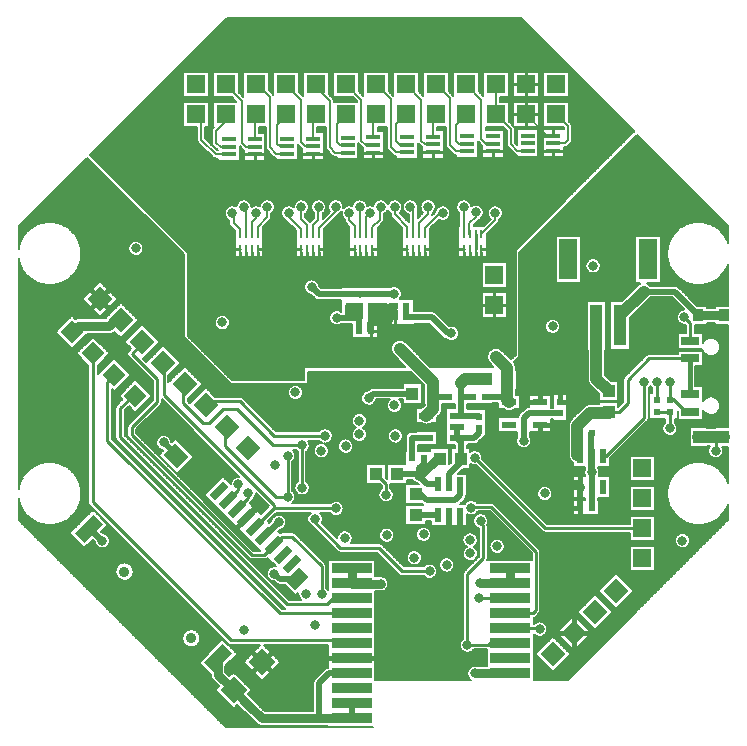
<source format=gbl>
G04 EasyPC Gerber Version 20.0.2 Build 4112 *
G04 #@! TF.Part,Single*
G04 #@! TF.FileFunction,Copper,L4,Bot *
%FSLAX24Y24*%
%MOIN*%
G04 #@! TA.AperFunction,SMDPad*
%ADD100R,0.01000X0.02756*%
%ADD94R,0.02165X0.04724*%
%ADD96R,0.02362X0.04724*%
%ADD92R,0.02400X0.02400*%
%ADD109R,0.03200X0.03900*%
%ADD107R,0.03900X0.13800*%
%ADD110R,0.03937X0.04291*%
%ADD93R,0.03940X0.04330*%
%ADD106R,0.05900X0.13400*%
%ADD72R,0.06000X0.06000*%
G04 #@! TD.AperFunction*
%ADD84C,0.00500*%
%ADD113C,0.00800*%
%ADD89C,0.01000*%
%ADD85C,0.01500*%
%ADD112C,0.02000*%
%ADD115C,0.03000*%
G04 #@! TA.AperFunction,ViaPad*
%ADD88C,0.03200*%
G04 #@! TA.AperFunction,ComponentPad*
%ADD87C,0.03600*%
G04 #@! TD.AperFunction*
%ADD114C,0.04000*%
G04 #@! TA.AperFunction,SMDPad*
%ADD97R,0.04600X0.01800*%
%ADD91R,0.04724X0.02362*%
%ADD90R,0.02400X0.02400*%
%ADD108R,0.05900X0.02800*%
%ADD101R,0.13200X0.03200*%
%ADD98R,0.04291X0.03937*%
%ADD95R,0.04330X0.03940*%
%AMT104*0 Rectangle Pad at angle 45*21,1,0.05500,0.06300,0,0,45*%
%ADD104T104*%
G04 #@! TA.AperFunction,ComponentPad*
%AMT86*0 Rectangle Pad at angle 45*21,1,0.06000,0.06000,0,0,45*%
%ADD86T86*%
G04 #@! TA.AperFunction,SMDPad*
%AMT99*0 Rectangle Pad at angle 45*21,1,0.06300,0.06300,0,0,45*%
%ADD99T99*%
%AMT102*0 Rectangle Pad at angle 135*21,1,0.02700,0.06300,0,0,135*%
%ADD102T102*%
%AMT105*0 Rectangle Pad at angle 135*21,1,0.04700,0.06300,0,0,135*%
%ADD105T105*%
%AMT103*0 Rectangle Pad at angle 135*21,1,0.04700,0.08700,0,0,135*%
%ADD103T103*%
%AMT111*0 Rectangle Pad at angle 135*21,1,0.05500,0.05500,0,0,135*%
%ADD111T111*%
X0Y0D02*
D02*
D72*
X6205Y20745D03*
Y21745D03*
X7205Y20745D03*
Y21745D03*
X8205Y20745D03*
Y21745D03*
X9205Y20745D03*
Y21745D03*
X10205Y20745D03*
Y21745D03*
X11205Y20745D03*
Y21745D03*
X12205Y20745D03*
Y21745D03*
X13205Y20745D03*
Y21745D03*
X14205Y20745D03*
Y21745D03*
X15205Y20745D03*
Y21745D03*
X16145Y14385D03*
Y15385D03*
X16205Y20745D03*
Y21745D03*
X17205Y20745D03*
Y21745D03*
X18205Y20745D03*
Y21745D03*
X21075Y5945D03*
Y6945D03*
Y7945D03*
Y8945D03*
D02*
D84*
X2572Y19298D02*
X285Y17011D01*
Y16250*
X294Y16306*
X307Y16362*
X323Y16417*
X341Y16471*
X363Y16525*
X387Y16576*
X414Y16627*
X444Y16676*
X476Y16723*
X511Y16769*
X549Y16812*
X588Y16853*
X630Y16892*
X674Y16929*
X720Y16963*
X768Y16995*
X817Y17024*
X868Y17051*
X921Y17074*
X974Y17095*
X1029Y17112*
X1084Y17127*
X1140Y17139*
X1197Y17147*
X1254Y17153*
X1311Y17155*
X1369Y17154*
X1426Y17150*
X1483Y17143*
X1539Y17133*
X1595Y17120*
X1650Y17104*
X1704Y17084*
X1757Y17062*
X1808Y17037*
X1858Y17009*
X1907Y16979*
X1954Y16946*
X1999Y16910*
X2042Y16872*
X2082Y16832*
X2121Y16790*
X2157Y16745*
X2191Y16699*
X2222Y16651*
X2250Y16601*
X2276Y16550*
X2299Y16497*
X2319Y16444*
X2336Y16389*
X2350Y16333*
X2361Y16277*
X2369Y16220*
X2373Y16163*
X2375Y16105*
X2373Y16048*
X2369Y15991*
X2361Y15934*
X2350Y15878*
X2336Y15822*
X2319Y15767*
X2299Y15713*
X2276Y15661*
X2251Y15610*
X2222Y15560*
X2191Y15512*
X2158Y15465*
X2121Y15421*
X2083Y15378*
X2042Y15338*
X1999Y15300*
X1954Y15265*
X1908Y15231*
X1859Y15201*
X1809Y15173*
X1757Y15148*
X1704Y15126*
X1650Y15107*
X1596Y15091*
X1540Y15077*
X1483Y15067*
X1426Y15060*
X1369Y15056*
X1312Y15055*
X1255Y15057*
X1198Y15063*
X1141Y15071*
X1085Y15083*
X1029Y15098*
X975Y15115*
X921Y15136*
X869Y15159*
X818Y15186*
X769Y15215*
X721Y15246*
X675Y15281*
X631Y15317*
X589Y15356*
X549Y15398*
X512Y15441*
X477Y15486*
X444Y15533*
X414Y15582*
X387Y15633*
X363Y15685*
X341Y15738*
X323Y15792*
X307Y15847*
X295Y15903*
X285Y15960*
Y8250*
X294Y8306*
X307Y8362*
X323Y8417*
X341Y8471*
X363Y8525*
X387Y8576*
X414Y8627*
X444Y8676*
X476Y8723*
X511Y8769*
X549Y8812*
X588Y8853*
X630Y8892*
X674Y8929*
X720Y8963*
X768Y8995*
X817Y9024*
X868Y9051*
X921Y9074*
X974Y9095*
X1029Y9112*
X1084Y9127*
X1140Y9139*
X1197Y9147*
X1254Y9153*
X1311Y9155*
X1369Y9154*
X1426Y9150*
X1483Y9143*
X1539Y9133*
X1595Y9120*
X1650Y9104*
X1704Y9084*
X1757Y9062*
X1808Y9037*
X1858Y9009*
X1907Y8979*
X1954Y8946*
X1999Y8910*
X2042Y8872*
X2082Y8832*
X2121Y8790*
X2157Y8745*
X2191Y8699*
X2222Y8651*
X2250Y8601*
X2276Y8550*
X2299Y8497*
X2319Y8444*
X2336Y8389*
X2350Y8333*
X2361Y8277*
X2369Y8220*
X2373Y8163*
X2375Y8105*
X2373Y8048*
X2369Y7991*
X2361Y7934*
X2350Y7878*
X2336Y7822*
X2319Y7767*
X2299Y7713*
X2276Y7661*
X2251Y7610*
X2222Y7560*
X2191Y7512*
X2158Y7465*
X2121Y7421*
X2083Y7378*
X2042Y7338*
X1999Y7300*
X1954Y7265*
X1908Y7231*
X1859Y7201*
X1809Y7173*
X1757Y7148*
X1704Y7126*
X1650Y7107*
X1596Y7091*
X1540Y7077*
X1483Y7067*
X1426Y7060*
X1369Y7056*
X1312Y7055*
X1255Y7057*
X1198Y7063*
X1141Y7071*
X1085Y7083*
X1029Y7098*
X975Y7115*
X921Y7136*
X869Y7159*
X818Y7186*
X769Y7215*
X721Y7246*
X675Y7281*
X631Y7317*
X589Y7356*
X549Y7398*
X512Y7441*
X477Y7486*
X444Y7533*
X414Y7582*
X387Y7633*
X363Y7685*
X341Y7738*
X323Y7792*
X307Y7847*
X295Y7903*
X285Y7960*
Y7229*
X7209Y305*
X12085*
Y320*
X10610*
Y360*
X10047*
X10023Y355*
X9998Y353*
X9972*
X9948Y355*
X9923Y360*
X8395*
X8368Y362*
X8340Y366*
X8314Y374*
X8289Y384*
X8265Y398*
X8242Y413*
X8222Y432*
X7839Y815*
X7819Y825*
X7800Y837*
X7782Y850*
X7766Y865*
X7580Y1048*
X7451Y919*
X6829Y1541*
X6967Y1679*
X6762Y1884*
X6743Y1905*
X6727Y1927*
X6714Y1951*
X6704Y1977*
X6696Y2003*
X6691Y2030*
X6690Y2058*
Y2064*
X6284Y2470*
X7076Y3262*
X7585Y2753*
X7180Y2347*
Y2159*
X7313Y2026*
X7451Y2163*
X8073Y1541*
X7949Y1417*
X8132Y1237*
X8148Y1220*
X8162Y1202*
X8174Y1182*
X8185Y1161*
X8496Y850*
X9923*
X9947Y855*
X9972Y857*
X9998*
X10022Y855*
X10047Y850*
X10110*
Y1785*
X10111Y1807*
X10115Y1828*
X10121Y1849*
X10129Y1870*
X10140Y1889*
X10153Y1907*
X10167Y1923*
X10487Y2243*
X10504Y2258*
X10523Y2271*
X10544Y2282*
X10565Y2290*
X10587Y2296*
X10610Y2299*
Y3044*
X8465*
X9021Y2489*
X8399Y1867*
X7777Y2489*
X8332Y3044*
X7365*
X7344Y3046*
X7323Y3050*
X7303Y3057*
X7285Y3066*
X7267Y3078*
X7251Y3091*
X2651Y7691*
X2637Y7707*
X2626Y7725*
X2616Y7744*
X2610Y7763*
X2606Y7784*
X2604Y7805*
Y12370*
X2203Y12771*
X2769Y13337*
X3334Y12771*
X2926Y12363*
Y12080*
X3476Y12630*
X4041Y12064*
X3476Y11499*
X3396Y11579*
Y9932*
X9062Y4266*
X9165*
X9147Y4277*
X9131Y4291*
X3561Y9861*
X3547Y9877*
X3536Y9895*
X3526Y9914*
X3520Y9933*
X3516Y9954*
X3514Y9975*
Y10955*
X3516Y10976*
X3520Y10997*
X3526Y11017*
X3536Y11035*
X3547Y11053*
X3561Y11069*
X3734Y11241*
X3617Y11357*
X4183Y11923*
X4748Y11357*
X4183Y10792*
X3961Y11014*
X3836Y10888*
Y10042*
X9312Y4566*
X9706*
X9687Y4583*
X9670Y4601*
X9654Y4621*
X9641Y4643*
X9630Y4666*
X9621Y4690*
X9615Y4714*
X9611Y4740*
X9610Y4765*
X9610Y4778*
X9523Y4690*
X9152Y5061*
X8994*
X8972Y5062*
X8951Y5066*
X8930Y5072*
X8909Y5080*
X8890Y5091*
X8872Y5104*
X8856Y5118*
X8793Y5181*
X8767Y5185*
X8740Y5191*
X8715Y5200*
X8691Y5212*
X8668Y5227*
X8647Y5244*
X8627Y5262*
X8610Y5283*
X8595Y5306*
X8583Y5330*
X8573Y5355*
X8566Y5381*
X8561Y5408*
X8560Y5435*
X8561Y5462*
X8566Y5489*
X8573Y5515*
X8583Y5541*
X8596Y5565*
X8611Y5588*
X8628Y5609*
X8648Y5628*
X8669Y5644*
X8693Y5659*
X8717Y5670*
X8743Y5680*
X8769Y5686*
X8797Y5689*
X8824Y5690*
X8851Y5687*
X8579Y5960*
X8572Y5952*
X8557Y5940*
X8542Y5929*
X8525Y5921*
X8507Y5915*
X8488Y5911*
X8469Y5910*
X8055*
X8036Y5911*
X8017Y5915*
X8000Y5921*
X7983Y5929*
X7967Y5940*
X7952Y5952*
X3952Y9952*
X3940Y9967*
X3929Y9983*
X3921Y10000*
X3915Y10017*
X3911Y10036*
X3910Y10055*
Y10305*
X3911Y10324*
X3915Y10343*
X3921Y10360*
X3929Y10377*
X3940Y10393*
X3952Y10408*
X4770Y11225*
Y11845*
X3952Y12662*
X3939Y12678*
X3928Y12696*
X3919Y12714*
X3913Y12734*
X3910Y12755*
Y12775*
X3913Y12796*
X3919Y12816*
X3928Y12834*
X3939Y12852*
X3952Y12868*
X4027Y12942*
X3803Y13166*
X4404Y13767*
X5005Y13166*
X4432Y12593*
X4538Y12487*
X5111Y13060*
X5712Y12459*
X5280Y12026*
Y11814*
X5819Y12352*
X6420Y11751*
X5920Y11252*
Y11185*
X5993Y11112*
X6526Y11645*
X6835Y11336*
X7655*
X7676Y11334*
X7697Y11330*
X7717Y11323*
X7736Y11314*
X7753Y11302*
X7769Y11288*
X8862Y10186*
X10307*
X10325Y10206*
X10346Y10224*
X10368Y10240*
X10392Y10253*
X10417Y10264*
X10443Y10272*
X10469Y10277*
X10497Y10280*
X10524Y10279*
X10551Y10276*
X10577Y10269*
X10603Y10260*
X10628Y10249*
X10651Y10234*
X10672Y10217*
X10692Y10199*
X10709Y10178*
X10724Y10155*
X10737Y10131*
X10747Y10105*
X10754Y10079*
X10758Y10052*
X10760Y10025*
X10759Y9998*
X10754Y9971*
X10747Y9944*
X10737Y9919*
X10724Y9894*
X10709Y9872*
X10691Y9851*
X10671Y9832*
X10650Y9815*
X10626Y9801*
X10601Y9789*
X10576Y9780*
X10549Y9774*
X10522Y9771*
X10494Y9770*
X10467Y9773*
X10492Y9761*
X10516Y9747*
X10539Y9731*
X10559Y9712*
X10577Y9690*
X10593Y9668*
X10606Y9643*
X10616Y9617*
X10624Y9590*
X10628Y9563*
X10630Y9535*
X10629Y9507*
X10624Y9480*
X10617Y9454*
X10606Y9428*
X10594Y9404*
X10578Y9381*
X10560Y9360*
X10540Y9341*
X10518Y9324*
X10494Y9310*
X10469Y9298*
X10443Y9289*
X10416Y9283*
X10389Y9280*
X10361*
X10334Y9283*
X10307Y9289*
X10281Y9298*
X10256Y9310*
X10232Y9324*
X10210Y9341*
X10190Y9360*
X10172Y9381*
X10157Y9403*
X10144Y9428*
X10133Y9453*
X10126Y9480*
X10122Y9507*
X10120Y9535*
X10121Y9562*
X10126Y9589*
X10133Y9616*
X10143Y9641*
X10156Y9666*
X10171Y9688*
X10189Y9709*
X10209Y9728*
X10230Y9745*
X10254Y9759*
X10279Y9771*
X10304Y9780*
X10331Y9786*
X10358Y9789*
X10386Y9790*
X10413Y9787*
X10389Y9798*
X10366Y9811*
X10344Y9827*
X10325Y9845*
X10307Y9864*
X9934*
X9950Y9842*
X9964Y9817*
X9975Y9792*
X9983Y9765*
X9988Y9737*
X9990Y9710*
X9989Y9682*
X9985Y9654*
X9978Y9627*
X9968Y9601*
X9955Y9576*
X9940Y9553*
X9922Y9532*
X9902Y9512*
X9880Y9495*
Y8505*
X9902Y8488*
X9921Y8469*
X9939Y8448*
X9954Y8425*
X9967Y8401*
X9977Y8376*
X9984Y8349*
X9989Y8322*
X9990Y8295*
X9989Y8267*
X9984Y8240*
X9977Y8214*
X9966Y8188*
X9954Y8164*
X9938Y8141*
X9920Y8120*
X9900Y8101*
X9878Y8084*
X9854Y8070*
X9829Y8058*
X9803Y8049*
X9776Y8043*
X9749Y8040*
X9721*
X9694Y8043*
X9667Y8049*
X9641Y8058*
X9616Y8070*
X9592Y8084*
X9570Y8101*
X9550Y8120*
X9532Y8141*
X9517Y8163*
X9504Y8188*
X9493Y8213*
X9486Y8240*
X9482Y8267*
X9480Y8295*
X9481Y8322*
X9486Y8349*
X9493Y8376*
X9503Y8401*
X9516Y8425*
X9531Y8448*
X9549Y8469*
X9568Y8488*
X9590Y8505*
Y9495*
X9572Y9509*
X9555Y9525*
X9539Y9542*
X9525Y9560*
X9419*
X9440Y9541*
X9458Y9519*
X9474Y9496*
X9487Y9471*
X9497Y9445*
X9504Y9418*
X9509Y9391*
X9510Y9363*
X9508Y9335*
X9503Y9307*
X9496Y9280*
X9485Y9254*
X9471Y9230*
X9455Y9207*
X9437Y9186*
X9416Y9167*
Y8193*
X9436Y8174*
X9455Y8154*
X9471Y8131*
X9484Y8107*
X9495Y8081*
X9503Y8055*
X9508Y8027*
X9510Y8000*
X9509Y7972*
X9505Y7944*
X9498Y7918*
X9488Y7892*
X9476Y7867*
X9460Y7844*
X9443Y7822*
X9423Y7803*
X9401Y7786*
X10685*
X10706Y7804*
X10728Y7820*
X10752Y7833*
X10777Y7844*
X10803Y7852*
X10829Y7857*
X10856Y7860*
X10884Y7859*
X10911Y7856*
X10937Y7849*
X10963Y7840*
X10988Y7829*
X11011Y7814*
X11032Y7797*
X11052Y7779*
X11069Y7758*
X11084Y7735*
X11097Y7711*
X11107Y7685*
X11114Y7659*
X11118Y7632*
X11120Y7605*
X11119Y7578*
X11114Y7551*
X11107Y7525*
X11097Y7500*
X11085Y7476*
X11070Y7453*
X11052Y7432*
X11033Y7413*
X11011Y7396*
X10988Y7382*
X10964Y7370*
X10938Y7361*
X10912Y7354*
X10885Y7351*
X10858Y7350*
X10831Y7352*
X10804Y7357*
X10778Y7365*
X10753Y7376*
X10729Y7389*
X10707Y7405*
X10687Y7423*
X10668Y7443*
X10652Y7464*
X10321*
X10341Y7448*
X10360Y7430*
X10377Y7410*
X10392Y7388*
X10405Y7365*
X10415Y7341*
X10423Y7316*
X10428Y7290*
X10430Y7264*
X10429Y7237*
X10426Y7211*
X10420Y7185*
X10412Y7160*
X10401Y7137*
X10910Y6627*
X10912Y6655*
X10916Y6682*
X10924Y6708*
X10934Y6734*
X10947Y6758*
X10963Y6781*
X10981Y6802*
X11001Y6820*
X11023Y6837*
X11047Y6851*
X11072Y6862*
X11098Y6871*
X11125Y6877*
X11152Y6880*
X11180Y6880*
X11207Y6876*
X11234Y6870*
X11260Y6862*
X11285Y6850*
X11309Y6836*
X11331Y6819*
X11350Y6800*
X11368Y6779*
X11384Y6756*
X11397Y6732*
X11407Y6706*
X11414Y6680*
X11419Y6653*
X11420Y6625*
X11419Y6599*
X11415Y6573*
X11408Y6547*
X11398Y6522*
X11386Y6499*
X11372Y6476*
X11356Y6456*
X12285*
X12306Y6454*
X12327Y6450*
X12347Y6444*
X12365Y6434*
X12383Y6423*
X12399Y6409*
X13122Y5686*
X13796*
X13815Y5705*
X13837Y5723*
X13861Y5738*
X13886Y5750*
X13912Y5759*
X13939Y5766*
X13967Y5769*
X13995Y5770*
X14023Y5767*
X14050Y5762*
X14076Y5753*
X14102Y5742*
X14126Y5727*
X14148Y5711*
X14169Y5692*
X14187Y5671*
X14203Y5648*
X14216Y5623*
X14226Y5597*
X14234Y5570*
X14238Y5543*
X14240Y5515*
X14239Y5487*
X14234Y5460*
X14226Y5433*
X14216Y5407*
X14203Y5383*
X14187Y5360*
X14169Y5339*
X14149Y5320*
X14127Y5303*
X14103Y5289*
X14077Y5277*
X14051Y5269*
X14024Y5263*
X13996Y5260*
X13968Y5261*
X13941Y5264*
X13914Y5270*
X13887Y5279*
X13862Y5291*
X13839Y5306*
X13817Y5323*
X13797Y5343*
X13779Y5364*
X13055*
X13034Y5366*
X13013Y5370*
X12993Y5376*
X12975Y5386*
X12957Y5397*
X12941Y5411*
X12218Y6134*
X11015*
X10994Y6136*
X10973Y6140*
X10953Y6146*
X10935Y6156*
X10917Y6167*
X10901Y6181*
X10050Y7033*
X10026Y7048*
X10005Y7065*
X9985Y7085*
X9968Y7106*
X9953Y7130*
X9941Y7141*
X9927Y7158*
X9915Y7177*
X9905Y7197*
X9899Y7218*
X9895Y7240*
X9894Y7262*
X9897Y7284*
X9902Y7306*
X9911Y7326*
X9922Y7345*
X9936Y7363*
X9952Y7378*
X9964Y7398*
X9978Y7417*
X9994Y7434*
X10011Y7450*
X10029Y7464*
X8860*
X8586Y7197*
X8647Y7136*
X8705Y7194*
X8711Y7221*
X8721Y7247*
X8734Y7272*
X8749Y7295*
X8766Y7317*
X8786Y7336*
X8808Y7353*
X8832Y7368*
X8857Y7380*
X8883Y7390*
X8910Y7396*
X8938Y7399*
X8965Y7400*
X8993Y7397*
X9020Y7392*
X9047Y7383*
X9072Y7371*
X9096Y7357*
X9119Y7341*
X9139Y7322*
X9157Y7301*
X9173Y7278*
X9186Y7253*
X9196Y7227*
X9204Y7200*
X9209Y7173*
X9210Y7145*
X9209Y7118*
X9204Y7091*
X9197Y7065*
X9187Y7039*
X9175Y7015*
X9159Y6993*
X9142Y6972*
X9123Y6953*
X9101Y6936*
X9078Y6922*
X9054Y6910*
X9028Y6901*
X9001Y6894*
X8945Y6838*
X8998Y6785*
X9013Y6794*
X9029Y6801*
X9045Y6806*
X9062Y6809*
X9079Y6810*
X9415*
X9434Y6809*
X9453Y6805*
X9470Y6799*
X9487Y6790*
X9503Y6780*
X9518Y6767*
X10488Y5798*
X10500Y5783*
X10511Y5767*
X10519Y5750*
X10525Y5733*
X10529Y5714*
X10530Y5695*
Y4975*
X10549Y4960*
X10567Y4944*
X10583Y4925*
X10598Y4906*
X10610Y4885*
Y5890*
X12180*
Y5340*
X12284*
X12311Y5346*
X12339Y5349*
X12367Y5350*
X12394Y5347*
X12421Y5341*
X12448Y5332*
X12473Y5321*
X12497Y5307*
X12519Y5290*
X12539Y5271*
X12557Y5250*
X12573Y5227*
X12586Y5203*
X12596Y5177*
X12604Y5150*
X12609Y5123*
X12610Y5095*
X12609Y5067*
X12604Y5040*
X12596Y5013*
X12586Y4987*
X12573Y4963*
X12557Y4940*
X12539Y4919*
X12519Y4900*
X12497Y4883*
X12473Y4869*
X12448Y4857*
X12421Y4849*
X12394Y4843*
X12367Y4840*
X12339Y4841*
X12311Y4844*
X12284Y4850*
X12180*
Y1885*
X15366*
X15343Y1900*
X15322Y1917*
X15303Y1937*
X15286Y1958*
X15272Y1982*
X15260Y2006*
X15251Y2032*
X15244Y2058*
X15241Y2086*
X15240Y2113*
X15242Y2140*
X15248Y2167*
X15256Y2193*
X15266Y2218*
X15280Y2242*
X15296Y2264*
X15314Y2284*
X15334Y2303*
X15356Y2319*
X15380Y2332*
X15405Y2343*
X15431Y2352*
X15457Y2357*
X15485Y2360*
X15512Y2359*
X15539Y2356*
X15566Y2350*
X15890*
Y2910*
X15455*
X15438Y2888*
X15418Y2868*
X15396Y2850*
X15373Y2834*
X15348Y2822*
X15321Y2812*
X15294Y2805*
X15266Y2801*
X15238Y2800*
X15210Y2802*
X15183Y2808*
X15156Y2816*
X15130Y2827*
X15106Y2841*
X15083Y2858*
X15062Y2877*
X15044Y2898*
X15028Y2921*
X15014Y2946*
X15004Y2972*
X14996Y2999*
X14992Y3027*
X14990Y3055*
X14991Y3082*
X14996Y3109*
X15003Y3136*
X15013Y3161*
X15026Y3185*
X15041Y3208*
X15059Y3229*
X15078Y3248*
X15100Y3265*
Y5415*
X15101Y5434*
X15105Y5453*
X15111Y5470*
X15119Y5487*
X15130Y5503*
X15142Y5518*
X15630Y6005*
Y6946*
X15604Y6953*
X15580Y6963*
X15556Y6975*
X15534Y6989*
X15513Y7006*
X15495Y7025*
X15478Y7046*
X15464Y7068*
X15452Y7092*
X15442Y7117*
X15436Y7142*
X15431Y7169*
X15430Y7195*
X15431Y7223*
X15436Y7250*
X15443Y7276*
X15454Y7302*
X15466Y7326*
X15482Y7349*
X15500Y7370*
X15520Y7389*
X15542Y7406*
X15566Y7420*
X15591Y7432*
X15617Y7441*
X15644Y7447*
X15671Y7450*
X15699*
X15726Y7447*
X15753Y7441*
X15779Y7432*
X15804Y7420*
X15828Y7406*
X15850Y7389*
X15870Y7370*
X15888Y7349*
X15903Y7327*
X15916Y7302*
X15927Y7277*
X15934Y7250*
X15938Y7223*
X15940Y7195*
X15939Y7170*
X15935Y7146*
X15929Y7122*
X15921Y7099*
X15911Y7076*
X15916Y7060*
X15919Y7042*
X15920Y7025*
Y5945*
X15919Y5926*
X15915Y5908*
X15909Y5890*
X17390*
Y6105*
X15985Y7510*
X15597*
X15582Y7486*
X15565Y7464*
X15545Y7445*
X15523Y7427*
X15499Y7412*
X15474Y7400*
X15447Y7390*
X15420Y7384*
X15392Y7381*
X15364Y7380*
X15336Y7383*
X15309Y7389*
X15282Y7398*
X15256Y7409*
X15232Y7424*
Y7022*
X14018*
Y7174*
X13866*
Y7063*
X13183*
Y7707*
X13778*
X13766Y7716*
X13756Y7726*
X13719Y7763*
X13183*
Y8407*
X13647*
X13623Y8431*
X13596Y8435*
X13569Y8441*
X13543Y8451*
X13519Y8463*
X13496Y8478*
X13474Y8496*
X13455Y8515*
X13437Y8537*
X13423Y8560*
X13217*
Y8413*
X12680*
Y8275*
X12702Y8258*
X12721Y8239*
X12739Y8218*
X12754Y8195*
X12767Y8171*
X12777Y8146*
X12784Y8119*
X12789Y8092*
X12790Y8065*
X12789Y8037*
X12784Y8010*
X12777Y7984*
X12766Y7958*
X12754Y7934*
X12738Y7911*
X12720Y7890*
X12700Y7871*
X12678Y7854*
X12654Y7840*
X12629Y7828*
X12603Y7819*
X12576Y7813*
X12549Y7810*
X12521*
X12494Y7813*
X12467Y7819*
X12441Y7828*
X12416Y7840*
X12392Y7854*
X12370Y7871*
X12350Y7890*
X12332Y7911*
X12317Y7933*
X12304Y7958*
X12293Y7983*
X12286Y8010*
X12282Y8037*
X12280Y8065*
X12281Y8092*
X12286Y8119*
X12293Y8146*
X12303Y8171*
X12316Y8195*
X12331Y8218*
X12349Y8239*
X12368Y8258*
X12390Y8275*
Y8355*
X12332Y8413*
X11873*
Y9096*
X12517*
Y8638*
X12573Y8582*
Y9096*
X13150*
Y9530*
X13184*
Y9955*
X13186Y9980*
X13190Y10005*
X13198Y10030*
X13208Y10053*
X13221Y10075*
X13237Y10095*
X13255Y10113*
X13275Y10128*
X13297Y10142*
X13320Y10152*
X13345Y10160*
X13370Y10164*
X13395Y10166*
X13520*
Y10194*
X14242*
Y9708*
X13606*
Y9530*
X14003*
Y9607*
X14647*
Y9071*
X14703Y9126*
Y9607*
X14830*
Y9708*
X14548*
Y10942*
X14830*
Y11090*
X14410*
Y10933*
X14409Y10904*
X14404Y10876*
X14397Y10848*
X14388Y10820*
X14375Y10794*
X14360Y10769*
X14343Y10746*
X14324Y10725*
X14242Y10643*
Y10456*
X14048*
X14023Y10440*
X13996Y10427*
X13968Y10417*
X13940Y10410*
X13910Y10406*
X13881Y10404*
X13851Y10406*
X13822Y10410*
X13793Y10417*
X13766Y10427*
X13739Y10440*
X13714Y10456*
X13520*
Y10942*
X13707*
X13820Y11055*
Y11094*
X13793*
Y11720*
X13737Y11776*
Y11094*
X13093*
Y11240*
X12979*
X13000Y11221*
X13018Y11200*
X13033Y11177*
X13046Y11153*
X13057Y11127*
X13064Y11100*
X13068Y11073*
X13070Y11045*
X13069Y11017*
X13064Y10990*
X13057Y10964*
X13046Y10938*
X13034Y10914*
X13018Y10891*
X13000Y10870*
X12980Y10851*
X12958Y10834*
X12934Y10820*
X12909Y10808*
X12883Y10799*
X12856Y10793*
X12829Y10790*
X12801*
X12774Y10793*
X12747Y10799*
X12721Y10808*
X12696Y10820*
X12672Y10834*
X12650Y10851*
X12630Y10870*
X12612Y10891*
X12597Y10913*
X12584Y10938*
X12573Y10963*
X12566Y10990*
X12562Y11017*
X12560Y11045*
X12561Y11073*
X12566Y11100*
X12573Y11127*
X12584Y11153*
X12597Y11177*
X12612Y11200*
X12630Y11221*
X12651Y11240*
X12206*
X12200Y11213*
X12190Y11186*
X12178Y11161*
X12163Y11138*
X12146Y11116*
X12126Y11096*
X12104Y11078*
X12081Y11063*
X12056Y11051*
X12029Y11041*
X12002Y11034*
X11974Y11031*
X11946Y11030*
X11919Y11033*
X11891Y11038*
X11864Y11047*
X11839Y11058*
X11815Y11072*
X11792Y11089*
X11772Y11108*
X11753Y11129*
X11737Y11152*
X11724Y11177*
X11714Y11203*
X11706Y11229*
X11701Y11257*
X11700Y11285*
X11701Y11312*
X11706Y11339*
X11713Y11365*
X11723Y11390*
X11735Y11414*
X11750Y11437*
X11767Y11457*
X11786Y11476*
X11808Y11493*
X11831Y11508*
X11855Y11520*
X11880Y11529*
X11906Y11535*
X11933Y11539*
X11967Y11573*
X11983Y11587*
X12001Y11600*
X12020Y11611*
X12041Y11619*
X12062Y11625*
X12083Y11629*
X12105Y11630*
X13093*
Y11776*
X13736*
X13368Y12145*
X9925*
Y11755*
X7355*
X5785Y13325*
Y16085*
X2572Y19298*
X2176Y13930D02*
X2197Y13937D01*
X2220Y13942*
X2242Y13945*
X2265Y13946*
X3169*
X3697Y14474*
X4298Y13873*
X3697Y13272*
X3478Y13491*
X3456Y13474*
X3434Y13459*
X3409Y13447*
X3384Y13437*
X3357Y13430*
X3330Y13426*
X3303Y13424*
X2573*
X2061Y12913*
X1496Y13479*
X2061Y14044*
X2176Y13930*
X2389Y14580D02*
X2990Y15181D01*
X3591Y14580*
X2990Y13979*
X2389Y14580*
X2765Y6559D02*
X2480Y6274D01*
X1971Y6783*
X2763Y7575*
X3272Y7066*
X3041Y6835*
X3097Y6779*
X3123Y6775*
X3150Y6769*
X3175Y6760*
X3199Y6748*
X3222Y6733*
X3243Y6716*
X3263Y6698*
X3280Y6677*
X3295Y6654*
X3307Y6630*
X3317Y6605*
X3324Y6579*
X3329Y6552*
X3330Y6525*
X3328Y6497*
X3324Y6470*
X3316Y6443*
X3306Y6417*
X3293Y6393*
X3277Y6370*
X3259Y6349*
X3239Y6330*
X3217Y6313*
X3193Y6299*
X3167Y6287*
X3141Y6279*
X3114Y6273*
X3086Y6270*
X3058Y6271*
X3030Y6274*
X3003Y6280*
X2977Y6289*
X2952Y6302*
X2928Y6316*
X2907Y6333*
X2887Y6353*
X2869Y6374*
X2854Y6398*
X2841Y6423*
X2832Y6449*
X2825Y6476*
X2821Y6503*
X2765Y6559*
X3601Y5719D02*
X3624Y5740D01*
X3649Y5758*
X3675Y5774*
X3703Y5787*
X3732Y5797*
X3763Y5804*
X3793Y5808*
X3824Y5808*
X3855Y5806*
X3885Y5801*
X3915Y5792*
X3944Y5781*
X3971Y5766*
X3997Y5749*
X4021Y5730*
X4043Y5708*
X4062Y5684*
X4079Y5658*
X4094Y5631*
X4105Y5602*
X4114Y5573*
X4119Y5542*
X4121Y5511*
X4121Y5481*
X4117Y5450*
X4110Y5420*
X4100Y5391*
X4087Y5363*
X4071Y5336*
X4053Y5311*
X4032Y5288*
X4009Y5267*
X3984Y5249*
X3958Y5233*
X3930Y5220*
X3900Y5210*
X3870Y5203*
X3840Y5199*
X3809Y5199*
X3778Y5201*
X3748Y5206*
X3718Y5215*
X3689Y5226*
X3662Y5241*
X3636Y5258*
X3612Y5277*
X3590Y5299*
X3571Y5323*
X3554Y5349*
X3539Y5376*
X3528Y5405*
X3519Y5434*
X3514Y5465*
X3512Y5496*
X3512Y5527*
X3516Y5557*
X3523Y5587*
X3533Y5616*
X3546Y5645*
X3562Y5671*
X3580Y5696*
X3601Y5719*
X4450Y16275D02*
X4449Y16247D01*
X4444Y16220*
X4437Y16194*
X4426Y16168*
X4414Y16144*
X4398Y16121*
X4380Y16100*
X4360Y16081*
X4338Y16064*
X4314Y16050*
X4289Y16038*
X4263Y16029*
X4236Y16023*
X4209Y16020*
X4181*
X4154Y16023*
X4127Y16029*
X4101Y16038*
X4076Y16050*
X4052Y16064*
X4030Y16081*
X4010Y16100*
X3992Y16121*
X3977Y16143*
X3964Y16168*
X3953Y16193*
X3946Y16220*
X3942Y16247*
X3940Y16275*
X3941Y16303*
X3946Y16330*
X3953Y16356*
X3964Y16382*
X3976Y16406*
X3992Y16429*
X4010Y16450*
X4030Y16469*
X4052Y16486*
X4076Y16500*
X4101Y16512*
X4127Y16521*
X4154Y16527*
X4181Y16530*
X4209*
X4236Y16527*
X4263Y16521*
X4289Y16512*
X4314Y16500*
X4338Y16486*
X4360Y16469*
X4380Y16450*
X4398Y16429*
X4413Y16407*
X4426Y16382*
X4437Y16357*
X4444Y16330*
X4448Y16303*
X4450Y16275*
X5828Y3492D02*
X5851Y3513D01*
X5876Y3531*
X5903Y3546*
X5931Y3559*
X5960Y3569*
X5990Y3576*
X6021Y3580*
X6051Y3581*
X6082Y3579*
X6113Y3573*
X6142Y3565*
X6171Y3553*
X6199Y3539*
X6224Y3522*
X6248Y3503*
X6270Y3481*
X6290Y3457*
X6307Y3431*
X6321Y3404*
X6332Y3375*
X6341Y3345*
X6346Y3315*
X6349Y3284*
X6348Y3253*
X6344Y3223*
X6337Y3192*
X6327Y3163*
X6314Y3135*
X6299Y3109*
X6280Y3084*
X6260Y3060*
X6237Y3040*
X6212Y3021*
X6185Y3006*
X6157Y2993*
X6128Y2983*
X6098Y2976*
X6067Y2972*
X6036Y2971*
X6005Y2974*
X5975Y2979*
X5945Y2987*
X5917Y2999*
X5889Y3013*
X5863Y3030*
X5839Y3050*
X5818Y3072*
X5798Y3096*
X5781Y3121*
X5767Y3149*
X5755Y3177*
X5747Y3207*
X5741Y3237*
X5739Y3268*
X5740Y3299*
X5744Y3330*
X5751Y3360*
X5761Y3389*
X5773Y3417*
X5789Y3444*
X5807Y3469*
X5828Y3492*
X9770Y11475D02*
X9769Y11447D01*
X9764Y11420*
X9757Y11394*
X9746Y11368*
X9734Y11344*
X9718Y11321*
X9700Y11300*
X9680Y11281*
X9658Y11264*
X9634Y11250*
X9609Y11238*
X9583Y11229*
X9556Y11223*
X9529Y11220*
X9501*
X9474Y11223*
X9447Y11229*
X9421Y11238*
X9396Y11250*
X9372Y11264*
X9350Y11281*
X9330Y11300*
X9312Y11321*
X9297Y11343*
X9284Y11368*
X9273Y11393*
X9266Y11420*
X9262Y11447*
X9260Y11475*
X9261Y11503*
X9266Y11530*
X9273Y11556*
X9284Y11582*
X9296Y11606*
X9312Y11629*
X9330Y11650*
X9350Y11669*
X9372Y11686*
X9396Y11700*
X9421Y11712*
X9447Y11721*
X9474Y11727*
X9501Y11730*
X9529*
X9556Y11727*
X9583Y11721*
X9609Y11712*
X9634Y11700*
X9658Y11686*
X9680Y11669*
X9700Y11650*
X9718Y11629*
X9733Y11607*
X9746Y11582*
X9757Y11557*
X9764Y11530*
X9768Y11503*
X9770Y11475*
X10930Y9685D02*
X10931Y9713D01*
X10936Y9740*
X10943Y9766*
X10954Y9792*
X10966Y9816*
X10982Y9839*
X11000Y9860*
X11020Y9879*
X11042Y9896*
X11066Y9910*
X11091Y9922*
X11117Y9931*
X11144Y9937*
X11171Y9940*
X11199*
X11226Y9937*
X11253Y9931*
X11279Y9922*
X11304Y9910*
X11328Y9896*
X11350Y9879*
X11370Y9860*
X11388Y9839*
X11403Y9817*
X11416Y9792*
X11427Y9767*
X11434Y9740*
X11438Y9713*
X11440Y9685*
X11439Y9657*
X11434Y9630*
X11427Y9604*
X11416Y9578*
X11404Y9554*
X11388Y9531*
X11370Y9510*
X11350Y9491*
X11328Y9474*
X11304Y9460*
X11279Y9448*
X11253Y9439*
X11226Y9433*
X11199Y9430*
X11171*
X11144Y9433*
X11117Y9439*
X11091Y9448*
X11066Y9460*
X11042Y9474*
X11020Y9491*
X11000Y9510*
X10982Y9531*
X10967Y9553*
X10954Y9578*
X10943Y9603*
X10936Y9630*
X10932Y9657*
X10930Y9685*
X11535Y10305D02*
X11512Y10317D01*
X11491Y10332*
X11471Y10349*
X11453Y10368*
X11436Y10388*
X11423Y10410*
X11411Y10434*
X11402Y10458*
X11395Y10483*
X11391Y10509*
X11390Y10535*
X11391Y10563*
X11396Y10590*
X11403Y10616*
X11414Y10642*
X11426Y10666*
X11442Y10689*
X11460Y10710*
X11480Y10729*
X11502Y10746*
X11526Y10760*
X11551Y10772*
X11577Y10781*
X11604Y10787*
X11631Y10790*
X11659*
X11686Y10787*
X11713Y10781*
X11739Y10772*
X11764Y10760*
X11788Y10746*
X11810Y10729*
X11830Y10710*
X11848Y10689*
X11863Y10667*
X11876Y10642*
X11887Y10617*
X11894Y10590*
X11898Y10563*
X11900Y10535*
X11899Y10509*
X11895Y10483*
X11888Y10458*
X11879Y10434*
X11867Y10410*
X11854Y10388*
X11837Y10368*
X11819Y10349*
X11799Y10332*
X11778Y10317*
X11755Y10305*
X11778Y10293*
X11799Y10278*
X11819Y10261*
X11837Y10242*
X11854Y10222*
X11867Y10200*
X11879Y10176*
X11888Y10152*
X11895Y10127*
X11899Y10101*
X11900Y10075*
X11899Y10047*
X11894Y10020*
X11887Y9994*
X11876Y9968*
X11864Y9944*
X11848Y9921*
X11830Y9900*
X11810Y9881*
X11788Y9864*
X11764Y9850*
X11739Y9838*
X11713Y9829*
X11686Y9823*
X11659Y9820*
X11631*
X11604Y9823*
X11577Y9829*
X11551Y9838*
X11526Y9850*
X11502Y9864*
X11480Y9881*
X11460Y9900*
X11442Y9921*
X11427Y9943*
X11414Y9968*
X11403Y9993*
X11396Y10020*
X11392Y10047*
X11390Y10075*
X11391Y10101*
X11395Y10127*
X11402Y10152*
X11411Y10176*
X11423Y10200*
X11436Y10222*
X11453Y10242*
X11471Y10261*
X11491Y10278*
X11512Y10293*
X11535Y10305*
X12300Y6715D02*
X12301Y6743D01*
X12306Y6770*
X12313Y6796*
X12324Y6822*
X12336Y6846*
X12352Y6869*
X12370Y6890*
X12390Y6909*
X12412Y6926*
X12436Y6940*
X12461Y6952*
X12487Y6961*
X12514Y6967*
X12541Y6970*
X12569*
X12596Y6967*
X12623Y6961*
X12649Y6952*
X12674Y6940*
X12698Y6926*
X12720Y6909*
X12740Y6890*
X12758Y6869*
X12773Y6847*
X12786Y6822*
X12797Y6797*
X12804Y6770*
X12808Y6743*
X12810Y6715*
X12809Y6687*
X12804Y6660*
X12797Y6634*
X12786Y6608*
X12774Y6584*
X12758Y6561*
X12740Y6540*
X12720Y6521*
X12698Y6504*
X12674Y6490*
X12649Y6478*
X12623Y6469*
X12596Y6463*
X12569Y6460*
X12541*
X12514Y6463*
X12487Y6469*
X12461Y6478*
X12436Y6490*
X12412Y6504*
X12390Y6521*
X12370Y6540*
X12352Y6561*
X12337Y6583*
X12324Y6608*
X12313Y6633*
X12306Y6660*
X12302Y6687*
X12300Y6715*
X13100Y10025D02*
X13099Y9997D01*
X13094Y9970*
X13087Y9944*
X13076Y9918*
X13064Y9894*
X13048Y9871*
X13030Y9850*
X13010Y9831*
X12988Y9814*
X12964Y9800*
X12939Y9788*
X12913Y9779*
X12886Y9773*
X12859Y9770*
X12831*
X12804Y9773*
X12777Y9779*
X12751Y9788*
X12726Y9800*
X12702Y9814*
X12680Y9831*
X12660Y9850*
X12642Y9871*
X12627Y9893*
X12614Y9918*
X12603Y9943*
X12596Y9970*
X12592Y9997*
X12590Y10025*
X12591Y10053*
X12596Y10080*
X12603Y10106*
X12614Y10132*
X12626Y10156*
X12642Y10179*
X12660Y10200*
X12680Y10219*
X12702Y10236*
X12726Y10250*
X12751Y10262*
X12777Y10271*
X12804Y10277*
X12831Y10280*
X12859*
X12886Y10277*
X12913Y10271*
X12939Y10262*
X12964Y10250*
X12988Y10236*
X13010Y10219*
X13030Y10200*
X13048Y10179*
X13063Y10157*
X13076Y10132*
X13087Y10107*
X13094Y10080*
X13098Y10053*
X13100Y10025*
X13530Y6745D02*
X13531Y6773D01*
X13536Y6800*
X13543Y6826*
X13554Y6852*
X13566Y6876*
X13582Y6899*
X13600Y6920*
X13620Y6939*
X13642Y6956*
X13666Y6970*
X13691Y6982*
X13717Y6991*
X13744Y6997*
X13771Y7000*
X13799*
X13826Y6997*
X13853Y6991*
X13879Y6982*
X13904Y6970*
X13928Y6956*
X13950Y6939*
X13970Y6920*
X13988Y6899*
X14003Y6877*
X14016Y6852*
X14027Y6827*
X14034Y6800*
X14038Y6773*
X14040Y6745*
X14039Y6717*
X14034Y6690*
X14027Y6664*
X14016Y6638*
X14004Y6614*
X13988Y6591*
X13970Y6570*
X13950Y6551*
X13928Y6534*
X13904Y6520*
X13879Y6508*
X13853Y6499*
X13826Y6493*
X13799Y6490*
X13771*
X13744Y6493*
X13717Y6499*
X13691Y6508*
X13666Y6520*
X13642Y6534*
X13620Y6551*
X13600Y6570*
X13582Y6591*
X13567Y6613*
X13554Y6638*
X13543Y6663*
X13536Y6690*
X13532Y6717*
X13530Y6745*
X13730Y5965D02*
X13729Y5937D01*
X13724Y5910*
X13717Y5884*
X13706Y5858*
X13694Y5834*
X13678Y5811*
X13660Y5790*
X13640Y5771*
X13618Y5754*
X13594Y5740*
X13569Y5728*
X13543Y5719*
X13516Y5713*
X13489Y5710*
X13461*
X13434Y5713*
X13407Y5719*
X13381Y5728*
X13356Y5740*
X13332Y5754*
X13310Y5771*
X13290Y5790*
X13272Y5811*
X13257Y5833*
X13244Y5858*
X13233Y5883*
X13226Y5910*
X13222Y5937*
X13220Y5965*
X13221Y5993*
X13226Y6020*
X13233Y6046*
X13244Y6072*
X13256Y6096*
X13272Y6119*
X13290Y6140*
X13310Y6159*
X13332Y6176*
X13356Y6190*
X13381Y6202*
X13407Y6211*
X13434Y6217*
X13461Y6220*
X13489*
X13516Y6217*
X13543Y6211*
X13569Y6202*
X13594Y6190*
X13618Y6176*
X13640Y6159*
X13660Y6140*
X13678Y6119*
X13693Y6097*
X13706Y6072*
X13717Y6047*
X13724Y6020*
X13728Y5993*
X13730Y5965*
X14300Y5725D02*
X14301Y5753D01*
X14306Y5780*
X14313Y5806*
X14324Y5832*
X14336Y5856*
X14352Y5879*
X14370Y5900*
X14390Y5919*
X14412Y5936*
X14436Y5950*
X14461Y5962*
X14487Y5971*
X14514Y5977*
X14541Y5980*
X14569*
X14596Y5977*
X14623Y5971*
X14649Y5962*
X14674Y5950*
X14698Y5936*
X14720Y5919*
X14740Y5900*
X14758Y5879*
X14773Y5857*
X14786Y5832*
X14797Y5807*
X14804Y5780*
X14808Y5753*
X14810Y5725*
X14809Y5697*
X14804Y5670*
X14797Y5644*
X14786Y5618*
X14774Y5594*
X14758Y5571*
X14740Y5550*
X14720Y5531*
X14698Y5514*
X14674Y5500*
X14649Y5488*
X14623Y5479*
X14596Y5473*
X14569Y5470*
X14541*
X14514Y5473*
X14487Y5479*
X14461Y5488*
X14436Y5500*
X14412Y5514*
X14390Y5531*
X14370Y5550*
X14352Y5571*
X14337Y5593*
X14324Y5618*
X14313Y5643*
X14306Y5670*
X14302Y5697*
X14300Y5725*
X15220Y6327D02*
X15196Y6341D01*
X15173Y6358*
X15152Y6377*
X15134Y6398*
X15118Y6421*
X15104Y6446*
X15094Y6472*
X15086Y6499*
X15081Y6527*
X15080Y6555*
X15081Y6583*
X15086Y6610*
X15093Y6636*
X15104Y6662*
X15116Y6686*
X15132Y6709*
X15150Y6730*
X15170Y6749*
X15192Y6766*
X15216Y6780*
X15241Y6792*
X15267Y6801*
X15294Y6807*
X15321Y6810*
X15349*
X15376Y6807*
X15403Y6801*
X15429Y6792*
X15454Y6780*
X15478Y6766*
X15500Y6749*
X15520Y6730*
X15538Y6709*
X15553Y6687*
X15566Y6662*
X15577Y6637*
X15584Y6610*
X15588Y6583*
X15590Y6555*
X15589Y6528*
X15584Y6501*
X15577Y6475*
X15568Y6450*
X15555Y6426*
X15540Y6404*
X15523Y6383*
X15504Y6364*
X15483Y6347*
X15460Y6333*
X15484Y6319*
X15507Y6302*
X15528Y6283*
X15546Y6262*
X15562Y6239*
X15576Y6214*
X15586Y6188*
X15594Y6161*
X15599Y6133*
X15600Y6105*
X15599Y6077*
X15594Y6050*
X15587Y6024*
X15576Y5998*
X15564Y5974*
X15548Y5951*
X15530Y5930*
X15510Y5911*
X15488Y5894*
X15464Y5880*
X15439Y5868*
X15413Y5859*
X15386Y5853*
X15359Y5850*
X15331*
X15304Y5853*
X15277Y5859*
X15251Y5868*
X15226Y5880*
X15202Y5894*
X15180Y5911*
X15160Y5930*
X15142Y5951*
X15127Y5973*
X15114Y5998*
X15103Y6023*
X15096Y6050*
X15092Y6077*
X15090Y6105*
X15091Y6132*
X15096Y6159*
X15103Y6185*
X15112Y6210*
X15125Y6234*
X15140Y6256*
X15157Y6277*
X15176Y6296*
X15197Y6313*
X15220Y6327*
X16490Y6345D02*
X16489Y6317D01*
X16484Y6290*
X16477Y6264*
X16466Y6238*
X16454Y6214*
X16438Y6191*
X16420Y6170*
X16400Y6151*
X16378Y6134*
X16354Y6120*
X16329Y6108*
X16303Y6099*
X16276Y6093*
X16249Y6090*
X16221*
X16194Y6093*
X16167Y6099*
X16141Y6108*
X16116Y6120*
X16092Y6134*
X16070Y6151*
X16050Y6170*
X16032Y6191*
X16017Y6213*
X16004Y6238*
X15993Y6263*
X15986Y6290*
X15982Y6317*
X15980Y6345*
X15981Y6373*
X15986Y6400*
X15993Y6426*
X16004Y6452*
X16016Y6476*
X16032Y6499*
X16050Y6520*
X16070Y6539*
X16092Y6556*
X16116Y6570*
X16141Y6582*
X16167Y6591*
X16194Y6597*
X16221Y6600*
X16249*
X16276Y6597*
X16303Y6591*
X16329Y6582*
X16354Y6570*
X16378Y6556*
X16400Y6539*
X16420Y6520*
X16438Y6499*
X16453Y6477*
X16466Y6452*
X16477Y6427*
X16484Y6400*
X16488Y6373*
X16490Y6345*
X7188Y326D02*
X10610D01*
X7140Y374D02*
X8314D01*
X7092Y422D02*
X8232D01*
X7044Y470D02*
X8184D01*
X6996Y518D02*
X8136D01*
X6948Y566D02*
X8088D01*
X6900Y614D02*
X8040D01*
X6852Y662D02*
X7992D01*
X6804Y710D02*
X7944D01*
X6755Y758D02*
X7895D01*
X6707Y806D02*
X7847D01*
X6659Y854D02*
X7778D01*
X8492D02*
X9942D01*
X10028D02*
X10110D01*
X6611Y902D02*
X7729D01*
X8444D02*
X10110D01*
X6563Y950D02*
X7420D01*
X7482D02*
X7680D01*
X8396D02*
X10110D01*
X6515Y998D02*
X7372D01*
X7530D02*
X7631D01*
X8348D02*
X10110D01*
X6467Y1046D02*
X7324D01*
X7579D02*
X7582D01*
X8300D02*
X10110D01*
X6419Y1094D02*
X7276D01*
X8252D02*
X10110D01*
X6371Y1142D02*
X7228D01*
X8204D02*
X10110D01*
X6323Y1190D02*
X7180D01*
X8169D02*
X10110D01*
X6275Y1238D02*
X7132D01*
X8130D02*
X10110D01*
X6227Y1286D02*
X7084D01*
X8082D02*
X10110D01*
X6179Y1334D02*
X7036D01*
X8033D02*
X10110D01*
X6131Y1382D02*
X6988D01*
X7984D02*
X10110D01*
X6083Y1431D02*
X6940D01*
X7963D02*
X10110D01*
X6035Y1479D02*
X6892D01*
X8011D02*
X10110D01*
X5987Y1527D02*
X6844D01*
X8059D02*
X10110D01*
X5939Y1575D02*
X6862D01*
X8040D02*
X10110D01*
X5891Y1623D02*
X6910D01*
X7992D02*
X10110D01*
X5843Y1671D02*
X6958D01*
X7944D02*
X10110D01*
X5795Y1719D02*
X6927D01*
X7896D02*
X10110D01*
X5747Y1767D02*
X6879D01*
X7848D02*
X10110D01*
X5699Y1815D02*
X6831D01*
X7800D02*
X10112D01*
X5651Y1863D02*
X6783D01*
X7752D02*
X10126D01*
X5603Y1911D02*
X6739D01*
X7704D02*
X8354D01*
X8443D02*
X10156D01*
X12180D02*
X15330D01*
X5555Y1959D02*
X6711D01*
X7656D02*
X8306D01*
X8491D02*
X10203D01*
X12180D02*
X15286D01*
X5507Y2007D02*
X6695D01*
X7608D02*
X8258D01*
X8539D02*
X10251D01*
X12180D02*
X15260D01*
X5459Y2055D02*
X6690D01*
X7284D02*
X7343D01*
X7560D02*
X8210D01*
X8587D02*
X10299D01*
X12180D02*
X15245D01*
X5411Y2103D02*
X6651D01*
X7236D02*
X7391D01*
X7512D02*
X8162D01*
X8635D02*
X10347D01*
X12180D02*
X15240D01*
X5363Y2151D02*
X6603D01*
X7188D02*
X7439D01*
X7464D02*
X8114D01*
X8683D02*
X10395D01*
X12180D02*
X15244D01*
X5315Y2199D02*
X6555D01*
X7180D02*
X8066D01*
X8731D02*
X10443D01*
X12180D02*
X15258D01*
X5266Y2247D02*
X6507D01*
X7180D02*
X8018D01*
X8779D02*
X10491D01*
X12180D02*
X15283D01*
X5218Y2295D02*
X6459D01*
X7180D02*
X7970D01*
X8827D02*
X10582D01*
X12180D02*
X15325D01*
X5170Y2343D02*
X6411D01*
X7180D02*
X7922D01*
X8875D02*
X10610D01*
X12180D02*
X15404D01*
X5122Y2391D02*
X6363D01*
X7224D02*
X7874D01*
X8923D02*
X10610D01*
X12180D02*
X15890D01*
X5074Y2439D02*
X6315D01*
X7272D02*
X7826D01*
X8971D02*
X10610D01*
X12180D02*
X15890D01*
X5026Y2487D02*
X6301D01*
X7320D02*
X7778D01*
X9019D02*
X10610D01*
X12180D02*
X15890D01*
X4978Y2535D02*
X6349D01*
X7368D02*
X7823D01*
X8975D02*
X10610D01*
X12180D02*
X15890D01*
X4930Y2583D02*
X6397D01*
X7416D02*
X7871D01*
X8927D02*
X10610D01*
X12180D02*
X15890D01*
X4882Y2631D02*
X6446D01*
X7464D02*
X7919D01*
X8879D02*
X10610D01*
X12180D02*
X15890D01*
X4834Y2679D02*
X6494D01*
X7512D02*
X7967D01*
X8830D02*
X10610D01*
X12180D02*
X15890D01*
X4786Y2727D02*
X6542D01*
X7560D02*
X8015D01*
X8782D02*
X10610D01*
X12180D02*
X15890D01*
X4738Y2775D02*
X6590D01*
X7563D02*
X8063D01*
X8734D02*
X10610D01*
X12180D02*
X15890D01*
X4690Y2823D02*
X6638D01*
X7515D02*
X8111D01*
X8686D02*
X10610D01*
X12180D02*
X15138D01*
X15352D02*
X15890D01*
X4642Y2871D02*
X6686D01*
X7467D02*
X8159D01*
X8638D02*
X10610D01*
X12180D02*
X15068D01*
X15422D02*
X15890D01*
X4594Y2919D02*
X6734D01*
X7419D02*
X8207D01*
X8590D02*
X10610D01*
X12180D02*
X15029D01*
X4546Y2968D02*
X6782D01*
X7371D02*
X8255D01*
X8542D02*
X10610D01*
X12180D02*
X15005D01*
X4498Y3016D02*
X5885D01*
X6202D02*
X6830D01*
X7323D02*
X8303D01*
X8494D02*
X10610D01*
X12180D02*
X14993D01*
X4450Y3064D02*
X5825D01*
X6263D02*
X6878D01*
X7275D02*
X7289D01*
X12180D02*
X14990D01*
X4402Y3112D02*
X5787D01*
X6301D02*
X6926D01*
X7227D02*
X7231D01*
X12180D02*
X14996D01*
X4354Y3160D02*
X5762D01*
X6326D02*
X6974D01*
X7179D02*
X7183D01*
X12180D02*
X15012D01*
X4306Y3208D02*
X5747D01*
X6341D02*
X7022D01*
X7131D02*
X7135D01*
X12180D02*
X15041D01*
X4258Y3256D02*
X5740D01*
X6348D02*
X7070D01*
X7083D02*
X7087D01*
X12180D02*
X15088D01*
X4210Y3304D02*
X5740D01*
X6348D02*
X7039D01*
X12180D02*
X15100D01*
X4162Y3352D02*
X5748D01*
X6339D02*
X6991D01*
X12180D02*
X15100D01*
X4114Y3400D02*
X5765D01*
X6323D02*
X6943D01*
X12180D02*
X15100D01*
X4066Y3448D02*
X5792D01*
X6296D02*
X6895D01*
X12180D02*
X15100D01*
X4018Y3496D02*
X5832D01*
X6255D02*
X6847D01*
X12180D02*
X15100D01*
X3970Y3544D02*
X5898D01*
X6190D02*
X6799D01*
X12180D02*
X15100D01*
X3922Y3592D02*
X6751D01*
X12180D02*
X15100D01*
X3874Y3640D02*
X6703D01*
X12180D02*
X15100D01*
X3826Y3688D02*
X6655D01*
X12180D02*
X15100D01*
X3778Y3736D02*
X6607D01*
X12180D02*
X15100D01*
X3729Y3784D02*
X6559D01*
X12180D02*
X15100D01*
X3681Y3832D02*
X6511D01*
X12180D02*
X15100D01*
X3633Y3880D02*
X6463D01*
X12180D02*
X15100D01*
X3585Y3928D02*
X6415D01*
X12180D02*
X15100D01*
X3537Y3976D02*
X6367D01*
X12180D02*
X15100D01*
X3489Y4024D02*
X6319D01*
X12180D02*
X15100D01*
X3441Y4072D02*
X6270D01*
X12180D02*
X15100D01*
X3393Y4120D02*
X6222D01*
X12180D02*
X15100D01*
X3345Y4168D02*
X6174D01*
X12180D02*
X15100D01*
X3297Y4216D02*
X6126D01*
X12180D02*
X15100D01*
X3249Y4264D02*
X6078D01*
X12180D02*
X15100D01*
X3201Y4312D02*
X6030D01*
X9015D02*
X9110D01*
X12180D02*
X15100D01*
X3153Y4360D02*
X5982D01*
X8967D02*
X9062D01*
X12180D02*
X15100D01*
X3105Y4408D02*
X5934D01*
X8919D02*
X9014D01*
X12180D02*
X15100D01*
X3057Y4456D02*
X5886D01*
X8871D02*
X8966D01*
X12180D02*
X15100D01*
X3009Y4505D02*
X5838D01*
X8823D02*
X8918D01*
X12180D02*
X15100D01*
X2961Y4553D02*
X5790D01*
X8775D02*
X8870D01*
X12180D02*
X15100D01*
X2913Y4601D02*
X5742D01*
X8727D02*
X8822D01*
X9277D02*
X9670D01*
X12180D02*
X15100D01*
X2865Y4649D02*
X5694D01*
X8679D02*
X8774D01*
X9229D02*
X9638D01*
X12180D02*
X15100D01*
X2817Y4697D02*
X5646D01*
X8631D02*
X8726D01*
X9181D02*
X9517D01*
X9529D02*
X9619D01*
X12180D02*
X15100D01*
X2769Y4745D02*
X5598D01*
X8583D02*
X8678D01*
X9133D02*
X9469D01*
X9577D02*
X9611D01*
X12180D02*
X15100D01*
X2721Y4793D02*
X5550D01*
X8535D02*
X8630D01*
X9085D02*
X9420D01*
X12180D02*
X15100D01*
X2673Y4841D02*
X5502D01*
X8487D02*
X8582D01*
X9037D02*
X9372D01*
X12180D02*
X12336D01*
X12374D02*
X15100D01*
X2625Y4889D02*
X5454D01*
X8439D02*
X8534D01*
X8989D02*
X9324D01*
X10608D02*
X10610D01*
X12505D02*
X15100D01*
X2577Y4937D02*
X5406D01*
X8391D02*
X8486D01*
X8941D02*
X9276D01*
X10573D02*
X10610D01*
X12555D02*
X15100D01*
X2529Y4985D02*
X5358D01*
X8343D02*
X8438D01*
X8892D02*
X9228D01*
X10530D02*
X10610D01*
X12585D02*
X15100D01*
X2481Y5033D02*
X5310D01*
X8295D02*
X8390D01*
X8844D02*
X9180D01*
X10530D02*
X10610D01*
X12602D02*
X15100D01*
X2433Y5081D02*
X5262D01*
X8246D02*
X8342D01*
X8796D02*
X8908D01*
X10530D02*
X10610D01*
X12610D02*
X15100D01*
X2385Y5129D02*
X5214D01*
X8198D02*
X8294D01*
X8748D02*
X8845D01*
X10530D02*
X10610D01*
X12608D02*
X15100D01*
X2337Y5177D02*
X5166D01*
X8150D02*
X8246D01*
X8700D02*
X8797D01*
X10530D02*
X10610D01*
X12596D02*
X15100D01*
X2289Y5225D02*
X3692D01*
X3941D02*
X5118D01*
X8102D02*
X8198D01*
X8652D02*
X8670D01*
X10530D02*
X10610D01*
X12574D02*
X15100D01*
X2241Y5273D02*
X3617D01*
X4016D02*
X5070D01*
X8054D02*
X8150D01*
X8604D02*
X8618D01*
X10530D02*
X10610D01*
X12538D02*
X13905D01*
X14065D02*
X15100D01*
X2192Y5321D02*
X3572D01*
X4061D02*
X5022D01*
X8006D02*
X8102D01*
X8556D02*
X8587D01*
X10530D02*
X10610D01*
X12473D02*
X13819D01*
X14151D02*
X15100D01*
X2144Y5369D02*
X3543D01*
X4090D02*
X4974D01*
X7958D02*
X8054D01*
X8508D02*
X8569D01*
X10530D02*
X10610D01*
X12180D02*
X13016D01*
X14194D02*
X15100D01*
X2096Y5417D02*
X3524D01*
X4109D02*
X4926D01*
X7910D02*
X8006D01*
X8460D02*
X8561D01*
X10530D02*
X10610D01*
X12180D02*
X12936D01*
X14220D02*
X15100D01*
X2048Y5465D02*
X3514D01*
X4119D02*
X4878D01*
X7862D02*
X7958D01*
X8412D02*
X8562D01*
X10530D02*
X10610D01*
X12180D02*
X12888D01*
X14235D02*
X15109D01*
X2000Y5513D02*
X3512D01*
X4121D02*
X4829D01*
X7814D02*
X7909D01*
X8364D02*
X8572D01*
X10530D02*
X10610D01*
X12180D02*
X12839D01*
X14240D02*
X14413D01*
X14697D02*
X15138D01*
X1952Y5561D02*
X3517D01*
X4116D02*
X4781D01*
X7766D02*
X7861D01*
X8316D02*
X8593D01*
X10530D02*
X10610D01*
X12180D02*
X12791D01*
X14236D02*
X14360D01*
X14750D02*
X15186D01*
X1904Y5609D02*
X3530D01*
X4103D02*
X4733D01*
X7718D02*
X7813D01*
X8268D02*
X8629D01*
X10530D02*
X10610D01*
X12180D02*
X12743D01*
X14222D02*
X14328D01*
X14782D02*
X15234D01*
X1856Y5657D02*
X3553D01*
X4080D02*
X4685D01*
X7670D02*
X7765D01*
X8220D02*
X8690D01*
X10530D02*
X10610D01*
X12180D02*
X12695D01*
X14197D02*
X14309D01*
X14801D02*
X15282D01*
X1808Y5705D02*
X3588D01*
X4045D02*
X4637D01*
X7622D02*
X7717D01*
X8172D02*
X8833D01*
X10530D02*
X10610D01*
X12180D02*
X12647D01*
X13102D02*
X13815D01*
X14155D02*
X14301D01*
X14809D02*
X15330D01*
X1760Y5753D02*
X3641D01*
X3991D02*
X4589D01*
X7574D02*
X7669D01*
X8124D02*
X8785D01*
X10518D02*
X10610D01*
X12180D02*
X12599D01*
X13054D02*
X13333D01*
X13617D02*
X13894D01*
X14076D02*
X14302D01*
X14808D02*
X15378D01*
X1712Y5801D02*
X3751D01*
X3882D02*
X4541D01*
X7526D02*
X7621D01*
X8076D02*
X8737D01*
X10484D02*
X10610D01*
X12180D02*
X12551D01*
X13006D02*
X13279D01*
X13671D02*
X14312D01*
X14798D02*
X15426D01*
X1664Y5849D02*
X4493D01*
X7478D02*
X7573D01*
X8028D02*
X8689D01*
X10436D02*
X10610D01*
X12180D02*
X12503D01*
X12958D02*
X13248D01*
X13702D02*
X14332D01*
X14778D02*
X15474D01*
X1616Y5897D02*
X4445D01*
X7430D02*
X7525D01*
X7980D02*
X8641D01*
X10388D02*
X12455D01*
X12910D02*
X13229D01*
X13721D02*
X14367D01*
X14743D02*
X15197D01*
X15493D02*
X15522D01*
X15912D02*
X17390D01*
X1568Y5945D02*
X4397D01*
X7382D02*
X7477D01*
X7932D02*
X7960D01*
X8564D02*
X8593D01*
X10340D02*
X12407D01*
X12862D02*
X13221D01*
X13729D02*
X14427D01*
X14683D02*
X15146D01*
X15544D02*
X15570D01*
X15920D02*
X17390D01*
X1520Y5994D02*
X4349D01*
X7334D02*
X7429D01*
X7884D02*
X7911D01*
X10292D02*
X12359D01*
X12814D02*
X13222D01*
X13728D02*
X15116D01*
X15574D02*
X15618D01*
X15920D02*
X17390D01*
X1472Y6042D02*
X4301D01*
X7286D02*
X7381D01*
X7836D02*
X7863D01*
X10243D02*
X12311D01*
X12766D02*
X13232D01*
X13718D02*
X15098D01*
X15592D02*
X15630D01*
X15920D02*
X17390D01*
X1424Y6090D02*
X4253D01*
X7238D02*
X7333D01*
X7788D02*
X7815D01*
X10195D02*
X12263D01*
X12718D02*
X13252D01*
X13698D02*
X15090D01*
X15600D02*
X15630D01*
X15920D02*
X17390D01*
X1376Y6138D02*
X4205D01*
X7190D02*
X7285D01*
X7740D02*
X7767D01*
X10147D02*
X10982D01*
X12670D02*
X13287D01*
X13663D02*
X15092D01*
X15598D02*
X15630D01*
X15920D02*
X16087D01*
X16383D02*
X17357D01*
X1328Y6186D02*
X4157D01*
X7142D02*
X7237D01*
X7692D02*
X7719D01*
X10099D02*
X10897D01*
X12622D02*
X13347D01*
X13603D02*
X15103D01*
X15587D02*
X15630D01*
X15920D02*
X16036D01*
X16434D02*
X17309D01*
X1280Y6234D02*
X4109D01*
X7094D02*
X7189D01*
X7644D02*
X7671D01*
X10051D02*
X10849D01*
X12574D02*
X15125D01*
X15565D02*
X15630D01*
X15920D02*
X16006D01*
X16464D02*
X17261D01*
X1232Y6282D02*
X2473D01*
X2487D02*
X2999D01*
X3151D02*
X4061D01*
X7046D02*
X7141D01*
X7596D02*
X7623D01*
X10003D02*
X10801D01*
X12526D02*
X15161D01*
X15529D02*
X15630D01*
X15920D02*
X15988D01*
X16482D02*
X17213D01*
X1184Y6330D02*
X2425D01*
X2536D02*
X2911D01*
X3239D02*
X4013D01*
X6998D02*
X7093D01*
X7548D02*
X7575D01*
X9955D02*
X10753D01*
X12478D02*
X15215D01*
X15466D02*
X15630D01*
X15920D02*
X15980D01*
X16490D02*
X17165D01*
X1136Y6378D02*
X2377D01*
X2584D02*
X2867D01*
X3283D02*
X3965D01*
X6950D02*
X7045D01*
X7500D02*
X7527D01*
X9907D02*
X10705D01*
X12430D02*
X15152D01*
X15518D02*
X15630D01*
X15920D02*
X15982D01*
X16488D02*
X17117D01*
X1088Y6426D02*
X2329D01*
X2632D02*
X2840D01*
X3310D02*
X3917D01*
X6902D02*
X6997D01*
X7452D02*
X7479D01*
X9859D02*
X10657D01*
X12378D02*
X15115D01*
X15555D02*
X15630D01*
X15920D02*
X15993D01*
X16477D02*
X17069D01*
X1040Y6474D02*
X2280D01*
X2680D02*
X2825D01*
X3325D02*
X3869D01*
X6854D02*
X6949D01*
X7404D02*
X7431D01*
X9811D02*
X10609D01*
X11370D02*
X12472D01*
X12638D02*
X15093D01*
X15577D02*
X15630D01*
X15920D02*
X16015D01*
X16455D02*
X17021D01*
X992Y6522D02*
X2232D01*
X2728D02*
X2802D01*
X3330D02*
X3821D01*
X6806D02*
X6901D01*
X7355D02*
X7383D01*
X9763D02*
X10561D01*
X11398D02*
X12389D01*
X12721D02*
X13662D01*
X13908D02*
X15082D01*
X15588D02*
X15630D01*
X15920D02*
X16051D01*
X16419D02*
X16973D01*
X944Y6570D02*
X2184D01*
X3326D02*
X3773D01*
X6757D02*
X6853D01*
X7307D02*
X7335D01*
X9715D02*
X10513D01*
X11414D02*
X12345D01*
X12765D02*
X13600D01*
X13970D02*
X15080D01*
X15590D02*
X15630D01*
X15920D02*
X16115D01*
X16355D02*
X16925D01*
X896Y6618D02*
X2136D01*
X3312D02*
X3725D01*
X6709D02*
X6805D01*
X7259D02*
X7287D01*
X9667D02*
X10465D01*
X11420D02*
X12319D01*
X12791D02*
X13564D01*
X14006D02*
X15088D01*
X15582D02*
X15630D01*
X15920D02*
X16877D01*
X848Y6666D02*
X2088D01*
X3288D02*
X3677D01*
X6661D02*
X6757D01*
X7211D02*
X7239D01*
X9619D02*
X10417D01*
X10871D02*
X10913D01*
X11417D02*
X12305D01*
X12805D02*
X13543D01*
X14027D02*
X15105D01*
X15565D02*
X15630D01*
X15920D02*
X16829D01*
X800Y6714D02*
X2040D01*
X3246D02*
X3629D01*
X6613D02*
X6709D01*
X7163D02*
X7191D01*
X9571D02*
X10369D01*
X10823D02*
X10926D01*
X11404D02*
X12300D01*
X12810D02*
X13532D01*
X14038D02*
X15136D01*
X15534D02*
X15630D01*
X15920D02*
X16781D01*
X752Y6762D02*
X1992D01*
X3169D02*
X3581D01*
X6565D02*
X6661D01*
X7115D02*
X7143D01*
X9523D02*
X10321D01*
X10775D02*
X10950D01*
X11380D02*
X12304D01*
X12806D02*
X13531D01*
X14039D02*
X15186D01*
X15484D02*
X15630D01*
X15920D02*
X16733D01*
X704Y6810D02*
X1998D01*
X3066D02*
X3533D01*
X6517D02*
X6613D01*
X7067D02*
X7095D01*
X8973D02*
X10273D01*
X10727D02*
X10990D01*
X11340D02*
X12318D01*
X12792D02*
X13538D01*
X14032D02*
X15630D01*
X15920D02*
X16685D01*
X655Y6858D02*
X2046D01*
X3064D02*
X3485D01*
X6469D02*
X6565D01*
X7019D02*
X7047D01*
X8965D02*
X10225D01*
X10679D02*
X11062D01*
X11268D02*
X12344D01*
X12766D02*
X13556D01*
X14014D02*
X15630D01*
X15920D02*
X16637D01*
X607Y6906D02*
X2094D01*
X3112D02*
X3437D01*
X6421D02*
X6517D01*
X6971D02*
X6999D01*
X9044D02*
X10177D01*
X10631D02*
X12386D01*
X12724D02*
X13587D01*
X13983D02*
X15630D01*
X15920D02*
X16589D01*
X559Y6954D02*
X2142D01*
X3160D02*
X3389D01*
X6373D02*
X6469D01*
X6923D02*
X6951D01*
X9124D02*
X10129D01*
X10583D02*
X12466D01*
X12644D02*
X13639D01*
X13931D02*
X15601D01*
X15920D02*
X16541D01*
X511Y7002D02*
X2190D01*
X3208D02*
X3340D01*
X6325D02*
X6421D01*
X6875D02*
X6903D01*
X9166D02*
X10081D01*
X10535D02*
X15518D01*
X15920D02*
X16493D01*
X463Y7050D02*
X2238D01*
X3256D02*
X3292D01*
X6277D02*
X6372D01*
X6827D02*
X6855D01*
X9192D02*
X10023D01*
X10487D02*
X14018D01*
X15232D02*
X15475D01*
X15918D02*
X16445D01*
X415Y7098D02*
X1027D01*
X1623D02*
X2286D01*
X3240D02*
X3244D01*
X6229D02*
X6324D01*
X6779D02*
X6807D01*
X9206D02*
X9974D01*
X10439D02*
X13183D01*
X13866D02*
X14018D01*
X15232D02*
X15449D01*
X15921D02*
X16397D01*
X367Y7146D02*
X897D01*
X1753D02*
X2334D01*
X3192D02*
X3196D01*
X6181D02*
X6276D01*
X6731D02*
X6759D01*
X8637D02*
X8657D01*
X9210D02*
X9937D01*
X10406D02*
X13183D01*
X13866D02*
X14018D01*
X15232D02*
X15435D01*
X15935D02*
X16349D01*
X319Y7194D02*
X802D01*
X1848D02*
X2382D01*
X3144D02*
X3148D01*
X6133D02*
X6228D01*
X6683D02*
X6711D01*
X8589D02*
X8705D01*
X9205D02*
X9906D01*
X10423D02*
X13183D01*
X15232D02*
X15430D01*
X15940D02*
X16301D01*
X285Y7242D02*
X726D01*
X1924D02*
X2430D01*
X3096D02*
X3100D01*
X6085D02*
X6180D01*
X6635D02*
X6663D01*
X8633D02*
X8719D01*
X9191D02*
X9895D01*
X10430D02*
X13183D01*
X15232D02*
X15434D01*
X15936D02*
X16253D01*
X285Y7290D02*
X663D01*
X1987D02*
X2478D01*
X3048D02*
X3052D01*
X6037D02*
X6132D01*
X6587D02*
X6615D01*
X8682D02*
X8745D01*
X9165D02*
X9898D01*
X10428D02*
X13183D01*
X15232D02*
X15449D01*
X15921D02*
X16205D01*
X285Y7338D02*
X608D01*
X2042D02*
X2526D01*
X3000D02*
X3004D01*
X5989D02*
X6084D01*
X6539D02*
X6567D01*
X8731D02*
X8789D01*
X9121D02*
X9918D01*
X10416D02*
X13183D01*
X15232D02*
X15474D01*
X15896D02*
X16157D01*
X285Y7386D02*
X559D01*
X2091D02*
X2574D01*
X2952D02*
X2956D01*
X5941D02*
X6036D01*
X6491D02*
X6519D01*
X8780D02*
X8873D01*
X9037D02*
X9956D01*
X10394D02*
X10734D01*
X10996D02*
X13183D01*
X15232D02*
X15318D01*
X15432D02*
X15517D01*
X15853D02*
X16109D01*
X285Y7434D02*
X517D01*
X2133D02*
X2622D01*
X2904D02*
X2908D01*
X5893D02*
X5988D01*
X6443D02*
X6471D01*
X8830D02*
X9994D01*
X10356D02*
X10675D01*
X11055D02*
X13183D01*
X15532D02*
X15597D01*
X15773D02*
X16060D01*
X285Y7482D02*
X479D01*
X2171D02*
X2670D01*
X2856D02*
X2860D01*
X5845D02*
X5940D01*
X6395D02*
X6422D01*
X11089D02*
X13183D01*
X15579D02*
X16012D01*
X285Y7531D02*
X446D01*
X2204D02*
X2718D01*
X2808D02*
X2812D01*
X5797D02*
X5892D01*
X6347D02*
X6374D01*
X11109D02*
X13183D01*
X285Y7579D02*
X417D01*
X2233D02*
X2764D01*
X5749D02*
X5844D01*
X6299D02*
X6326D01*
X11119D02*
X13183D01*
X285Y7627D02*
X390D01*
X2260D02*
X2716D01*
X5701D02*
X5796D01*
X6251D02*
X6278D01*
X11119D02*
X13183D01*
X285Y7675D02*
X367D01*
X2283D02*
X2668D01*
X5653D02*
X5748D01*
X6203D02*
X6230D01*
X11110D02*
X13183D01*
X285Y7723D02*
X347D01*
X2303D02*
X2627D01*
X5605D02*
X5700D01*
X6155D02*
X6182D01*
X11091D02*
X13759D01*
X285Y7771D02*
X330D01*
X2320D02*
X2608D01*
X5557D02*
X5652D01*
X6107D02*
X6134D01*
X11059D02*
X13183D01*
X285Y7819D02*
X315D01*
X2335D02*
X2604D01*
X5509D02*
X5604D01*
X6059D02*
X6086D01*
X9439D02*
X10726D01*
X11004D02*
X12469D01*
X12601D02*
X13183D01*
X285Y7867D02*
X302D01*
X2348D02*
X2604D01*
X5461D02*
X5556D01*
X6011D02*
X6038D01*
X9475D02*
X12375D01*
X12695D02*
X13183D01*
X285Y7915D02*
X292D01*
X2358D02*
X2604D01*
X5413D02*
X5508D01*
X5963D02*
X5990D01*
X9497D02*
X12329D01*
X12741D02*
X13183D01*
X2365Y7963D02*
X2604D01*
X5365D02*
X5460D01*
X5915D02*
X5942D01*
X9508D02*
X12301D01*
X12769D02*
X13183D01*
X2371Y8011D02*
X2604D01*
X5317D02*
X5412D01*
X5866D02*
X5894D01*
X9509D02*
X12286D01*
X12784D02*
X13183D01*
X2374Y8059D02*
X2604D01*
X5269D02*
X5364D01*
X5818D02*
X5846D01*
X9502D02*
X9639D01*
X9831D02*
X12280D01*
X12790D02*
X13183D01*
X2375Y8107D02*
X2604D01*
X5220D02*
X5316D01*
X5770D02*
X5798D01*
X9484D02*
X9563D01*
X9907D02*
X12283D01*
X12787D02*
X13183D01*
X2374Y8155D02*
X2604D01*
X5172D02*
X5268D01*
X5722D02*
X5750D01*
X9454D02*
X9522D01*
X9948D02*
X12296D01*
X12774D02*
X13183D01*
X2370Y8203D02*
X2604D01*
X5124D02*
X5220D01*
X5674D02*
X5702D01*
X9416D02*
X9497D01*
X9973D02*
X12321D01*
X12749D02*
X13183D01*
X285Y8251D02*
X285D01*
X2365D02*
X2604D01*
X5076D02*
X5172D01*
X5626D02*
X5654D01*
X9416D02*
X9484D01*
X9986D02*
X12361D01*
X12709D02*
X13183D01*
X285Y8299D02*
X293D01*
X2357D02*
X2604D01*
X5028D02*
X5124D01*
X5578D02*
X5606D01*
X9416D02*
X9480D01*
X9990D02*
X12390D01*
X12680D02*
X13183D01*
X285Y8347D02*
X303D01*
X2347D02*
X2604D01*
X4980D02*
X5076D01*
X5530D02*
X5558D01*
X9416D02*
X9485D01*
X9985D02*
X12390D01*
X12680D02*
X13183D01*
X285Y8395D02*
X316D01*
X2334D02*
X2604D01*
X4932D02*
X5028D01*
X5482D02*
X5510D01*
X9416D02*
X9500D01*
X9970D02*
X12350D01*
X12680D02*
X13183D01*
X285Y8443D02*
X331D01*
X2319D02*
X2604D01*
X4884D02*
X4980D01*
X5434D02*
X5462D01*
X9416D02*
X9527D01*
X9943D02*
X11873D01*
X13217D02*
X13564D01*
X285Y8491D02*
X349D01*
X2301D02*
X2604D01*
X4836D02*
X4932D01*
X5386D02*
X5414D01*
X9416D02*
X9572D01*
X9898D02*
X11873D01*
X13217D02*
X13479D01*
X285Y8539D02*
X369D01*
X2281D02*
X2604D01*
X4788D02*
X4884D01*
X5338D02*
X5366D01*
X9416D02*
X9590D01*
X9880D02*
X11873D01*
X13217D02*
X13436D01*
X285Y8587D02*
X392D01*
X2258D02*
X2604D01*
X4740D02*
X4835D01*
X5290D02*
X5318D01*
X9416D02*
X9590D01*
X9880D02*
X11873D01*
X12568D02*
X12573D01*
X285Y8635D02*
X419D01*
X2231D02*
X2604D01*
X4692D02*
X4787D01*
X5242D02*
X5270D01*
X9416D02*
X9590D01*
X9880D02*
X11873D01*
X12520D02*
X12573D01*
X285Y8683D02*
X449D01*
X2201D02*
X2604D01*
X4644D02*
X4739D01*
X5194D02*
X5222D01*
X9416D02*
X9590D01*
X9880D02*
X11873D01*
X12517D02*
X12573D01*
X285Y8731D02*
X482D01*
X2168D02*
X2604D01*
X4596D02*
X4691D01*
X5146D02*
X5174D01*
X9416D02*
X9590D01*
X9880D02*
X11873D01*
X12517D02*
X12573D01*
X285Y8779D02*
X520D01*
X2130D02*
X2604D01*
X4548D02*
X4643D01*
X5098D02*
X5126D01*
X9416D02*
X9590D01*
X9880D02*
X11873D01*
X12517D02*
X12573D01*
X285Y8827D02*
X563D01*
X2087D02*
X2604D01*
X4500D02*
X4595D01*
X5050D02*
X5078D01*
X9416D02*
X9590D01*
X9880D02*
X11873D01*
X12517D02*
X12573D01*
X285Y8875D02*
X612D01*
X2038D02*
X2604D01*
X4452D02*
X4547D01*
X5002D02*
X5030D01*
X9416D02*
X9590D01*
X9880D02*
X11873D01*
X12517D02*
X12573D01*
X285Y8923D02*
X667D01*
X1983D02*
X2604D01*
X4404D02*
X4499D01*
X4954D02*
X4982D01*
X9416D02*
X9590D01*
X9880D02*
X11873D01*
X12517D02*
X12573D01*
X285Y8971D02*
X732D01*
X1918D02*
X2604D01*
X4356D02*
X4451D01*
X4906D02*
X4934D01*
X9416D02*
X9590D01*
X9880D02*
X11873D01*
X12517D02*
X12573D01*
X285Y9019D02*
X809D01*
X1841D02*
X2604D01*
X4308D02*
X4403D01*
X4858D02*
X4885D01*
X9416D02*
X9590D01*
X9880D02*
X11873D01*
X12517D02*
X12573D01*
X285Y9068D02*
X905D01*
X1745D02*
X2604D01*
X4260D02*
X4355D01*
X4810D02*
X4837D01*
X9416D02*
X9590D01*
X9880D02*
X11873D01*
X12517D02*
X12573D01*
X285Y9116D02*
X1040D01*
X1610D02*
X2604D01*
X4212D02*
X4307D01*
X4762D02*
X4789D01*
X9416D02*
X9590D01*
X9880D02*
X13150D01*
X14647D02*
X14693D01*
X285Y9164D02*
X2604D01*
X4164D02*
X4259D01*
X4714D02*
X4741D01*
X9416D02*
X9590D01*
X9880D02*
X13150D01*
X14647D02*
X14703D01*
X285Y9212D02*
X2604D01*
X4116D02*
X4211D01*
X4666D02*
X4693D01*
X9459D02*
X9590D01*
X9880D02*
X13150D01*
X14647D02*
X14703D01*
X285Y9260D02*
X2604D01*
X4068D02*
X4163D01*
X4618D02*
X4645D01*
X9487D02*
X9590D01*
X9880D02*
X13150D01*
X14647D02*
X14703D01*
X285Y9308D02*
X2604D01*
X4020D02*
X4115D01*
X4570D02*
X4597D01*
X9503D02*
X9590D01*
X9880D02*
X10259D01*
X10491D02*
X13150D01*
X14647D02*
X14703D01*
X285Y9356D02*
X2604D01*
X3972D02*
X4067D01*
X4522D02*
X4549D01*
X9510D02*
X9590D01*
X9880D02*
X10194D01*
X10556D02*
X13150D01*
X14647D02*
X14703D01*
X285Y9404D02*
X2604D01*
X3924D02*
X4019D01*
X4474D02*
X4501D01*
X9507D02*
X9590D01*
X9880D02*
X10156D01*
X10594D02*
X13150D01*
X14647D02*
X14703D01*
X285Y9452D02*
X2604D01*
X3876D02*
X3971D01*
X4426D02*
X4453D01*
X9495D02*
X9590D01*
X9880D02*
X10134D01*
X10616D02*
X11082D01*
X11288D02*
X13150D01*
X14647D02*
X14703D01*
X285Y9500D02*
X2604D01*
X3828D02*
X3923D01*
X4378D02*
X4405D01*
X9471D02*
X9584D01*
X9886D02*
X10122D01*
X10628D02*
X11010D01*
X11360D02*
X13150D01*
X14647D02*
X14703D01*
X285Y9548D02*
X2604D01*
X3779D02*
X3875D01*
X4329D02*
X4357D01*
X9433D02*
X9534D01*
X9936D02*
X10120D01*
X10630D02*
X10970D01*
X11400D02*
X13184D01*
X13606D02*
X14003D01*
X14647D02*
X14703D01*
X285Y9596D02*
X2604D01*
X3731D02*
X3827D01*
X4281D02*
X4309D01*
X9965D02*
X10127D01*
X10623D02*
X10946D01*
X11424D02*
X13184D01*
X13606D02*
X14003D01*
X14647D02*
X14703D01*
X285Y9644D02*
X2604D01*
X3683D02*
X3779D01*
X4233D02*
X4261D01*
X9983D02*
X10144D01*
X10606D02*
X10933D01*
X11437D02*
X13184D01*
X13606D02*
X14830D01*
X285Y9692D02*
X2604D01*
X3635D02*
X3731D01*
X4185D02*
X4213D01*
X9990D02*
X10174D01*
X10576D02*
X10930D01*
X11440D02*
X13184D01*
X13606D02*
X14830D01*
X285Y9740D02*
X2604D01*
X3587D02*
X3683D01*
X4137D02*
X4165D01*
X9988D02*
X10223D01*
X10527D02*
X10936D01*
X11434D02*
X13184D01*
X14242D02*
X14548D01*
X285Y9788D02*
X2604D01*
X3539D02*
X3635D01*
X4089D02*
X4117D01*
X9976D02*
X10343D01*
X10407D02*
X10411D01*
X10599D02*
X10952D01*
X11418D02*
X12751D01*
X12939D02*
X13184D01*
X14242D02*
X14548D01*
X285Y9836D02*
X2604D01*
X3491D02*
X3587D01*
X4041D02*
X4069D01*
X9954D02*
X10334D01*
X10676D02*
X10980D01*
X11390D02*
X11556D01*
X11734D02*
X12674D01*
X13016D02*
X13184D01*
X14242D02*
X14548D01*
X285Y9884D02*
X2604D01*
X3443D02*
X3542D01*
X3993D02*
X4021D01*
X10718D02*
X11026D01*
X11344D02*
X11476D01*
X11814D02*
X12632D01*
X13058D02*
X13184D01*
X14242D02*
X14548D01*
X285Y9932D02*
X2604D01*
X3396D02*
X3520D01*
X3945D02*
X3973D01*
X10742D02*
X11122D01*
X11248D02*
X11434D01*
X11856D02*
X12608D01*
X13082D02*
X13184D01*
X14242D02*
X14548D01*
X285Y9980D02*
X2604D01*
X3396D02*
X3514D01*
X3897D02*
X3931D01*
X10756D02*
X11408D01*
X11882D02*
X12594D01*
X13096D02*
X13186D01*
X14242D02*
X14548D01*
X285Y10028D02*
X2604D01*
X3396D02*
X3514D01*
X3849D02*
X3913D01*
X10760D02*
X11394D01*
X11896D02*
X12590D01*
X13100D02*
X13197D01*
X14242D02*
X14548D01*
X285Y10076D02*
X2604D01*
X3396D02*
X3514D01*
X3836D02*
X3910D01*
X10755D02*
X11390D01*
X11900D02*
X12595D01*
X13095D02*
X13223D01*
X14242D02*
X14548D01*
X285Y10124D02*
X2604D01*
X3396D02*
X3514D01*
X3836D02*
X3910D01*
X10740D02*
X11395D01*
X11895D02*
X12610D01*
X13080D02*
X13269D01*
X14242D02*
X14548D01*
X285Y10172D02*
X2604D01*
X3396D02*
X3514D01*
X3836D02*
X3910D01*
X10713D02*
X11409D01*
X11881D02*
X12637D01*
X13053D02*
X13520D01*
X14242D02*
X14548D01*
X285Y10220D02*
X2604D01*
X3396D02*
X3514D01*
X3836D02*
X3910D01*
X8828D02*
X10341D01*
X10669D02*
X11435D01*
X11855D02*
X12681D01*
X13009D02*
X14548D01*
X285Y10268D02*
X2604D01*
X3396D02*
X3514D01*
X3836D02*
X3910D01*
X8780D02*
X10429D01*
X10581D02*
X11479D01*
X11811D02*
X12769D01*
X12921D02*
X14548D01*
X285Y10316D02*
X2604D01*
X3396D02*
X3514D01*
X3836D02*
X3910D01*
X8733D02*
X11514D01*
X11776D02*
X14548D01*
X285Y10364D02*
X2604D01*
X3396D02*
X3514D01*
X3836D02*
X3923D01*
X8685D02*
X11456D01*
X11834D02*
X14548D01*
X285Y10412D02*
X2604D01*
X3396D02*
X3514D01*
X3836D02*
X3957D01*
X8637D02*
X11421D01*
X11869D02*
X13811D01*
X13951D02*
X14548D01*
X285Y10460D02*
X2604D01*
X3396D02*
X3514D01*
X3836D02*
X4005D01*
X8590D02*
X11401D01*
X11889D02*
X13520D01*
X14242D02*
X14548D01*
X285Y10508D02*
X2604D01*
X3396D02*
X3514D01*
X3836D02*
X4053D01*
X8542D02*
X11391D01*
X11899D02*
X13520D01*
X14242D02*
X14548D01*
X285Y10556D02*
X2604D01*
X3396D02*
X3514D01*
X3836D02*
X4101D01*
X8494D02*
X11391D01*
X11899D02*
X13520D01*
X14242D02*
X14548D01*
X285Y10605D02*
X2604D01*
X3396D02*
X3514D01*
X3836D02*
X4149D01*
X8447D02*
X11400D01*
X11890D02*
X13520D01*
X14242D02*
X14548D01*
X285Y10653D02*
X2604D01*
X3396D02*
X3514D01*
X3836D02*
X4198D01*
X8399D02*
X11419D01*
X11871D02*
X13520D01*
X14252D02*
X14548D01*
X285Y10701D02*
X2604D01*
X3396D02*
X3514D01*
X3836D02*
X4246D01*
X8352D02*
X11451D01*
X11839D02*
X13520D01*
X14300D02*
X14548D01*
X285Y10749D02*
X2604D01*
X3396D02*
X3514D01*
X3836D02*
X4294D01*
X8304D02*
X11506D01*
X11784D02*
X13520D01*
X14345D02*
X14548D01*
X285Y10797D02*
X2604D01*
X3396D02*
X3514D01*
X3836D02*
X4178D01*
X4188D02*
X4342D01*
X8256D02*
X12757D01*
X12873D02*
X13520D01*
X14376D02*
X14548D01*
X285Y10845D02*
X2604D01*
X3396D02*
X3514D01*
X3836D02*
X4130D01*
X4236D02*
X4390D01*
X8209D02*
X12657D01*
X12973D02*
X13520D01*
X14396D02*
X14548D01*
X285Y10893D02*
X2604D01*
X3396D02*
X3514D01*
X3840D02*
X4082D01*
X4284D02*
X4438D01*
X8161D02*
X12610D01*
X13020D02*
X13520D01*
X14407D02*
X14548D01*
X285Y10941D02*
X2604D01*
X3396D02*
X3514D01*
X3888D02*
X4034D01*
X4332D02*
X4486D01*
X8114D02*
X12582D01*
X13048D02*
X13520D01*
X14410D02*
X14548D01*
X285Y10989D02*
X2604D01*
X3396D02*
X3518D01*
X3936D02*
X3986D01*
X4380D02*
X4534D01*
X8066D02*
X12566D01*
X13064D02*
X13753D01*
X14410D02*
X14830D01*
X285Y11037D02*
X2604D01*
X3396D02*
X3537D01*
X4428D02*
X4582D01*
X8018D02*
X11896D01*
X12014D02*
X12560D01*
X13070D02*
X13801D01*
X14410D02*
X14830D01*
X285Y11085D02*
X2604D01*
X3396D02*
X3578D01*
X4476D02*
X4630D01*
X7971D02*
X11797D01*
X12113D02*
X12563D01*
X13067D02*
X13820D01*
X14410D02*
X14830D01*
X285Y11133D02*
X2604D01*
X3396D02*
X3626D01*
X4524D02*
X4678D01*
X5972D02*
X6013D01*
X7923D02*
X11750D01*
X12160D02*
X12576D01*
X13054D02*
X13093D01*
X13737D02*
X13793D01*
X285Y11181D02*
X2604D01*
X3396D02*
X3674D01*
X4572D02*
X4726D01*
X5924D02*
X6061D01*
X7875D02*
X11722D01*
X12188D02*
X12599D01*
X13031D02*
X13093D01*
X13737D02*
X13793D01*
X285Y11229D02*
X2604D01*
X3396D02*
X3722D01*
X4620D02*
X4770D01*
X5920D02*
X6109D01*
X7828D02*
X9448D01*
X9582D02*
X11706D01*
X12204D02*
X12638D01*
X12992D02*
X13093D01*
X13737D02*
X13793D01*
X285Y11277D02*
X2604D01*
X3396D02*
X3697D01*
X4668D02*
X4770D01*
X5945D02*
X6157D01*
X7780D02*
X9354D01*
X9676D02*
X11700D01*
X13737D02*
X13793D01*
X285Y11325D02*
X2604D01*
X3396D02*
X3649D01*
X4716D02*
X4770D01*
X5993D02*
X6205D01*
X7713D02*
X9309D01*
X9721D02*
X11703D01*
X13737D02*
X13793D01*
X285Y11373D02*
X2604D01*
X3396D02*
X3633D01*
X4733D02*
X4770D01*
X6041D02*
X6253D01*
X6798D02*
X9281D01*
X9749D02*
X11716D01*
X13737D02*
X13793D01*
X285Y11421D02*
X2604D01*
X3396D02*
X3681D01*
X4685D02*
X4770D01*
X6089D02*
X6301D01*
X6750D02*
X9266D01*
X9764D02*
X11739D01*
X13737D02*
X13793D01*
X285Y11469D02*
X2604D01*
X3396D02*
X3729D01*
X4637D02*
X4770D01*
X6137D02*
X6349D01*
X6702D02*
X9260D01*
X9770D02*
X11779D01*
X13737D02*
X13793D01*
X285Y11517D02*
X2604D01*
X3396D02*
X3457D01*
X3494D02*
X3777D01*
X4589D02*
X4770D01*
X6185D02*
X6397D01*
X6654D02*
X9264D01*
X9766D02*
X11849D01*
X13737D02*
X13793D01*
X285Y11565D02*
X2604D01*
X3396D02*
X3409D01*
X3542D02*
X3825D01*
X4541D02*
X4770D01*
X6233D02*
X6445D01*
X6606D02*
X9276D01*
X9754D02*
X11959D01*
X13737D02*
X13793D01*
X285Y11613D02*
X2604D01*
X3590D02*
X3873D01*
X4492D02*
X4770D01*
X6281D02*
X6494D01*
X6558D02*
X9301D01*
X9729D02*
X12026D01*
X13737D02*
X13793D01*
X285Y11661D02*
X2604D01*
X3638D02*
X3921D01*
X4444D02*
X4770D01*
X6329D02*
X9341D01*
X9689D02*
X13093D01*
X13737D02*
X13793D01*
X285Y11709D02*
X2604D01*
X3686D02*
X3969D01*
X4396D02*
X4770D01*
X6377D02*
X9414D01*
X9616D02*
X13093D01*
X13737D02*
X13793D01*
X285Y11757D02*
X2604D01*
X3734D02*
X4017D01*
X4348D02*
X4770D01*
X6414D02*
X7353D01*
X9925D02*
X13093D01*
X13737D02*
X13756D01*
X285Y11805D02*
X2604D01*
X3782D02*
X4065D01*
X4300D02*
X4770D01*
X6366D02*
X7305D01*
X9925D02*
X13707D01*
X285Y11853D02*
X2604D01*
X3830D02*
X4113D01*
X4252D02*
X4762D01*
X5280D02*
X5319D01*
X6318D02*
X7257D01*
X9925D02*
X13659D01*
X285Y11901D02*
X2604D01*
X3878D02*
X4161D01*
X4204D02*
X4714D01*
X5280D02*
X5367D01*
X6270D02*
X7209D01*
X9925D02*
X13611D01*
X285Y11949D02*
X2604D01*
X3926D02*
X4666D01*
X5280D02*
X5415D01*
X6222D02*
X7161D01*
X9925D02*
X13563D01*
X285Y11997D02*
X2604D01*
X3974D02*
X4617D01*
X5280D02*
X5464D01*
X6174D02*
X7113D01*
X9925D02*
X13515D01*
X285Y12045D02*
X2604D01*
X4022D02*
X4569D01*
X5299D02*
X5512D01*
X6126D02*
X7065D01*
X9925D02*
X13467D01*
X285Y12094D02*
X2604D01*
X2926D02*
X2939D01*
X4012D02*
X4521D01*
X5347D02*
X5560D01*
X6078D02*
X7016D01*
X9925D02*
X13419D01*
X285Y12142D02*
X2604D01*
X2926D02*
X2987D01*
X3964D02*
X4473D01*
X5395D02*
X5608D01*
X6029D02*
X6968D01*
X9925D02*
X13371D01*
X285Y12190D02*
X2604D01*
X2926D02*
X3035D01*
X3916D02*
X4425D01*
X5444D02*
X5656D01*
X5981D02*
X6920D01*
X285Y12238D02*
X2604D01*
X2926D02*
X3083D01*
X3868D02*
X4377D01*
X5492D02*
X5704D01*
X5933D02*
X6872D01*
X285Y12286D02*
X2604D01*
X2926D02*
X3131D01*
X3820D02*
X4329D01*
X5540D02*
X5752D01*
X5885D02*
X6824D01*
X285Y12334D02*
X2604D01*
X2926D02*
X3179D01*
X3772D02*
X4281D01*
X5588D02*
X5800D01*
X5837D02*
X6776D01*
X285Y12382D02*
X2593D01*
X2944D02*
X3227D01*
X3724D02*
X4233D01*
X5636D02*
X6728D01*
X285Y12430D02*
X2545D01*
X2992D02*
X3275D01*
X3676D02*
X4185D01*
X5684D02*
X6680D01*
X285Y12478D02*
X2497D01*
X3041D02*
X3323D01*
X3628D02*
X4137D01*
X5693D02*
X6632D01*
X285Y12526D02*
X2449D01*
X3089D02*
X3371D01*
X3580D02*
X4089D01*
X4499D02*
X4578D01*
X5645D02*
X6584D01*
X285Y12574D02*
X2401D01*
X3137D02*
X3419D01*
X3532D02*
X4041D01*
X4451D02*
X4626D01*
X5597D02*
X6536D01*
X285Y12622D02*
X2352D01*
X3185D02*
X3468D01*
X3484D02*
X3993D01*
X4462D02*
X4674D01*
X5549D02*
X6488D01*
X285Y12670D02*
X2304D01*
X3233D02*
X3946D01*
X4510D02*
X4722D01*
X5501D02*
X6440D01*
X285Y12718D02*
X2256D01*
X3281D02*
X3918D01*
X4558D02*
X4770D01*
X5453D02*
X6392D01*
X285Y12766D02*
X2208D01*
X3329D02*
X3910D01*
X4606D02*
X4818D01*
X5405D02*
X6344D01*
X285Y12814D02*
X2245D01*
X3292D02*
X3919D01*
X4654D02*
X4866D01*
X5357D02*
X6296D01*
X285Y12862D02*
X2293D01*
X3244D02*
X3947D01*
X4702D02*
X4914D01*
X5309D02*
X6248D01*
X285Y12910D02*
X2341D01*
X3196D02*
X3995D01*
X4750D02*
X4962D01*
X5261D02*
X6200D01*
X285Y12958D02*
X2016D01*
X2107D02*
X2389D01*
X3148D02*
X4011D01*
X4798D02*
X5010D01*
X5213D02*
X6152D01*
X285Y13006D02*
X1968D01*
X2155D02*
X2438D01*
X3100D02*
X3963D01*
X4846D02*
X5058D01*
X5165D02*
X6104D01*
X285Y13054D02*
X1920D01*
X2203D02*
X2486D01*
X3052D02*
X3915D01*
X4894D02*
X5106D01*
X5117D02*
X6056D01*
X285Y13102D02*
X1872D01*
X2251D02*
X2534D01*
X3004D02*
X3867D01*
X4942D02*
X6008D01*
X285Y13150D02*
X1824D01*
X2299D02*
X2582D01*
X2955D02*
X3819D01*
X4990D02*
X5960D01*
X285Y13198D02*
X1776D01*
X2347D02*
X2630D01*
X2907D02*
X3836D01*
X4973D02*
X5912D01*
X285Y13246D02*
X1728D01*
X2395D02*
X2678D01*
X2859D02*
X3884D01*
X4925D02*
X5864D01*
X285Y13294D02*
X1680D01*
X2443D02*
X2726D01*
X2811D02*
X3675D01*
X3720D02*
X3932D01*
X4877D02*
X5816D01*
X285Y13342D02*
X1632D01*
X2491D02*
X3627D01*
X3768D02*
X3980D01*
X4829D02*
X5785D01*
X285Y13390D02*
X1584D01*
X2539D02*
X3579D01*
X3816D02*
X4028D01*
X4781D02*
X5785D01*
X285Y13438D02*
X1536D01*
X3388D02*
X3531D01*
X3864D02*
X4076D01*
X4733D02*
X5785D01*
X285Y13486D02*
X1504D01*
X3472D02*
X3483D01*
X3912D02*
X4124D01*
X4685D02*
X5785D01*
X285Y13534D02*
X1552D01*
X3960D02*
X4172D01*
X4637D02*
X5785D01*
X285Y13582D02*
X1600D01*
X4008D02*
X4220D01*
X4589D02*
X5785D01*
X285Y13631D02*
X1648D01*
X4056D02*
X4268D01*
X4541D02*
X5785D01*
X285Y13679D02*
X1696D01*
X4104D02*
X4316D01*
X4492D02*
X5785D01*
X285Y13727D02*
X1744D01*
X4152D02*
X4364D01*
X4444D02*
X5785D01*
X285Y13775D02*
X1792D01*
X4200D02*
X5785D01*
X285Y13823D02*
X1840D01*
X4248D02*
X5785D01*
X285Y13871D02*
X1888D01*
X4296D02*
X5785D01*
X285Y13919D02*
X1936D01*
X4252D02*
X5785D01*
X285Y13967D02*
X1984D01*
X2139D02*
X3190D01*
X4204D02*
X5785D01*
X285Y14015D02*
X2032D01*
X2091D02*
X2954D01*
X3026D02*
X3238D01*
X4156D02*
X5785D01*
X285Y14063D02*
X2906D01*
X3074D02*
X3286D01*
X4108D02*
X5785D01*
X285Y14111D02*
X2858D01*
X3122D02*
X3334D01*
X4060D02*
X5785D01*
X285Y14159D02*
X2810D01*
X3170D02*
X3382D01*
X4012D02*
X5785D01*
X285Y14207D02*
X2762D01*
X3218D02*
X3430D01*
X3964D02*
X5785D01*
X285Y14255D02*
X2714D01*
X3266D02*
X3478D01*
X3916D02*
X5785D01*
X285Y14303D02*
X2666D01*
X3314D02*
X3526D01*
X3868D02*
X5785D01*
X285Y14351D02*
X2618D01*
X3362D02*
X3574D01*
X3820D02*
X5785D01*
X285Y14399D02*
X2570D01*
X3410D02*
X3622D01*
X3772D02*
X5785D01*
X285Y14447D02*
X2522D01*
X3458D02*
X3671D01*
X3724D02*
X5785D01*
X285Y14495D02*
X2474D01*
X3506D02*
X5785D01*
X285Y14543D02*
X2426D01*
X3554D02*
X5785D01*
X285Y14591D02*
X2400D01*
X3580D02*
X5785D01*
X285Y14639D02*
X2448D01*
X3532D02*
X5785D01*
X285Y14687D02*
X2496D01*
X3484D02*
X5785D01*
X285Y14735D02*
X2544D01*
X3436D02*
X5785D01*
X285Y14783D02*
X2592D01*
X3388D02*
X5785D01*
X285Y14831D02*
X2641D01*
X3340D02*
X5785D01*
X285Y14879D02*
X2689D01*
X3292D02*
X5785D01*
X285Y14927D02*
X2737D01*
X3244D02*
X5785D01*
X285Y14975D02*
X2785D01*
X3196D02*
X5785D01*
X285Y15023D02*
X2833D01*
X3148D02*
X5785D01*
X285Y15071D02*
X1140D01*
X1510D02*
X2881D01*
X3100D02*
X5785D01*
X285Y15119D02*
X963D01*
X1687D02*
X2929D01*
X3052D02*
X5785D01*
X285Y15168D02*
X852D01*
X1798D02*
X2977D01*
X3004D02*
X5785D01*
X285Y15216D02*
X767D01*
X1883D02*
X5785D01*
X285Y15264D02*
X697D01*
X1953D02*
X5785D01*
X285Y15312D02*
X637D01*
X2013D02*
X5785D01*
X285Y15360D02*
X585D01*
X2065D02*
X5785D01*
X285Y15408D02*
X540D01*
X2110D02*
X5785D01*
X285Y15456D02*
X500D01*
X2150D02*
X5785D01*
X285Y15504D02*
X464D01*
X2186D02*
X5785D01*
X285Y15552D02*
X433D01*
X2217D02*
X5785D01*
X285Y15600D02*
X405D01*
X2245D02*
X5785D01*
X285Y15648D02*
X380D01*
X2270D02*
X5785D01*
X285Y15696D02*
X358D01*
X2292D02*
X5785D01*
X285Y15744D02*
X339D01*
X2311D02*
X5785D01*
X285Y15792D02*
X323D01*
X2327D02*
X5785D01*
X285Y15840D02*
X309D01*
X2341D02*
X5785D01*
X285Y15888D02*
X298D01*
X2352D02*
X5785D01*
X285Y15936D02*
X289D01*
X2361D02*
X5785D01*
X2368Y15984D02*
X5785D01*
X2372Y16032D02*
X4117D01*
X4273D02*
X5785D01*
X2375Y16080D02*
X4031D01*
X4359D02*
X5785D01*
X2375Y16128D02*
X3987D01*
X4403D02*
X5742D01*
X2373Y16176D02*
X3960D01*
X4430D02*
X5694D01*
X2368Y16224D02*
X3945D01*
X4445D02*
X5646D01*
X285Y16272D02*
X288D01*
X2362D02*
X3940D01*
X4450D02*
X5598D01*
X285Y16320D02*
X297D01*
X2353D02*
X3944D01*
X4446D02*
X5550D01*
X285Y16368D02*
X309D01*
X2341D02*
X3958D01*
X4432D02*
X5502D01*
X285Y16416D02*
X322D01*
X2328D02*
X3983D01*
X4407D02*
X5454D01*
X285Y16464D02*
X338D01*
X2312D02*
X4024D01*
X4366D02*
X5406D01*
X285Y16512D02*
X357D01*
X2293D02*
X4102D01*
X4288D02*
X5358D01*
X285Y16560D02*
X379D01*
X2271D02*
X5310D01*
X285Y16608D02*
X404D01*
X2246D02*
X5262D01*
X285Y16656D02*
X431D01*
X2219D02*
X5214D01*
X285Y16705D02*
X463D01*
X2187D02*
X5165D01*
X285Y16753D02*
X498D01*
X2152D02*
X5117D01*
X285Y16801D02*
X538D01*
X2112D02*
X5069D01*
X285Y16849D02*
X584D01*
X2066D02*
X5021D01*
X285Y16897D02*
X635D01*
X2015D02*
X4973D01*
X285Y16945D02*
X695D01*
X1955D02*
X4925D01*
X285Y16993D02*
X764D01*
X1886D02*
X4877D01*
X314Y17041D02*
X849D01*
X1801D02*
X4829D01*
X362Y17089D02*
X958D01*
X1692D02*
X4781D01*
X410Y17137D02*
X1130D01*
X1520D02*
X4733D01*
X458Y17185D02*
X4685D01*
X506Y17233D02*
X4637D01*
X554Y17281D02*
X4589D01*
X602Y17329D02*
X4541D01*
X651Y17377D02*
X4493D01*
X699Y17425D02*
X4445D01*
X747Y17473D02*
X4397D01*
X795Y17521D02*
X4349D01*
X843Y17569D02*
X4301D01*
X891Y17617D02*
X4253D01*
X939Y17665D02*
X4205D01*
X987Y17713D02*
X4157D01*
X1035Y17761D02*
X4109D01*
X1083Y17809D02*
X4061D01*
X1131Y17857D02*
X4013D01*
X1179Y17905D02*
X3965D01*
X1227Y17953D02*
X3917D01*
X1275Y18001D02*
X3869D01*
X1323Y18049D02*
X3821D01*
X1371Y18097D02*
X3773D01*
X1419Y18145D02*
X3725D01*
X1467Y18194D02*
X3676D01*
X1515Y18242D02*
X3628D01*
X1563Y18290D02*
X3580D01*
X1611Y18338D02*
X3532D01*
X1659Y18386D02*
X3484D01*
X1707Y18434D02*
X3436D01*
X1755Y18482D02*
X3388D01*
X1803Y18530D02*
X3340D01*
X1851Y18578D02*
X3292D01*
X1899Y18626D02*
X3244D01*
X1947Y18674D02*
X3196D01*
X1995Y18722D02*
X3148D01*
X2043Y18770D02*
X3100D01*
X2091Y18818D02*
X3052D01*
X2139Y18866D02*
X3004D01*
X2188Y18914D02*
X2956D01*
X2236Y18962D02*
X2908D01*
X2284Y19010D02*
X2860D01*
X2332Y19058D02*
X2812D01*
X2380Y19106D02*
X2764D01*
X2428Y19154D02*
X2716D01*
X2476Y19202D02*
X2668D01*
X2524Y19250D02*
X2620D01*
X2672Y19398D02*
X5935Y16135D01*
Y13345*
X7405Y11875*
X9805*
Y12145*
X9806Y12162*
X9809Y12178*
X9815Y12194*
Y12335*
X13178*
X12786Y12726*
X12766Y12749*
X12749Y12773*
X12734Y12798*
X12721Y12826*
X12711Y12854*
X12705Y12883*
X12701Y12913*
X12700Y12942*
X12702Y12972*
X12708Y13002*
X12716Y13030*
X12727Y13058*
X12741Y13085*
X12757Y13110*
X12776Y13133*
X12797Y13154*
X12820Y13173*
X12845Y13189*
X12872Y13203*
X12900Y13214*
X12928Y13222*
X12958Y13228*
X12988Y13230*
X13017Y13229*
X13047Y13225*
X13076Y13219*
X13104Y13209*
X13132Y13196*
X13157Y13181*
X13181Y13164*
X13204Y13144*
X14012Y12335*
X16108*
X15986Y12456*
X15966Y12479*
X15949Y12503*
X15934Y12528*
X15921Y12556*
X15911Y12584*
X15905Y12613*
X15901Y12643*
X15900Y12672*
X15902Y12702*
X15908Y12732*
X15916Y12760*
X15927Y12788*
X15941Y12815*
X15957Y12840*
X15976Y12863*
X15997Y12884*
X16020Y12903*
X16045Y12919*
X16072Y12933*
X16100Y12944*
X16128Y12952*
X16158Y12958*
X16188Y12960*
X16217Y12959*
X16247Y12955*
X16276Y12949*
X16304Y12939*
X16332Y12926*
X16357Y12911*
X16381Y12894*
X16404Y12874*
X16704Y12574*
X16855Y12725*
Y16125*
X16855Y16134*
Y16235*
X20793Y20173*
X17021Y23945*
X7219*
X2672Y19398*
X6240Y20320D02*
X5780D01*
Y21170*
X6630*
Y20320*
X6510*
Y19941*
X6911Y19540*
X6917*
X6768Y19688*
X6755Y19703*
X6744Y19720*
X6736Y19737*
X6729Y19756*
X6726Y19775*
X6724Y19795*
Y20185*
X6725Y20204*
X6729Y20223*
X6735Y20242*
X6744Y20259*
X6754Y20275*
X6767Y20290*
X6796Y20320*
X6780*
Y21170*
X7549*
X7399Y21320*
X6780*
Y22170*
X7630*
Y21471*
X7780Y21321*
Y22170*
X8630*
Y21551*
X8750Y21430*
X8762Y21417*
X8772Y21402*
X8780Y21386*
Y22170*
X9630*
Y21491*
X9780Y21341*
Y22170*
X10630*
Y21411*
X10750Y21290*
X10762Y21277*
X10772Y21263*
X10780Y21247*
X10785Y21230*
X10789Y21213*
X10790Y21195*
Y21170*
X11580*
Y21179*
X11439Y21320*
X10780*
Y22170*
X11630*
Y21511*
X11780Y21361*
Y22170*
X12630*
Y21511*
X12780Y21361*
Y22170*
X13630*
Y21511*
X13780Y21361*
Y22170*
X14630*
Y21511*
X14770Y21370*
X14780Y21360*
Y22170*
X15630*
Y21511*
X15780Y21361*
Y22170*
X16630*
Y21320*
X16340*
Y21170*
X16630*
Y20511*
X16780Y20361*
Y21170*
X17630*
Y20320*
X16813*
X16821Y20305*
X16826Y20289*
X16829Y20272*
X16830Y20255*
Y19801*
X16900Y19731*
Y20240*
X17610*
Y19310*
X16900*
Y19391*
X16882Y19394*
X16865Y19400*
X16848Y19408*
X16833Y19418*
X16820Y19430*
X16600Y19650*
X16588Y19663*
X16578Y19677*
X16570Y19693*
X16565Y19710*
X16561Y19727*
X16560Y19745*
Y20199*
X16439Y20320*
X15850*
Y20232*
X16450*
Y19290*
X15740*
Y19689*
X15620Y19810*
X15608Y19823*
X15598Y19838*
X15590Y19854*
Y19290*
X14880*
Y19370*
X14875*
X14857Y19371*
X14840Y19375*
X14823Y19380*
X14807Y19388*
X14793Y19398*
X14780Y19410*
X14580Y19610*
X14568Y19623*
X14558Y19637*
X14550Y19653*
X14545Y19670*
X14541Y19687*
X14540Y19705*
Y20320*
X14230*
Y20212*
X14450*
Y19270*
X13740*
Y19631*
X13732Y19638*
X13724Y19645*
X13620Y19750*
X13608Y19763*
X13598Y19778*
X13590Y19794*
Y19270*
X12880*
Y19350*
X12855*
X12837Y19351*
X12820Y19355*
X12803Y19360*
X12787Y19368*
X12773Y19378*
X12760Y19390*
X12600Y19550*
X12588Y19563*
X12578Y19577*
X12570Y19593*
X12565Y19610*
X12561Y19627*
X12560Y19645*
Y20320*
X12250*
Y20192*
X12470*
Y19250*
X11760*
Y19629*
X11620Y19770*
X11610Y19780*
Y19250*
X10900*
Y19330*
X10835*
X10817Y19331*
X10800Y19335*
X10783Y19340*
X10767Y19348*
X10753Y19358*
X10740Y19370*
X10560Y19550*
X10548Y19563*
X10538Y19577*
X10530Y19593*
X10525Y19610*
X10521Y19627*
X10520Y19645*
Y20320*
X10230*
Y20152*
X10450*
Y19210*
X9740*
Y19589*
X9600Y19730*
X9590Y19740*
Y19210*
X8880*
Y19290*
X8875*
X8857Y19291*
X8840Y19295*
X8823Y19300*
X8807Y19308*
X8793Y19318*
X8780Y19330*
X8560Y19550*
X8548Y19563*
X8538Y19577*
X8530Y19593*
X8525Y19610*
X8521Y19627*
X8520Y19645*
Y20320*
X8290*
Y20132*
X8510*
Y19190*
X7800*
Y19538*
X7785Y19545*
X7772Y19555*
X7760Y19565*
X7650Y19675*
Y19190*
X6940*
Y19270*
X6855*
X6837Y19271*
X6820Y19275*
X6803Y19280*
X6787Y19288*
X6773Y19298*
X6760Y19310*
X6280Y19790*
X6268Y19803*
X6258Y19817*
X6250Y19833*
X6245Y19850*
X6241Y19867*
X6240Y19885*
Y20320*
X6630Y22170D02*
Y21320D01*
X5780*
Y22170*
X6630*
X7305Y17221D02*
X7281Y17232D01*
X7258Y17247*
X7236Y17264*
X7217Y17283*
X7200Y17303*
X7185Y17326*
X7173Y17350*
X7163Y17375*
X7156Y17401*
X7151Y17428*
X7150Y17455*
X7151Y17482*
X7156Y17509*
X7163Y17535*
X7173Y17560*
X7185Y17584*
X7200Y17607*
X7218Y17628*
X7237Y17647*
X7259Y17664*
X7282Y17678*
X7306Y17690*
X7332Y17699*
X7358Y17706*
X7385Y17709*
X7412Y17710*
X7439Y17708*
X7466Y17703*
X7492Y17695*
X7517Y17684*
X7541Y17671*
X7544Y17699*
X7550Y17726*
X7559Y17752*
X7571Y17778*
X7586Y17801*
X7603Y17823*
X7623Y17843*
X7645Y17861*
X7668Y17876*
X7693Y17889*
X7719Y17898*
X7746Y17905*
X7774Y17909*
X7802Y17910*
X7830Y17908*
X7857Y17902*
X7884Y17894*
X7909Y17883*
X7934Y17869*
X7956Y17853*
X7977Y17834*
X7995Y17813*
X8011Y17790*
X8025Y17765*
X8036Y17740*
X8043Y17713*
X8048Y17685*
X8050Y17657*
X8072Y17672*
X8094Y17685*
X8119Y17695*
X8144Y17703*
X8169Y17708*
X8195Y17710*
X8221Y17710*
X8247Y17707*
X8273Y17701*
X8298Y17693*
X8321Y17682*
X8326Y17709*
X8333Y17736*
X8343Y17762*
X8356Y17786*
X8372Y17809*
X8389Y17830*
X8410Y17849*
X8431Y17866*
X8455Y17880*
X8480Y17892*
X8506Y17901*
X8533Y17907*
X8561Y17910*
X8589Y17910*
X8616Y17907*
X8643Y17901*
X8669Y17892*
X8694Y17880*
X8718Y17866*
X8740Y17849*
X8760Y17830*
X8778Y17809*
X8794Y17787*
X8806Y17762*
X8817Y17736*
X8824Y17710*
X8829Y17683*
X8830Y17655*
X8829Y17629*
X8825Y17604*
X8818Y17579*
X8809Y17554*
X8798Y17531*
X8784Y17509*
X8769Y17489*
X8751Y17470*
X8731Y17453*
X8710Y17439*
Y17315*
X8709Y17297*
X8705Y17280*
X8700Y17263*
X8692Y17247*
X8682Y17233*
X8670Y17220*
X8430Y16979*
Y15982*
X7489*
Y16867*
X7349Y17008*
X7336Y17023*
X7325Y17039*
X7316Y17057*
X7310Y17075*
X7306Y17095*
X7305Y17114*
Y17221*
X7330Y13805D02*
X7329Y13777D01*
X7324Y13750*
X7317Y13724*
X7306Y13698*
X7294Y13674*
X7278Y13651*
X7260Y13630*
X7240Y13611*
X7218Y13594*
X7194Y13580*
X7169Y13568*
X7143Y13559*
X7116Y13553*
X7089Y13550*
X7061*
X7034Y13553*
X7007Y13559*
X6981Y13568*
X6956Y13580*
X6932Y13594*
X6910Y13611*
X6890Y13630*
X6872Y13651*
X6857Y13673*
X6844Y13698*
X6833Y13723*
X6826Y13750*
X6822Y13777*
X6820Y13805*
X6821Y13833*
X6826Y13860*
X6833Y13886*
X6844Y13912*
X6856Y13936*
X6872Y13959*
X6890Y13980*
X6910Y13999*
X6932Y14016*
X6956Y14030*
X6981Y14042*
X7007Y14051*
X7034Y14057*
X7061Y14060*
X7089*
X7116Y14057*
X7143Y14051*
X7169Y14042*
X7194Y14030*
X7218Y14016*
X7240Y13999*
X7260Y13980*
X7278Y13959*
X7293Y13937*
X7306Y13912*
X7317Y13887*
X7324Y13860*
X7328Y13833*
X7330Y13805*
X9170Y17227D02*
X9146Y17241D01*
X9123Y17258*
X9102Y17277*
X9084Y17298*
X9068Y17321*
X9054Y17346*
X9044Y17372*
X9036Y17399*
X9032Y17427*
X9030Y17455*
X9032Y17483*
X9036Y17511*
X9044Y17538*
X9055Y17564*
X9068Y17589*
X9084Y17612*
X9103Y17634*
X9124Y17653*
X9147Y17669*
X9171Y17683*
X9197Y17694*
X9224Y17703*
X9252Y17708*
X9280Y17710*
X9309Y17709*
X9337Y17705*
X9364Y17697*
X9390Y17687*
X9415Y17674*
X9439Y17658*
X9460Y17640*
X9460Y17655*
X9461Y17683*
X9466Y17710*
X9473Y17736*
X9484Y17762*
X9496Y17786*
X9512Y17809*
X9530Y17830*
X9550Y17849*
X9572Y17866*
X9596Y17880*
X9621Y17892*
X9647Y17901*
X9674Y17907*
X9701Y17910*
X9729*
X9756Y17907*
X9783Y17901*
X9809Y17892*
X9834Y17880*
X9858Y17866*
X9880Y17849*
X9900Y17830*
X9918Y17809*
X9933Y17787*
X9946Y17762*
X9957Y17737*
X9964Y17710*
X9968Y17683*
X9970Y17655*
X9969Y17629*
X9965Y17603*
X9958Y17577*
X9949Y17553*
X9937Y17529*
X9923Y17507*
X9906Y17486*
X9888Y17468*
X9868Y17451*
X9846Y17436*
Y17327*
X10000Y17170*
X10124Y17297*
Y17457*
X10103Y17476*
X10085Y17497*
X10068Y17521*
X10055Y17545*
X10044Y17572*
X10036Y17599*
X10032Y17627*
X10030Y17655*
X10031Y17683*
X10036Y17710*
X10043Y17736*
X10054Y17762*
X10066Y17786*
X10082Y17809*
X10100Y17830*
X10120Y17849*
X10142Y17866*
X10166Y17880*
X10191Y17892*
X10217Y17901*
X10244Y17907*
X10271Y17910*
X10299*
X10326Y17907*
X10353Y17901*
X10379Y17892*
X10404Y17880*
X10428Y17866*
X10450Y17849*
X10470Y17830*
X10488Y17809*
X10503Y17787*
X10516Y17762*
X10527Y17737*
X10534Y17710*
X10538Y17683*
X10540Y17655*
X10538Y17627*
X10534Y17600*
X10526Y17573*
X10516Y17547*
X10503Y17522*
X10487Y17499*
X10469Y17478*
X10448Y17459*
X10426Y17442*
Y17267*
X10660Y17501*
X10644Y17521*
X10631Y17543*
X10620Y17566*
X10611Y17590*
X10605Y17614*
X10601Y17640*
X10600Y17665*
X10601Y17693*
X10606Y17720*
X10613Y17746*
X10624Y17772*
X10636Y17796*
X10652Y17819*
X10670Y17840*
X10690Y17859*
X10712Y17876*
X10736Y17890*
X10761Y17902*
X10787Y17911*
X10814Y17917*
X10841Y17920*
X10869*
X10896Y17917*
X10923Y17911*
X10949Y17902*
X10974Y17890*
X10998Y17876*
X11020Y17859*
X11040Y17840*
X11058Y17819*
X11073Y17797*
X11086Y17772*
X11097Y17747*
X11104Y17720*
X11108Y17693*
X11110Y17665*
X11109Y17639*
X11105Y17613*
X11123Y17633*
X11143Y17652*
X11165Y17668*
X11189Y17682*
X11214Y17693*
X11240Y17702*
X11267Y17707*
X11295Y17710*
X11322Y17709*
X11350Y17706*
X11376Y17700*
X11403Y17691*
X11408Y17718*
X11416Y17745*
X11428Y17771*
X11442Y17795*
X11458Y17817*
X11477Y17838*
X11499Y17856*
X11522Y17872*
X11546Y17886*
X11572Y17896*
X11599Y17904*
X11627Y17908*
X11655Y17910*
X11683Y17908*
X11711Y17904*
X11738Y17896*
X11764Y17886*
X11788Y17872*
X11811Y17856*
X11833Y17838*
X11852Y17817*
X11868Y17795*
X11882Y17771*
X11894Y17745*
X11902Y17718*
X11907Y17691*
X11931Y17699*
X11955Y17705*
X11980Y17709*
X12005Y17710*
X12030Y17709*
X12055Y17705*
X12079Y17699*
X12103Y17691*
X12108Y17718*
X12116Y17744*
X12127Y17769*
X12141Y17793*
X12157Y17816*
X12176Y17836*
X12196Y17855*
X12219Y17871*
X12243Y17884*
X12268Y17895*
X12295Y17903*
X12322Y17908*
X12350Y17910*
X12377Y17909*
X12405Y17905*
X12431Y17898*
X12457Y17889*
X12482Y17876*
X12505Y17861*
X12527Y17844*
X12546Y17824*
X12563Y17802*
X12578Y17779*
X12590Y17754*
X12602Y17779*
X12617Y17803*
X12635Y17825*
X12654Y17844*
X12676Y17862*
X12700Y17877*
X12725Y17889*
X12751Y17899*
X12778Y17906*
X12806Y17909*
X12834Y17910*
X12862Y17907*
X12889Y17902*
X12916Y17893*
X12941Y17882*
X12965Y17868*
X12988Y17851*
X13008Y17832*
X13027Y17811*
X13043Y17788*
X13056Y17763*
X13066Y17737*
X13074Y17711*
X13078Y17683*
X13080Y17655*
X13079Y17628*
X13074Y17601*
X13067Y17574*
X13057Y17549*
X13044Y17524*
X13029Y17502*
X13011Y17481*
X12991Y17462*
X13291Y17162*
Y17406*
X13265Y17413*
X13240Y17423*
X13217Y17435*
X13194Y17449*
X13174Y17466*
X13155Y17485*
X13138Y17506*
X13124Y17528*
X13112Y17552*
X13102Y17576*
X13096Y17602*
X13091Y17628*
X13090Y17655*
X13091Y17683*
X13096Y17710*
X13103Y17736*
X13114Y17762*
X13126Y17786*
X13142Y17809*
X13160Y17830*
X13180Y17849*
X13202Y17866*
X13226Y17880*
X13251Y17892*
X13277Y17901*
X13304Y17907*
X13331Y17910*
X13359*
X13386Y17907*
X13413Y17901*
X13439Y17892*
X13464Y17880*
X13488Y17866*
X13510Y17849*
X13530Y17830*
X13548Y17809*
X13563Y17787*
X13576Y17762*
X13587Y17737*
X13594Y17710*
X13598Y17683*
X13600Y17655*
X13599Y17634*
X13596Y17613*
X13592Y17592*
X13586Y17571*
X13591Y17550*
X13592Y17529*
Y17293*
X13769Y17471*
X13749Y17490*
X13731Y17511*
X13716Y17534*
X13703Y17559*
X13693Y17584*
X13686Y17610*
X13681Y17638*
X13680Y17665*
X13681Y17693*
X13686Y17720*
X13693Y17746*
X13704Y17772*
X13716Y17796*
X13732Y17819*
X13750Y17840*
X13770Y17859*
X13792Y17876*
X13816Y17890*
X13841Y17902*
X13867Y17911*
X13894Y17917*
X13921Y17920*
X13949*
X13976Y17917*
X14003Y17911*
X14029Y17902*
X14054Y17890*
X14078Y17876*
X14100Y17859*
X14120Y17840*
X14138Y17819*
X14153Y17797*
X14166Y17772*
X14177Y17747*
X14184Y17720*
X14188Y17693*
X14190Y17665*
X14189Y17638*
X14184Y17612*
X14178Y17587*
X14168Y17562*
X14156Y17538*
X14142Y17516*
X14125Y17495*
X14106Y17476*
X14086Y17459*
Y17425*
X14085Y17409*
X14082Y17393*
X14161Y17472*
X14165Y17491*
X14171Y17509*
X14180Y17526*
X14189Y17552*
X14201Y17577*
X14216Y17601*
X14233Y17623*
X14253Y17643*
X14275Y17661*
X14298Y17676*
X14323Y17689*
X14350Y17699*
X14377Y17705*
X14405Y17709*
X14433Y17710*
X14461Y17707*
X14488Y17702*
X14515Y17694*
X14541Y17682*
X14565Y17668*
X14587Y17652*
X14608Y17633*
X14626Y17611*
X14642Y17588*
X14656Y17564*
X14666Y17538*
X14674Y17511*
X14678Y17483*
X14680Y17455*
X14679Y17427*
X14674Y17400*
X14666Y17373*
X14656Y17347*
X14643Y17323*
X14627Y17300*
X14609Y17279*
X14589Y17260*
X14567Y17243*
X14543Y17229*
X14517Y17217*
X14491Y17209*
X14464Y17203*
X14436Y17200*
X14408Y17201*
X14381Y17204*
X14354Y17210*
X14327Y17219*
X14302Y17231*
X14010Y16939*
Y15982*
X13069*
Y16957*
X12728Y17298*
X12715Y17313*
X12704Y17330*
X12696Y17347*
X12689Y17366*
X12686Y17385*
X12684Y17405*
Y17442*
X12664Y17457*
X12646Y17474*
X12629Y17492*
X12614Y17512*
X12601Y17534*
X12590Y17556*
X12579Y17533*
X12565Y17511*
X12550Y17491*
X12532Y17472*
X12513Y17455*
X12492Y17440*
X12470Y17427*
Y17235*
X12469Y17217*
X12465Y17200*
X12460Y17183*
X12452Y17167*
X12442Y17153*
X12430Y17140*
X12250Y16959*
Y15982*
X11309*
Y16997*
X11198Y17109*
X11185Y17123*
X11174Y17140*
X11166Y17157*
X11159Y17176*
X11156Y17195*
X11154Y17215*
Y17249*
X11134Y17266*
X11115Y17285*
X11098Y17306*
X11084Y17328*
X11072Y17352*
X11062Y17376*
X11056Y17402*
X11051Y17428*
X11050Y17455*
X11051Y17481*
X11055Y17507*
X11038Y17487*
X11018Y17469*
X10996Y17453*
X10973Y17439*
X10963Y17423*
X10950Y17410*
X10470Y16929*
Y15982*
X9529*
Y16875*
X9180Y17217*
X9170Y17227*
X10033Y14731D02*
X10007Y14735D01*
X9980Y14741*
X9955Y14750*
X9931Y14762*
X9908Y14777*
X9887Y14794*
X9867Y14812*
X9850Y14833*
X9835Y14856*
X9823Y14880*
X9813Y14905*
X9806Y14931*
X9801Y14958*
X9800Y14985*
X9802Y15013*
X9806Y15040*
X9814Y15067*
X9824Y15093*
X9837Y15117*
X9853Y15140*
X9871Y15161*
X9891Y15180*
X9913Y15197*
X9937Y15211*
X9963Y15223*
X9989Y15231*
X10016Y15237*
X10044Y15240*
X10072Y15239*
X10100Y15236*
X10127Y15230*
X10153Y15221*
X10178Y15208*
X10202Y15194*
X10223Y15177*
X10243Y15157*
X10261Y15136*
X10276Y15112*
X10289Y15087*
X10298Y15061*
X10305Y15034*
X10309Y15007*
X10376Y14940*
X11040*
Y14990*
X12670*
Y14981*
X12694Y14995*
X12720Y15005*
X12747Y15013*
X12774Y15018*
X12802Y15020*
X12829Y15019*
X12857Y15015*
X12884Y15008*
X12910Y14998*
X12934Y14985*
X12957Y14969*
X12979Y14952*
X12998Y14932*
X13015Y14910*
X13029Y14886*
X13041Y14861*
X13050Y14835*
X13056Y14808*
X13060Y14780*
X13060Y14752*
X13057Y14725*
X13051Y14698*
X13042Y14671*
X13030Y14646*
X13016Y14622*
X12999Y14600*
X13460*
Y14186*
X14055*
X14078Y14184*
X14101Y14181*
X14124Y14174*
X14145Y14165*
X14166Y14154*
X14185Y14141*
X14203Y14125*
X14646Y13691*
X14673Y13697*
X14700Y13700*
X14728Y13700*
X14755Y13697*
X14782Y13691*
X14809Y13682*
X14834Y13671*
X14858Y13657*
X14880Y13640*
X14900Y13621*
X14918Y13600*
X14934Y13577*
X14947Y13552*
X14957Y13527*
X14964Y13500*
X14969Y13473*
X14970Y13445*
X14969Y13417*
X14964Y13390*
X14957Y13363*
X14946Y13337*
X14933Y13313*
X14918Y13290*
X14899Y13268*
X14879Y13249*
X14857Y13233*
X14833Y13219*
X14807Y13207*
X14781Y13198*
X14754Y13193*
X14726Y13190*
X14698Y13190*
X14671Y13194*
X14643Y13200*
X14617Y13209*
X14592Y13221*
X14568Y13236*
X14546Y13240*
X14524Y13247*
X14503Y13255*
X14483Y13266*
X14464Y13280*
X14447Y13295*
X13969Y13764*
X13460*
Y13730*
X12580*
Y14110*
X12280*
Y13290*
X11400*
Y13770*
X11352*
X11330Y13759*
X11307Y13749*
X11284Y13743*
X11259Y13739*
X11235Y13738*
X11210Y13739*
X11186Y13743*
X11163Y13750*
X11140Y13759*
X11118Y13770*
X11053*
X11031Y13753*
X11007Y13739*
X10982Y13728*
X10956Y13719*
X10929Y13713*
X10902Y13710*
X10874Y13710*
X10847Y13713*
X10820Y13719*
X10794Y13728*
X10769Y13740*
X10745Y13754*
X10723Y13771*
X10703Y13790*
X10685Y13811*
X10670Y13834*
X10657Y13858*
X10647Y13884*
X10640Y13910*
X10635Y13937*
X10634Y13965*
X10635Y13993*
X10640Y14021*
X10647Y14048*
X10658Y14074*
X10671Y14099*
X10687Y14122*
X10706Y14143*
X10727Y14162*
X10749Y14179*
X10774Y14193*
X10799Y14204*
X10826Y14212*
X10854Y14218*
X10882Y14220*
X10910Y14219*
X10938Y14215*
X10965Y14208*
X10991Y14198*
X11016Y14186*
X11040Y14170*
Y14550*
X10295*
X10273Y14551*
X10252Y14555*
X10231Y14561*
X10210Y14569*
X10191Y14580*
X10173Y14593*
X10157Y14607*
X10033Y14731*
X14949Y15982D02*
Y17020D01*
X14974*
Y17450*
X14953Y17467*
X14935Y17485*
X14918Y17506*
X14904Y17528*
X14892Y17552*
X14882Y17577*
X14876Y17602*
X14871Y17629*
X14870Y17655*
X14872Y17683*
X14876Y17710*
X14884Y17737*
X14894Y17763*
X14907Y17787*
X14923Y17810*
X14941Y17831*
X14961Y17850*
X14983Y17867*
X15007Y17881*
X15033Y17893*
X15059Y17901*
X15086Y17907*
X15114Y17910*
X15142Y17909*
X15169Y17906*
X15196Y17900*
X15223Y17891*
X15248Y17878*
X15271Y17864*
X15293Y17847*
X15313Y17827*
X15331Y17806*
X15346Y17782*
X15359Y17757*
X15368Y17731*
X15375Y17704*
X15379Y17677*
X15401Y17692*
X15425Y17705*
X15450Y17715*
X15476Y17723*
X15503Y17728*
X15530Y17730*
X15557Y17729*
X15583Y17725*
X15610Y17719*
X15635Y17710*
X15659Y17698*
X15682Y17683*
X15703Y17666*
X15723Y17648*
X15740Y17627*
X15755Y17604*
X15767Y17580*
X15777Y17555*
X15784Y17529*
X15789Y17502*
X15790Y17475*
X15789Y17448*
X15784Y17422*
X15778Y17396*
X15768Y17372*
X15756Y17348*
X15742Y17325*
X15725Y17305*
X15706Y17286*
X15685Y17269*
X15663Y17254*
X15655Y17239*
X15645Y17224*
X15633Y17210*
X15472Y17044*
Y17020*
X15787*
X16020Y17253*
X16000Y17269*
X15982Y17288*
X15966Y17309*
X15952Y17331*
X15941Y17354*
X15932Y17378*
X15925Y17403*
X15921Y17429*
X15920Y17455*
X15921Y17483*
X15926Y17510*
X15933Y17536*
X15944Y17562*
X15956Y17586*
X15972Y17609*
X15990Y17630*
X16010Y17649*
X16032Y17666*
X16056Y17680*
X16081Y17692*
X16107Y17701*
X16134Y17707*
X16161Y17710*
X16189*
X16216Y17707*
X16243Y17701*
X16269Y17692*
X16294Y17680*
X16318Y17666*
X16340Y17649*
X16360Y17630*
X16378Y17609*
X16393Y17587*
X16406Y17562*
X16417Y17537*
X16424Y17510*
X16428Y17483*
X16430Y17455*
X16429Y17429*
X16425Y17404*
X16418Y17379*
X16409Y17354*
X16398Y17331*
X16384Y17309*
X16369Y17289*
X16351Y17270*
X16331Y17253*
X16310Y17239*
Y17217*
X16309Y17199*
X16305Y17182*
X16300Y17165*
X16292Y17149*
X16282Y17135*
X16270Y17121*
X15890Y16741*
Y15982*
X14949*
X16570Y13960D02*
X15720D01*
Y14810*
X16570*
Y13960*
Y14960D02*
X15720D01*
Y15810*
X16570*
Y14960*
X17630Y22170D02*
Y21320D01*
X16780*
Y22170*
X17630*
X17760Y19310D02*
Y20252D01*
X18460*
Y20299*
X18439Y20320*
X17780*
Y21170*
X18630*
Y20511*
X18690Y20450*
X18702Y20437*
X18712Y20423*
X18720Y20407*
X18725Y20390*
X18729Y20373*
X18730Y20355*
Y19885*
X18729Y19867*
X18725Y19850*
X18720Y19833*
X18712Y19817*
X18702Y19803*
X18690Y19790*
X18586Y19685*
X18573Y19674*
X18558Y19664*
X18543Y19656*
X18526Y19651*
X18509Y19647*
X18491Y19646*
X18470*
Y19310*
X17760*
X18630Y22170D02*
Y21320D01*
X17780*
Y22170*
X18630*
X7375Y11905D02*
X9805D01*
X7327Y11953D02*
X9805D01*
X7279Y12001D02*
X9805D01*
X7231Y12049D02*
X9805D01*
X7183Y12097D02*
X9805D01*
X7135Y12145D02*
X9805D01*
X7087Y12194D02*
X9815D01*
X7039Y12242D02*
X9815D01*
X6991Y12290D02*
X9815D01*
X6943Y12338D02*
X13175D01*
X14010D02*
X16105D01*
X6895Y12386D02*
X13127D01*
X13962D02*
X16057D01*
X6846Y12434D02*
X13079D01*
X13914D02*
X16009D01*
X6798Y12482D02*
X13031D01*
X13866D02*
X15964D01*
X6750Y12530D02*
X12983D01*
X13817D02*
X15933D01*
X6702Y12578D02*
X12935D01*
X13769D02*
X15913D01*
X16699D02*
X16708D01*
X6654Y12626D02*
X12887D01*
X13721D02*
X15903D01*
X16651D02*
X16756D01*
X6606Y12674D02*
X12839D01*
X13673D02*
X15900D01*
X16603D02*
X16804D01*
X6558Y12722D02*
X12791D01*
X13625D02*
X15906D01*
X16555D02*
X16852D01*
X6510Y12770D02*
X12751D01*
X13577D02*
X15919D01*
X16507D02*
X16855D01*
X6462Y12818D02*
X12724D01*
X13529D02*
X15943D01*
X16459D02*
X16855D01*
X6414Y12866D02*
X12708D01*
X13481D02*
X15979D01*
X16411D02*
X16855D01*
X6366Y12914D02*
X12701D01*
X13433D02*
X16037D01*
X16353D02*
X16855D01*
X6318Y12962D02*
X12701D01*
X13385D02*
X16855D01*
X6270Y13010D02*
X12710D01*
X13337D02*
X16855D01*
X6222Y13058D02*
X12727D01*
X13289D02*
X16855D01*
X6174Y13106D02*
X12755D01*
X13241D02*
X16855D01*
X6126Y13154D02*
X12798D01*
X13192D02*
X16855D01*
X6078Y13202D02*
X12870D01*
X13120D02*
X14636D01*
X14794D02*
X16855D01*
X6030Y13250D02*
X14515D01*
X14880D02*
X16855D01*
X5982Y13298D02*
X11400D01*
X12280D02*
X14444D01*
X14924D02*
X16855D01*
X5935Y13346D02*
X11400D01*
X12280D02*
X14395D01*
X14950D02*
X16855D01*
X5935Y13394D02*
X11400D01*
X12280D02*
X14346D01*
X14965D02*
X16855D01*
X5935Y13442D02*
X11400D01*
X12280D02*
X14297D01*
X14970D02*
X16855D01*
X5935Y13490D02*
X11400D01*
X12280D02*
X14248D01*
X14966D02*
X16855D01*
X5935Y13538D02*
X11400D01*
X12280D02*
X14199D01*
X14953D02*
X16855D01*
X5935Y13586D02*
X6944D01*
X7206D02*
X11400D01*
X12280D02*
X14150D01*
X14928D02*
X16855D01*
X5935Y13634D02*
X6885D01*
X7265D02*
X11400D01*
X12280D02*
X14101D01*
X14886D02*
X16855D01*
X5935Y13682D02*
X6851D01*
X7299D02*
X11400D01*
X12280D02*
X14052D01*
X14809D02*
X16855D01*
X5935Y13731D02*
X6831D01*
X7319D02*
X10788D01*
X10989D02*
X11400D01*
X12280D02*
X12580D01*
X13460D02*
X14003D01*
X14605D02*
X16855D01*
X5935Y13779D02*
X6821D01*
X7329D02*
X10715D01*
X12280D02*
X12580D01*
X14556D02*
X16855D01*
X5935Y13827D02*
X6821D01*
X7329D02*
X10674D01*
X12280D02*
X12580D01*
X14507D02*
X16855D01*
X5935Y13875D02*
X6830D01*
X7320D02*
X10650D01*
X12280D02*
X12580D01*
X14458D02*
X16855D01*
X5935Y13923D02*
X6849D01*
X7301D02*
X10637D01*
X12280D02*
X12580D01*
X14409D02*
X16855D01*
X5935Y13971D02*
X6881D01*
X7269D02*
X10634D01*
X12280D02*
X12580D01*
X14360D02*
X15720D01*
X16570D02*
X16855D01*
X5935Y14019D02*
X6936D01*
X7214D02*
X10639D01*
X12280D02*
X12580D01*
X14311D02*
X15720D01*
X16570D02*
X16855D01*
X5935Y14067D02*
X10655D01*
X12280D02*
X12580D01*
X14262D02*
X15720D01*
X16570D02*
X16855D01*
X5935Y14115D02*
X10682D01*
X14213D02*
X15720D01*
X16570D02*
X16855D01*
X5935Y14163D02*
X10728D01*
X14151D02*
X15720D01*
X16570D02*
X16855D01*
X5935Y14211D02*
X10821D01*
X10956D02*
X11040D01*
X13460D02*
X15720D01*
X16570D02*
X16855D01*
X5935Y14259D02*
X11040D01*
X13460D02*
X15720D01*
X16570D02*
X16855D01*
X5935Y14307D02*
X11040D01*
X13460D02*
X15720D01*
X16570D02*
X16855D01*
X5935Y14355D02*
X11040D01*
X13460D02*
X15720D01*
X16570D02*
X16855D01*
X5935Y14403D02*
X11040D01*
X13460D02*
X15720D01*
X16570D02*
X16855D01*
X5935Y14451D02*
X11040D01*
X13460D02*
X15720D01*
X16570D02*
X16855D01*
X5935Y14499D02*
X11040D01*
X13460D02*
X15720D01*
X16570D02*
X16855D01*
X5935Y14547D02*
X11040D01*
X13460D02*
X15720D01*
X16570D02*
X16855D01*
X5935Y14595D02*
X10170D01*
X13460D02*
X15720D01*
X16570D02*
X16855D01*
X5935Y14643D02*
X10121D01*
X13029D02*
X15720D01*
X16570D02*
X16855D01*
X5935Y14691D02*
X10073D01*
X13049D02*
X15720D01*
X16570D02*
X16855D01*
X5935Y14739D02*
X9987D01*
X13059D02*
X15720D01*
X16570D02*
X16855D01*
X5935Y14787D02*
X9894D01*
X13059D02*
X15720D01*
X16570D02*
X16855D01*
X5935Y14835D02*
X9849D01*
X13050D02*
X16855D01*
X5935Y14883D02*
X9821D01*
X13031D02*
X16855D01*
X5935Y14931D02*
X9806D01*
X12998D02*
X16855D01*
X5935Y14979D02*
X9800D01*
X10336D02*
X11040D01*
X12943D02*
X15720D01*
X16570D02*
X16855D01*
X5935Y15027D02*
X9804D01*
X10306D02*
X15720D01*
X16570D02*
X16855D01*
X5935Y15075D02*
X9817D01*
X10293D02*
X15720D01*
X16570D02*
X16855D01*
X5935Y15123D02*
X9841D01*
X10269D02*
X15720D01*
X16570D02*
X16855D01*
X5935Y15171D02*
X9881D01*
X10229D02*
X15720D01*
X16570D02*
X16855D01*
X5935Y15219D02*
X9955D01*
X10155D02*
X15720D01*
X16570D02*
X16855D01*
X5935Y15268D02*
X15720D01*
X16570D02*
X16855D01*
X5935Y15316D02*
X15720D01*
X16570D02*
X16855D01*
X5935Y15364D02*
X15720D01*
X16570D02*
X16855D01*
X5935Y15412D02*
X15720D01*
X16570D02*
X16855D01*
X5935Y15460D02*
X15720D01*
X16570D02*
X16855D01*
X5935Y15508D02*
X15720D01*
X16570D02*
X16855D01*
X5935Y15556D02*
X15720D01*
X16570D02*
X16855D01*
X5935Y15604D02*
X15720D01*
X16570D02*
X16855D01*
X5935Y15652D02*
X15720D01*
X16570D02*
X16855D01*
X5935Y15700D02*
X15720D01*
X16570D02*
X16855D01*
X5935Y15748D02*
X15720D01*
X16570D02*
X16855D01*
X5935Y15796D02*
X15720D01*
X16570D02*
X16855D01*
X5935Y15844D02*
X16855D01*
X5935Y15892D02*
X16855D01*
X5935Y15940D02*
X16855D01*
X5935Y15988D02*
X7489D01*
X8430D02*
X9529D01*
X10470D02*
X11309D01*
X12250D02*
X13069D01*
X14010D02*
X14949D01*
X15890D02*
X16855D01*
X5935Y16036D02*
X7489D01*
X8430D02*
X9529D01*
X10470D02*
X11309D01*
X12250D02*
X13069D01*
X14010D02*
X14949D01*
X15890D02*
X16855D01*
X5935Y16084D02*
X7489D01*
X8430D02*
X9529D01*
X10470D02*
X11309D01*
X12250D02*
X13069D01*
X14010D02*
X14949D01*
X15890D02*
X16855D01*
X5935Y16132D02*
X7489D01*
X8430D02*
X9529D01*
X10470D02*
X11309D01*
X12250D02*
X13069D01*
X14010D02*
X14949D01*
X15890D02*
X16855D01*
X5890Y16180D02*
X7489D01*
X8430D02*
X9529D01*
X10470D02*
X11309D01*
X12250D02*
X13069D01*
X14010D02*
X14949D01*
X15890D02*
X16855D01*
X5842Y16228D02*
X7489D01*
X8430D02*
X9529D01*
X10470D02*
X11309D01*
X12250D02*
X13069D01*
X14010D02*
X14949D01*
X15890D02*
X16855D01*
X5794Y16276D02*
X7489D01*
X8430D02*
X9529D01*
X10470D02*
X11309D01*
X12250D02*
X13069D01*
X14010D02*
X14949D01*
X15890D02*
X16896D01*
X5746Y16324D02*
X7489D01*
X8430D02*
X9529D01*
X10470D02*
X11309D01*
X12250D02*
X13069D01*
X14010D02*
X14949D01*
X15890D02*
X16944D01*
X5698Y16372D02*
X7489D01*
X8430D02*
X9529D01*
X10470D02*
X11309D01*
X12250D02*
X13069D01*
X14010D02*
X14949D01*
X15890D02*
X16992D01*
X5650Y16420D02*
X7489D01*
X8430D02*
X9529D01*
X10470D02*
X11309D01*
X12250D02*
X13069D01*
X14010D02*
X14949D01*
X15890D02*
X17040D01*
X5602Y16468D02*
X7489D01*
X8430D02*
X9529D01*
X10470D02*
X11309D01*
X12250D02*
X13069D01*
X14010D02*
X14949D01*
X15890D02*
X17088D01*
X5554Y16516D02*
X7489D01*
X8430D02*
X9529D01*
X10470D02*
X11309D01*
X12250D02*
X13069D01*
X14010D02*
X14949D01*
X15890D02*
X17136D01*
X5506Y16564D02*
X7489D01*
X8430D02*
X9529D01*
X10470D02*
X11309D01*
X12250D02*
X13069D01*
X14010D02*
X14949D01*
X15890D02*
X17184D01*
X5458Y16612D02*
X7489D01*
X8430D02*
X9529D01*
X10470D02*
X11309D01*
X12250D02*
X13069D01*
X14010D02*
X14949D01*
X15890D02*
X17232D01*
X5410Y16660D02*
X7489D01*
X8430D02*
X9529D01*
X10470D02*
X11309D01*
X12250D02*
X13069D01*
X14010D02*
X14949D01*
X15890D02*
X17280D01*
X5362Y16708D02*
X7489D01*
X8430D02*
X9529D01*
X10470D02*
X11309D01*
X12250D02*
X13069D01*
X14010D02*
X14949D01*
X15890D02*
X17328D01*
X5314Y16756D02*
X7489D01*
X8430D02*
X9529D01*
X10470D02*
X11309D01*
X12250D02*
X13069D01*
X14010D02*
X14949D01*
X15906D02*
X17376D01*
X5265Y16805D02*
X7489D01*
X8430D02*
X9529D01*
X10470D02*
X11309D01*
X12250D02*
X13069D01*
X14010D02*
X14949D01*
X15954D02*
X17425D01*
X5217Y16853D02*
X7489D01*
X8430D02*
X9529D01*
X10470D02*
X11309D01*
X12250D02*
X13069D01*
X14010D02*
X14949D01*
X16002D02*
X17473D01*
X5169Y16901D02*
X7456D01*
X8430D02*
X9504D01*
X10470D02*
X11309D01*
X12250D02*
X13069D01*
X14010D02*
X14949D01*
X16050D02*
X17521D01*
X5121Y16949D02*
X7408D01*
X8430D02*
X9454D01*
X10490D02*
X11309D01*
X12250D02*
X13069D01*
X14020D02*
X14949D01*
X16098D02*
X17569D01*
X5073Y16997D02*
X7360D01*
X8448D02*
X9405D01*
X10538D02*
X11309D01*
X12288D02*
X13030D01*
X14068D02*
X14949D01*
X16146D02*
X17617D01*
X5025Y17045D02*
X7322D01*
X8496D02*
X9356D01*
X10586D02*
X11262D01*
X12336D02*
X12982D01*
X14116D02*
X14974D01*
X15473D02*
X15812D01*
X16194D02*
X17665D01*
X4977Y17093D02*
X7306D01*
X8544D02*
X9307D01*
X10634D02*
X11214D01*
X12384D02*
X12934D01*
X14164D02*
X14974D01*
X15519D02*
X15860D01*
X16242D02*
X17713D01*
X4929Y17141D02*
X7305D01*
X8592D02*
X9258D01*
X10682D02*
X11174D01*
X12432D02*
X12886D01*
X14212D02*
X14974D01*
X15566D02*
X15908D01*
X16287D02*
X17761D01*
X4881Y17189D02*
X7305D01*
X8640D02*
X9209D01*
X9981D02*
X10018D01*
X10730D02*
X11157D01*
X12462D02*
X12838D01*
X13264D02*
X13291D01*
X14260D02*
X14974D01*
X15613D02*
X15956D01*
X16307D02*
X17809D01*
X4833Y17237D02*
X7273D01*
X8685D02*
X9153D01*
X9934D02*
X10065D01*
X10778D02*
X11154D01*
X12470D02*
X12790D01*
X13216D02*
X13291D01*
X14557D02*
X14974D01*
X15654D02*
X16004D01*
X16310D02*
X17857D01*
X4785Y17285D02*
X7215D01*
X8707D02*
X9095D01*
X9887D02*
X10113D01*
X10426D02*
X10444D01*
X10826D02*
X11115D01*
X12470D02*
X12742D01*
X13168D02*
X13291D01*
X14615D02*
X14974D01*
X15705D02*
X15985D01*
X16365D02*
X17905D01*
X4737Y17333D02*
X7181D01*
X8710D02*
X9061D01*
X9846D02*
X10124D01*
X10426D02*
X10492D01*
X10874D02*
X11081D01*
X12470D02*
X12703D01*
X13120D02*
X13291D01*
X13592D02*
X13632D01*
X14649D02*
X14974D01*
X15747D02*
X15951D01*
X16399D02*
X17953D01*
X4689Y17381D02*
X7161D01*
X8710D02*
X9041D01*
X9846D02*
X10124D01*
X10426D02*
X10540D01*
X10922D02*
X11061D01*
X12470D02*
X12686D01*
X13072D02*
X13291D01*
X13592D02*
X13679D01*
X14669D02*
X14974D01*
X15772D02*
X15931D01*
X16419D02*
X18001D01*
X4641Y17429D02*
X7151D01*
X8710D02*
X9031D01*
X9846D02*
X10124D01*
X10426D02*
X10588D01*
X10967D02*
X11051D01*
X12473D02*
X12684D01*
X13024D02*
X13227D01*
X13592D02*
X13727D01*
X14086D02*
X14118D01*
X14679D02*
X14974D01*
X15786D02*
X15921D01*
X16429D02*
X18049D01*
X4593Y17477D02*
X7151D01*
X8758D02*
X9031D01*
X9898D02*
X10102D01*
X10468D02*
X10636D01*
X11027D02*
X11051D01*
X12538D02*
X12642D01*
X13008D02*
X13162D01*
X13592D02*
X13763D01*
X14107D02*
X14162D01*
X14679D02*
X14942D01*
X15790D02*
X15921D01*
X16429D02*
X18097D01*
X4545Y17525D02*
X7160D01*
X8794D02*
X9040D01*
X9934D02*
X10066D01*
X10504D02*
X10642D01*
X12574D02*
X12606D01*
X13044D02*
X13126D01*
X13592D02*
X13722D01*
X14148D02*
X14180D01*
X14670D02*
X14906D01*
X15785D02*
X15930D01*
X16420D02*
X18145D01*
X4497Y17573D02*
X7179D01*
X8816D02*
X9059D01*
X9956D02*
X10044D01*
X10526D02*
X10617D01*
X13066D02*
X13104D01*
X13586D02*
X13697D01*
X14173D02*
X14199D01*
X14651D02*
X14884D01*
X15770D02*
X15949D01*
X16401D02*
X18193D01*
X4449Y17621D02*
X7211D01*
X8828D02*
X9091D01*
X9968D02*
X10032D01*
X10538D02*
X10604D01*
X11106D02*
X11111D01*
X13078D02*
X13092D01*
X13598D02*
X13684D01*
X14186D02*
X14231D01*
X14619D02*
X14872D01*
X15744D02*
X15981D01*
X16369D02*
X18241D01*
X4401Y17669D02*
X7266D01*
X8050D02*
X8066D01*
X8830D02*
X9146D01*
X9424D02*
X9460D01*
X9970D02*
X10030D01*
X10540D02*
X10600D01*
X11110D02*
X11166D01*
X13080D02*
X13090D01*
X13600D02*
X13680D01*
X14190D02*
X14286D01*
X14564D02*
X14870D01*
X15700D02*
X16036D01*
X16314D02*
X18289D01*
X4353Y17717D02*
X7548D01*
X8042D02*
X8328D01*
X8822D02*
X9468D01*
X9962D02*
X10038D01*
X10532D02*
X10605D01*
X11105D02*
X11408D01*
X11902D02*
X12108D01*
X13072D02*
X13098D01*
X13592D02*
X13685D01*
X14185D02*
X14878D01*
X15372D02*
X15455D01*
X15615D02*
X18337D01*
X4305Y17765D02*
X7565D01*
X8025D02*
X8345D01*
X8805D02*
X9485D01*
X9945D02*
X10055D01*
X10515D02*
X10621D01*
X11089D02*
X11425D01*
X11885D02*
X12125D01*
X12585D02*
X12595D01*
X13055D02*
X13115D01*
X13575D02*
X13701D01*
X14169D02*
X14895D01*
X15355D02*
X18385D01*
X4257Y17813D02*
X7595D01*
X7995D02*
X8375D01*
X8775D02*
X9515D01*
X9915D02*
X10085D01*
X10485D02*
X10647D01*
X11063D02*
X11455D01*
X11855D02*
X12155D01*
X12555D02*
X12625D01*
X13025D02*
X13145D01*
X13545D02*
X13727D01*
X14143D02*
X14925D01*
X15325D02*
X18433D01*
X4209Y17861D02*
X7645D01*
X7945D02*
X8425D01*
X8725D02*
X9565D01*
X9865D02*
X10135D01*
X10435D02*
X10692D01*
X11018D02*
X11505D01*
X11805D02*
X12205D01*
X12505D02*
X12675D01*
X12975D02*
X13195D01*
X13495D02*
X13772D01*
X14098D02*
X14975D01*
X15275D02*
X18481D01*
X4161Y17909D02*
X7775D01*
X7815D02*
X8555D01*
X8595D02*
X9695D01*
X9735D02*
X10265D01*
X10305D02*
X10782D01*
X10928D02*
X11636D01*
X11674D02*
X12336D01*
X12374D02*
X12806D01*
X12844D02*
X13325D01*
X13365D02*
X13862D01*
X14008D02*
X15106D01*
X15144D02*
X18529D01*
X4113Y17957D02*
X18577D01*
X4065Y18005D02*
X18625D01*
X4017Y18053D02*
X18673D01*
X3969Y18101D02*
X18721D01*
X3921Y18149D02*
X18769D01*
X3873Y18197D02*
X18817D01*
X3825Y18245D02*
X18865D01*
X3776Y18294D02*
X18914D01*
X3728Y18342D02*
X18962D01*
X3680Y18390D02*
X19010D01*
X3632Y18438D02*
X19058D01*
X3584Y18486D02*
X19106D01*
X3536Y18534D02*
X19154D01*
X3488Y18582D02*
X19202D01*
X3440Y18630D02*
X19250D01*
X3392Y18678D02*
X19298D01*
X3344Y18726D02*
X19346D01*
X3296Y18774D02*
X19394D01*
X3248Y18822D02*
X19442D01*
X3200Y18870D02*
X19490D01*
X3152Y18918D02*
X19538D01*
X3104Y18966D02*
X19586D01*
X3056Y19014D02*
X19634D01*
X3008Y19062D02*
X19682D01*
X2960Y19110D02*
X19730D01*
X2912Y19158D02*
X19778D01*
X2864Y19206D02*
X6940D01*
X7650D02*
X7800D01*
X8510D02*
X19826D01*
X2816Y19254D02*
X6940D01*
X7650D02*
X7800D01*
X8510D02*
X8880D01*
X9590D02*
X9740D01*
X10450D02*
X10900D01*
X11610D02*
X11760D01*
X12470D02*
X19874D01*
X2768Y19302D02*
X6767D01*
X7650D02*
X7800D01*
X8510D02*
X8819D01*
X9590D02*
X9740D01*
X10450D02*
X10900D01*
X11610D02*
X11760D01*
X12470D02*
X12880D01*
X13590D02*
X13740D01*
X14450D02*
X14880D01*
X15590D02*
X15740D01*
X16450D02*
X19922D01*
X2720Y19350D02*
X6719D01*
X7650D02*
X7800D01*
X8510D02*
X8759D01*
X9590D02*
X9740D01*
X10450D02*
X10764D01*
X11610D02*
X11760D01*
X12470D02*
X12848D01*
X13590D02*
X13740D01*
X14450D02*
X14880D01*
X15590D02*
X15740D01*
X16450D02*
X16900D01*
X17610D02*
X17760D01*
X18470D02*
X19970D01*
X2672Y19398D02*
X6671D01*
X7650D02*
X7800D01*
X8510D02*
X8711D01*
X9590D02*
X9740D01*
X10450D02*
X10711D01*
X11610D02*
X11760D01*
X12470D02*
X12751D01*
X13590D02*
X13740D01*
X14450D02*
X14792D01*
X15590D02*
X15740D01*
X16450D02*
X16869D01*
X17610D02*
X17760D01*
X18470D02*
X20018D01*
X2720Y19446D02*
X6623D01*
X7650D02*
X7800D01*
X8510D02*
X8663D01*
X9590D02*
X9740D01*
X10450D02*
X10663D01*
X11610D02*
X11760D01*
X12470D02*
X12703D01*
X13590D02*
X13740D01*
X14450D02*
X14743D01*
X15590D02*
X15740D01*
X16450D02*
X16803D01*
X17610D02*
X17760D01*
X18470D02*
X20066D01*
X2768Y19494D02*
X6575D01*
X7650D02*
X7800D01*
X8510D02*
X8615D01*
X9590D02*
X9740D01*
X10450D02*
X10615D01*
X11610D02*
X11760D01*
X12470D02*
X12655D01*
X13590D02*
X13740D01*
X14450D02*
X14695D01*
X15590D02*
X15740D01*
X16450D02*
X16755D01*
X17610D02*
X17760D01*
X18470D02*
X20114D01*
X2816Y19542D02*
X6527D01*
X6909D02*
X6914D01*
X7650D02*
X7790D01*
X8510D02*
X8567D01*
X9590D02*
X9740D01*
X10450D02*
X10567D01*
X11610D02*
X11760D01*
X12470D02*
X12607D01*
X13590D02*
X13740D01*
X14450D02*
X14647D01*
X15590D02*
X15740D01*
X16450D02*
X16707D01*
X17610D02*
X17760D01*
X18470D02*
X20162D01*
X2864Y19590D02*
X6479D01*
X6861D02*
X6866D01*
X7650D02*
X7735D01*
X8510D02*
X8532D01*
X9590D02*
X9739D01*
X10450D02*
X10532D01*
X11610D02*
X11760D01*
X12470D02*
X12572D01*
X13590D02*
X13740D01*
X14450D02*
X14599D01*
X15590D02*
X15740D01*
X16450D02*
X16659D01*
X17610D02*
X17760D01*
X18470D02*
X20210D01*
X2912Y19638D02*
X6431D01*
X6813D02*
X6818D01*
X7650D02*
X7687D01*
X8510D02*
X8520D01*
X9590D02*
X9691D01*
X10450D02*
X10520D01*
X11610D02*
X11751D01*
X12470D02*
X12560D01*
X13590D02*
X13731D01*
X14450D02*
X14558D01*
X15590D02*
X15740D01*
X16450D02*
X16611D01*
X17610D02*
X17760D01*
X18470D02*
X20258D01*
X2960Y19686D02*
X6383D01*
X6764D02*
X6770D01*
X8510D02*
X8520D01*
X9590D02*
X9643D01*
X10450D02*
X10520D01*
X11610D02*
X11703D01*
X12470D02*
X12560D01*
X13590D02*
X13683D01*
X14450D02*
X14541D01*
X15590D02*
X15740D01*
X16450D02*
X16573D01*
X17610D02*
X17760D01*
X18587D02*
X20306D01*
X3008Y19734D02*
X6335D01*
X6716D02*
X6737D01*
X8510D02*
X8520D01*
X9590D02*
X9595D01*
X10450D02*
X10520D01*
X11610D02*
X11655D01*
X12470D02*
X12560D01*
X13590D02*
X13635D01*
X14450D02*
X14540D01*
X15590D02*
X15695D01*
X16450D02*
X16560D01*
X16896D02*
X16900D01*
X17610D02*
X17760D01*
X18635D02*
X20354D01*
X3056Y19782D02*
X6287D01*
X6668D02*
X6725D01*
X8510D02*
X8520D01*
X10450D02*
X10520D01*
X12470D02*
X12560D01*
X13590D02*
X13595D01*
X14450D02*
X14540D01*
X15590D02*
X15647D01*
X16450D02*
X16560D01*
X16848D02*
X16900D01*
X17610D02*
X17760D01*
X18683D02*
X20402D01*
X3104Y19831D02*
X6251D01*
X6620D02*
X6724D01*
X8510D02*
X8520D01*
X10450D02*
X10520D01*
X12470D02*
X12560D01*
X14450D02*
X14540D01*
X15590D02*
X15602D01*
X16450D02*
X16560D01*
X16830D02*
X16900D01*
X17610D02*
X17760D01*
X18719D02*
X20451D01*
X3152Y19879D02*
X6240D01*
X6572D02*
X6724D01*
X8510D02*
X8520D01*
X10450D02*
X10520D01*
X12470D02*
X12560D01*
X14450D02*
X14540D01*
X16450D02*
X16560D01*
X16830D02*
X16900D01*
X17610D02*
X17760D01*
X18730D02*
X20499D01*
X3200Y19927D02*
X6240D01*
X6524D02*
X6724D01*
X8510D02*
X8520D01*
X10450D02*
X10520D01*
X12470D02*
X12560D01*
X14450D02*
X14540D01*
X16450D02*
X16560D01*
X16830D02*
X16900D01*
X17610D02*
X17760D01*
X18730D02*
X20547D01*
X3248Y19975D02*
X6240D01*
X6510D02*
X6724D01*
X8510D02*
X8520D01*
X10450D02*
X10520D01*
X12470D02*
X12560D01*
X14450D02*
X14540D01*
X16450D02*
X16560D01*
X16830D02*
X16900D01*
X17610D02*
X17760D01*
X18730D02*
X20595D01*
X3296Y20023D02*
X6240D01*
X6510D02*
X6724D01*
X8510D02*
X8520D01*
X10450D02*
X10520D01*
X12470D02*
X12560D01*
X14450D02*
X14540D01*
X16450D02*
X16560D01*
X16830D02*
X16900D01*
X17610D02*
X17760D01*
X18730D02*
X20643D01*
X3344Y20071D02*
X6240D01*
X6510D02*
X6724D01*
X8510D02*
X8520D01*
X10450D02*
X10520D01*
X12470D02*
X12560D01*
X14450D02*
X14540D01*
X16450D02*
X16560D01*
X16830D02*
X16900D01*
X17610D02*
X17760D01*
X18730D02*
X20691D01*
X3392Y20119D02*
X6240D01*
X6510D02*
X6724D01*
X8510D02*
X8520D01*
X10450D02*
X10520D01*
X12470D02*
X12560D01*
X14450D02*
X14540D01*
X16450D02*
X16560D01*
X16830D02*
X16900D01*
X17610D02*
X17760D01*
X18730D02*
X20739D01*
X3440Y20167D02*
X6240D01*
X6510D02*
X6724D01*
X8290D02*
X8520D01*
X10230D02*
X10520D01*
X12470D02*
X12560D01*
X14450D02*
X14540D01*
X16450D02*
X16560D01*
X16830D02*
X16900D01*
X17610D02*
X17760D01*
X18730D02*
X20787D01*
X3488Y20215D02*
X6240D01*
X6510D02*
X6727D01*
X8290D02*
X8520D01*
X10230D02*
X10520D01*
X12250D02*
X12560D01*
X14230D02*
X14540D01*
X16450D02*
X16544D01*
X16830D02*
X16900D01*
X17610D02*
X17760D01*
X18730D02*
X20752D01*
X3536Y20263D02*
X6240D01*
X6510D02*
X6746D01*
X8290D02*
X8520D01*
X10230D02*
X10520D01*
X12250D02*
X12560D01*
X14230D02*
X14540D01*
X15850D02*
X16496D01*
X16830D02*
X18460D01*
X18730D02*
X20704D01*
X3584Y20311D02*
X6240D01*
X6510D02*
X6787D01*
X8290D02*
X8520D01*
X10230D02*
X10520D01*
X12250D02*
X12560D01*
X14230D02*
X14540D01*
X15850D02*
X16448D01*
X16818D02*
X18448D01*
X18730D02*
X20656D01*
X3632Y20359D02*
X5780D01*
X6630D02*
X6780D01*
X17630D02*
X17780D01*
X18730D02*
X20608D01*
X3680Y20407D02*
X5780D01*
X6630D02*
X6780D01*
X16734D02*
X16780D01*
X17630D02*
X17780D01*
X18720D02*
X20560D01*
X3728Y20455D02*
X5780D01*
X6630D02*
X6780D01*
X16686D02*
X16780D01*
X17630D02*
X17780D01*
X18686D02*
X20512D01*
X3776Y20503D02*
X5780D01*
X6630D02*
X6780D01*
X16638D02*
X16780D01*
X17630D02*
X17780D01*
X18638D02*
X20464D01*
X3825Y20551D02*
X5780D01*
X6630D02*
X6780D01*
X16630D02*
X16780D01*
X17630D02*
X17780D01*
X18630D02*
X20415D01*
X3873Y20599D02*
X5780D01*
X6630D02*
X6780D01*
X16630D02*
X16780D01*
X17630D02*
X17780D01*
X18630D02*
X20367D01*
X3921Y20647D02*
X5780D01*
X6630D02*
X6780D01*
X16630D02*
X16780D01*
X17630D02*
X17780D01*
X18630D02*
X20319D01*
X3969Y20695D02*
X5780D01*
X6630D02*
X6780D01*
X16630D02*
X16780D01*
X17630D02*
X17780D01*
X18630D02*
X20271D01*
X4017Y20743D02*
X5780D01*
X6630D02*
X6780D01*
X16630D02*
X16780D01*
X17630D02*
X17780D01*
X18630D02*
X20223D01*
X4065Y20791D02*
X5780D01*
X6630D02*
X6780D01*
X16630D02*
X16780D01*
X17630D02*
X17780D01*
X18630D02*
X20175D01*
X4113Y20839D02*
X5780D01*
X6630D02*
X6780D01*
X16630D02*
X16780D01*
X17630D02*
X17780D01*
X18630D02*
X20127D01*
X4161Y20887D02*
X5780D01*
X6630D02*
X6780D01*
X16630D02*
X16780D01*
X17630D02*
X17780D01*
X18630D02*
X20079D01*
X4209Y20935D02*
X5780D01*
X6630D02*
X6780D01*
X16630D02*
X16780D01*
X17630D02*
X17780D01*
X18630D02*
X20031D01*
X4257Y20983D02*
X5780D01*
X6630D02*
X6780D01*
X16630D02*
X16780D01*
X17630D02*
X17780D01*
X18630D02*
X19983D01*
X4305Y21031D02*
X5780D01*
X6630D02*
X6780D01*
X16630D02*
X16780D01*
X17630D02*
X17780D01*
X18630D02*
X19935D01*
X4353Y21079D02*
X5780D01*
X6630D02*
X6780D01*
X16630D02*
X16780D01*
X17630D02*
X17780D01*
X18630D02*
X19887D01*
X4401Y21127D02*
X5780D01*
X6630D02*
X6780D01*
X16630D02*
X16780D01*
X17630D02*
X17780D01*
X18630D02*
X19839D01*
X4449Y21175D02*
X7544D01*
X10790D02*
X11580D01*
X16340D02*
X19791D01*
X4497Y21223D02*
X7496D01*
X10787D02*
X11536D01*
X16340D02*
X19743D01*
X4545Y21271D02*
X7448D01*
X10766D02*
X11488D01*
X16340D02*
X19695D01*
X4593Y21319D02*
X7400D01*
X10721D02*
X11440D01*
X16340D02*
X19647D01*
X4641Y21368D02*
X5780D01*
X6630D02*
X6780D01*
X7733D02*
X7780D01*
X9753D02*
X9780D01*
X10673D02*
X10780D01*
X11773D02*
X11780D01*
X12773D02*
X12780D01*
X13773D02*
X13780D01*
X14773D02*
X14780D01*
X15773D02*
X15780D01*
X16630D02*
X16780D01*
X17630D02*
X17780D01*
X18630D02*
X19599D01*
X4689Y21416D02*
X5780D01*
X6630D02*
X6780D01*
X7685D02*
X7780D01*
X8763D02*
X8780D01*
X9705D02*
X9780D01*
X10630D02*
X10780D01*
X11725D02*
X11780D01*
X12725D02*
X12780D01*
X13725D02*
X13780D01*
X14725D02*
X14780D01*
X15725D02*
X15780D01*
X16630D02*
X16780D01*
X17630D02*
X17780D01*
X18630D02*
X19551D01*
X4737Y21464D02*
X5780D01*
X6630D02*
X6780D01*
X7637D02*
X7780D01*
X8717D02*
X8780D01*
X9657D02*
X9780D01*
X10630D02*
X10780D01*
X11677D02*
X11780D01*
X12677D02*
X12780D01*
X13677D02*
X13780D01*
X14677D02*
X14780D01*
X15677D02*
X15780D01*
X16630D02*
X16780D01*
X17630D02*
X17780D01*
X18630D02*
X19503D01*
X4785Y21512D02*
X5780D01*
X6630D02*
X6780D01*
X7630D02*
X7780D01*
X8669D02*
X8780D01*
X9630D02*
X9780D01*
X10630D02*
X10780D01*
X11630D02*
X11780D01*
X12630D02*
X12780D01*
X13630D02*
X13780D01*
X14630D02*
X14780D01*
X15630D02*
X15780D01*
X16630D02*
X16780D01*
X17630D02*
X17780D01*
X18630D02*
X19455D01*
X4833Y21560D02*
X5780D01*
X6630D02*
X6780D01*
X7630D02*
X7780D01*
X8630D02*
X8780D01*
X9630D02*
X9780D01*
X10630D02*
X10780D01*
X11630D02*
X11780D01*
X12630D02*
X12780D01*
X13630D02*
X13780D01*
X14630D02*
X14780D01*
X15630D02*
X15780D01*
X16630D02*
X16780D01*
X17630D02*
X17780D01*
X18630D02*
X19407D01*
X4881Y21608D02*
X5780D01*
X6630D02*
X6780D01*
X7630D02*
X7780D01*
X8630D02*
X8780D01*
X9630D02*
X9780D01*
X10630D02*
X10780D01*
X11630D02*
X11780D01*
X12630D02*
X12780D01*
X13630D02*
X13780D01*
X14630D02*
X14780D01*
X15630D02*
X15780D01*
X16630D02*
X16780D01*
X17630D02*
X17780D01*
X18630D02*
X19359D01*
X4929Y21656D02*
X5780D01*
X6630D02*
X6780D01*
X7630D02*
X7780D01*
X8630D02*
X8780D01*
X9630D02*
X9780D01*
X10630D02*
X10780D01*
X11630D02*
X11780D01*
X12630D02*
X12780D01*
X13630D02*
X13780D01*
X14630D02*
X14780D01*
X15630D02*
X15780D01*
X16630D02*
X16780D01*
X17630D02*
X17780D01*
X18630D02*
X19311D01*
X4977Y21704D02*
X5780D01*
X6630D02*
X6780D01*
X7630D02*
X7780D01*
X8630D02*
X8780D01*
X9630D02*
X9780D01*
X10630D02*
X10780D01*
X11630D02*
X11780D01*
X12630D02*
X12780D01*
X13630D02*
X13780D01*
X14630D02*
X14780D01*
X15630D02*
X15780D01*
X16630D02*
X16780D01*
X17630D02*
X17780D01*
X18630D02*
X19263D01*
X5025Y21752D02*
X5780D01*
X6630D02*
X6780D01*
X7630D02*
X7780D01*
X8630D02*
X8780D01*
X9630D02*
X9780D01*
X10630D02*
X10780D01*
X11630D02*
X11780D01*
X12630D02*
X12780D01*
X13630D02*
X13780D01*
X14630D02*
X14780D01*
X15630D02*
X15780D01*
X16630D02*
X16780D01*
X17630D02*
X17780D01*
X18630D02*
X19215D01*
X5073Y21800D02*
X5780D01*
X6630D02*
X6780D01*
X7630D02*
X7780D01*
X8630D02*
X8780D01*
X9630D02*
X9780D01*
X10630D02*
X10780D01*
X11630D02*
X11780D01*
X12630D02*
X12780D01*
X13630D02*
X13780D01*
X14630D02*
X14780D01*
X15630D02*
X15780D01*
X16630D02*
X16780D01*
X17630D02*
X17780D01*
X18630D02*
X19167D01*
X5121Y21848D02*
X5780D01*
X6630D02*
X6780D01*
X7630D02*
X7780D01*
X8630D02*
X8780D01*
X9630D02*
X9780D01*
X10630D02*
X10780D01*
X11630D02*
X11780D01*
X12630D02*
X12780D01*
X13630D02*
X13780D01*
X14630D02*
X14780D01*
X15630D02*
X15780D01*
X16630D02*
X16780D01*
X17630D02*
X17780D01*
X18630D02*
X19119D01*
X5169Y21896D02*
X5780D01*
X6630D02*
X6780D01*
X7630D02*
X7780D01*
X8630D02*
X8780D01*
X9630D02*
X9780D01*
X10630D02*
X10780D01*
X11630D02*
X11780D01*
X12630D02*
X12780D01*
X13630D02*
X13780D01*
X14630D02*
X14780D01*
X15630D02*
X15780D01*
X16630D02*
X16780D01*
X17630D02*
X17780D01*
X18630D02*
X19071D01*
X5217Y21944D02*
X5780D01*
X6630D02*
X6780D01*
X7630D02*
X7780D01*
X8630D02*
X8780D01*
X9630D02*
X9780D01*
X10630D02*
X10780D01*
X11630D02*
X11780D01*
X12630D02*
X12780D01*
X13630D02*
X13780D01*
X14630D02*
X14780D01*
X15630D02*
X15780D01*
X16630D02*
X16780D01*
X17630D02*
X17780D01*
X18630D02*
X19023D01*
X5265Y21992D02*
X5780D01*
X6630D02*
X6780D01*
X7630D02*
X7780D01*
X8630D02*
X8780D01*
X9630D02*
X9780D01*
X10630D02*
X10780D01*
X11630D02*
X11780D01*
X12630D02*
X12780D01*
X13630D02*
X13780D01*
X14630D02*
X14780D01*
X15630D02*
X15780D01*
X16630D02*
X16780D01*
X17630D02*
X17780D01*
X18630D02*
X18975D01*
X5314Y22040D02*
X5780D01*
X6630D02*
X6780D01*
X7630D02*
X7780D01*
X8630D02*
X8780D01*
X9630D02*
X9780D01*
X10630D02*
X10780D01*
X11630D02*
X11780D01*
X12630D02*
X12780D01*
X13630D02*
X13780D01*
X14630D02*
X14780D01*
X15630D02*
X15780D01*
X16630D02*
X16780D01*
X17630D02*
X17780D01*
X18630D02*
X18926D01*
X5362Y22088D02*
X5780D01*
X6630D02*
X6780D01*
X7630D02*
X7780D01*
X8630D02*
X8780D01*
X9630D02*
X9780D01*
X10630D02*
X10780D01*
X11630D02*
X11780D01*
X12630D02*
X12780D01*
X13630D02*
X13780D01*
X14630D02*
X14780D01*
X15630D02*
X15780D01*
X16630D02*
X16780D01*
X17630D02*
X17780D01*
X18630D02*
X18878D01*
X5410Y22136D02*
X5780D01*
X6630D02*
X6780D01*
X7630D02*
X7780D01*
X8630D02*
X8780D01*
X9630D02*
X9780D01*
X10630D02*
X10780D01*
X11630D02*
X11780D01*
X12630D02*
X12780D01*
X13630D02*
X13780D01*
X14630D02*
X14780D01*
X15630D02*
X15780D01*
X16630D02*
X16780D01*
X17630D02*
X17780D01*
X18630D02*
X18830D01*
X5458Y22184D02*
X18782D01*
X5506Y22232D02*
X18734D01*
X5554Y22280D02*
X18686D01*
X5602Y22328D02*
X18638D01*
X5650Y22376D02*
X18590D01*
X5698Y22424D02*
X18542D01*
X5746Y22472D02*
X18494D01*
X5794Y22520D02*
X18446D01*
X5842Y22568D02*
X18398D01*
X5890Y22616D02*
X18350D01*
X5938Y22664D02*
X18302D01*
X5986Y22712D02*
X18254D01*
X6034Y22760D02*
X18206D01*
X6082Y22808D02*
X18158D01*
X6130Y22856D02*
X18110D01*
X6178Y22905D02*
X18062D01*
X6226Y22953D02*
X18014D01*
X6274Y23001D02*
X17966D01*
X6322Y23049D02*
X17918D01*
X6370Y23097D02*
X17870D01*
X6418Y23145D02*
X17822D01*
X6466Y23193D02*
X17774D01*
X6514Y23241D02*
X17726D01*
X6562Y23289D02*
X17678D01*
X6610Y23337D02*
X17630D01*
X6658Y23385D02*
X17582D01*
X6706Y23433D02*
X17534D01*
X6754Y23481D02*
X17486D01*
X6802Y23529D02*
X17438D01*
X6851Y23577D02*
X17389D01*
X6899Y23625D02*
X17341D01*
X6947Y23673D02*
X17293D01*
X6995Y23721D02*
X17245D01*
X7043Y23769D02*
X17197D01*
X7091Y23817D02*
X17149D01*
X7139Y23865D02*
X17101D01*
X7187Y23913D02*
X17053D01*
X5060Y11245D02*
Y11165D01*
X5059Y11146*
X5055Y11127*
X5049Y11110*
X5041Y11093*
X5030Y11077*
X5018Y11062*
X4200Y10245*
Y10115*
X8115Y6200*
X8338*
X6468Y8070*
X7090Y8693*
X7351Y8432*
X7356Y8459*
X7363Y8486*
X7373Y8512*
X7386Y8536*
X7402Y8559*
X7420Y8581*
X7440Y8600*
X7463Y8616*
X7486Y8631*
X7512Y8642*
X7538Y8651*
X7565Y8657*
X7593Y8660*
X7621Y8659*
X7649Y8656*
X5060Y11245*
X5103Y9551D02*
X5077Y9555D01*
X5050Y9561*
X5025Y9570*
X5001Y9582*
X4978Y9597*
X4957Y9614*
X4937Y9632*
X4920Y9653*
X4905Y9676*
X4893Y9700*
X4883Y9725*
X4876Y9751*
X4871Y9778*
X4870Y9805*
X4872Y9833*
X4876Y9860*
X4884Y9887*
X4894Y9913*
X4907Y9937*
X4923Y9960*
X4941Y9981*
X4961Y10000*
X4983Y10017*
X5007Y10031*
X5033Y10043*
X5059Y10051*
X5086Y10057*
X5114Y10060*
X5142Y10059*
X5170Y10056*
X5197Y10050*
X5223Y10041*
X5248Y10028*
X5272Y10014*
X5293Y9997*
X5313Y9977*
X5331Y9956*
X5346Y9932*
X5359Y9907*
X5368Y9881*
X5375Y9854*
X5379Y9827*
X5388Y9818*
X5514Y9944*
X6136Y9322*
X5570Y8756*
X4948Y9378*
X5112Y9542*
X5103Y9551*
X8113Y6202D02*
X8337D01*
X8065Y6250D02*
X8289D01*
X8017Y6298D02*
X8241D01*
X7969Y6346D02*
X8193D01*
X7921Y6394D02*
X8145D01*
X7873Y6442D02*
X8097D01*
X7825Y6490D02*
X8049D01*
X7777Y6538D02*
X8001D01*
X7729Y6586D02*
X7953D01*
X7681Y6634D02*
X7905D01*
X7633Y6682D02*
X7857D01*
X7585Y6730D02*
X7809D01*
X7537Y6778D02*
X7760D01*
X7489Y6826D02*
X7712D01*
X7441Y6874D02*
X7664D01*
X7393Y6922D02*
X7616D01*
X7345Y6970D02*
X7568D01*
X7297Y7018D02*
X7520D01*
X7249Y7066D02*
X7472D01*
X7201Y7114D02*
X7424D01*
X7153Y7162D02*
X7376D01*
X7105Y7210D02*
X7328D01*
X7057Y7258D02*
X7280D01*
X7009Y7306D02*
X7232D01*
X6961Y7354D02*
X7184D01*
X6913Y7402D02*
X7136D01*
X6865Y7450D02*
X7088D01*
X6817Y7498D02*
X7040D01*
X6769Y7546D02*
X6992D01*
X6721Y7595D02*
X6944D01*
X6673Y7643D02*
X6896D01*
X6624Y7691D02*
X6848D01*
X6576Y7739D02*
X6800D01*
X6528Y7787D02*
X6752D01*
X6480Y7835D02*
X6704D01*
X6432Y7883D02*
X6656D01*
X6384Y7931D02*
X6608D01*
X6336Y7979D02*
X6560D01*
X6288Y8027D02*
X6512D01*
X6240Y8075D02*
X6473D01*
X6192Y8123D02*
X6521D01*
X6144Y8171D02*
X6569D01*
X6096Y8219D02*
X6617D01*
X6048Y8267D02*
X6665D01*
X6000Y8315D02*
X6713D01*
X5952Y8363D02*
X6761D01*
X5904Y8411D02*
X6809D01*
X5856Y8459D02*
X6857D01*
X7324D02*
X7356D01*
X5808Y8507D02*
X6905D01*
X7276D02*
X7371D01*
X5760Y8555D02*
X6953D01*
X7228D02*
X7399D01*
X5712Y8603D02*
X7001D01*
X7180D02*
X7445D01*
X5664Y8651D02*
X7049D01*
X7132D02*
X7539D01*
X5616Y8699D02*
X7606D01*
X5568Y8747D02*
X7558D01*
X5520Y8795D02*
X5531D01*
X5609D02*
X7510D01*
X5472Y8843D02*
X5483D01*
X5657D02*
X7462D01*
X5424Y8891D02*
X5435D01*
X5705D02*
X7414D01*
X5376Y8939D02*
X5387D01*
X5753D02*
X7366D01*
X5328Y8987D02*
X5339D01*
X5801D02*
X7317D01*
X5280Y9035D02*
X5291D01*
X5849D02*
X7269D01*
X5232Y9084D02*
X5243D01*
X5897D02*
X7221D01*
X5184Y9132D02*
X5195D01*
X5945D02*
X7173D01*
X5136Y9180D02*
X5147D01*
X5993D02*
X7125D01*
X5087Y9228D02*
X5099D01*
X6041D02*
X7077D01*
X5039Y9276D02*
X5051D01*
X6089D02*
X7029D01*
X4991Y9324D02*
X5003D01*
X6134D02*
X6981D01*
X4943Y9372D02*
X4955D01*
X6086D02*
X6933D01*
X4895Y9420D02*
X4989D01*
X6038D02*
X6885D01*
X4847Y9468D02*
X5037D01*
X5990D02*
X6837D01*
X4799Y9516D02*
X5085D01*
X5942D02*
X6789D01*
X4751Y9564D02*
X5042D01*
X5894D02*
X6741D01*
X4703Y9612D02*
X4959D01*
X5846D02*
X6693D01*
X4655Y9660D02*
X4915D01*
X5798D02*
X6645D01*
X4607Y9708D02*
X4889D01*
X5750D02*
X6597D01*
X4559Y9756D02*
X4875D01*
X5702D02*
X6549D01*
X4511Y9804D02*
X4870D01*
X5654D02*
X6501D01*
X4463Y9852D02*
X4874D01*
X5376D02*
X5421D01*
X5606D02*
X6453D01*
X4415Y9900D02*
X4888D01*
X5362D02*
X5469D01*
X5558D02*
X6405D01*
X4367Y9948D02*
X4914D01*
X5336D02*
X6357D01*
X4319Y9996D02*
X4956D01*
X5294D02*
X6309D01*
X4271Y10044D02*
X5036D01*
X5214D02*
X6261D01*
X4223Y10092D02*
X6213D01*
X4200Y10140D02*
X6165D01*
X4200Y10188D02*
X6117D01*
X4200Y10236D02*
X6069D01*
X4239Y10284D02*
X6021D01*
X4287Y10332D02*
X5973D01*
X4335Y10380D02*
X5925D01*
X4383Y10428D02*
X5877D01*
X4431Y10476D02*
X5829D01*
X4480Y10524D02*
X5780D01*
X4528Y10572D02*
X5732D01*
X4576Y10621D02*
X5684D01*
X4624Y10669D02*
X5636D01*
X4672Y10717D02*
X5588D01*
X4720Y10765D02*
X5540D01*
X4768Y10813D02*
X5492D01*
X4816Y10861D02*
X5444D01*
X4864Y10909D02*
X5396D01*
X4912Y10957D02*
X5348D01*
X4960Y11005D02*
X5300D01*
X5008Y11053D02*
X5252D01*
X5045Y11101D02*
X5204D01*
X5059Y11149D02*
X5156D01*
X5060Y11197D02*
X5108D01*
X7985Y7798D02*
X8359Y7424D01*
X8623Y7682*
X8190Y8115*
X8190Y8105*
X8189Y8078*
X8184Y8052*
X8178Y8026*
X8168Y8001*
X8156Y7977*
X8141Y7955*
X8124Y7934*
X8106Y7915*
X8085Y7899*
X8062Y7884*
X8051Y7867*
X8038Y7851*
X7985Y7798*
X8321Y7462D02*
X8397D01*
X8273Y7510D02*
X8446D01*
X8225Y7558D02*
X8496D01*
X8177Y7606D02*
X8545D01*
X8129Y7654D02*
X8594D01*
X8081Y7702D02*
X8603D01*
X8033Y7750D02*
X8555D01*
X7985Y7798D02*
X8507D01*
X8033Y7846D02*
X8459D01*
X8078Y7894D02*
X8411D01*
X8131Y7942D02*
X8363D01*
X8163Y7990D02*
X8315D01*
X8181Y8038D02*
X8267D01*
X8189Y8086D02*
X8219D01*
X16801Y12471D02*
X16817Y12449D01*
X16830Y12425*
X16840Y12401*
X16849Y12375*
X16855Y12349*
X16859Y12322*
X16860Y12295*
Y12237*
X16905*
Y11593*
X16860*
Y11392*
X16992*
Y10906*
X16801*
X16775Y10890*
X16748Y10876*
X16720Y10866*
X16691Y10858*
X16661Y10854*
X16631Y10852*
X16601Y10854*
X16571Y10858*
X16542Y10866*
X16513Y10876*
X16486Y10890*
X16461Y10906*
X16270*
Y11130*
X16080*
Y11080*
X15220*
Y10942*
X15270*
Y10910*
X15390*
Y10910*
X15880*
Y10030*
X15823*
X15812Y10011*
X15799Y9993*
X15784Y9976*
X15614Y9806*
X15596Y9790*
X15577Y9777*
X15556Y9765*
X15535Y9756*
X15512Y9750*
X15489Y9746*
X15465Y9744*
X15270*
Y9708*
X15220*
Y9607*
X15347*
Y9503*
X15370Y9517*
X15395Y9529*
X15421Y9539*
X15447Y9545*
X15474Y9549*
X15502Y9550*
X15529Y9548*
X15556Y9542*
X15583Y9534*
X15608Y9524*
X15632Y9510*
X15654Y9494*
X15675Y9476*
X15693Y9456*
X15709Y9433*
X15723Y9410*
X15734Y9384*
X15742Y9358*
X15747Y9331*
X15750Y9304*
X15749Y9277*
X15746Y9249*
X17905Y7090*
X20650*
Y7370*
X21500*
Y6520*
X20650*
Y6800*
X17845*
X17826Y6801*
X17807Y6805*
X17790Y6811*
X17773Y6819*
X17757Y6830*
X17742Y6842*
X15541Y9044*
X15516Y9041*
X15490Y9040*
X15465Y9042*
X15439Y9046*
X15415Y9053*
X15391Y9062*
X15368Y9074*
X15347Y9087*
Y8924*
X15100*
X14940Y8768*
X15232*
Y8046*
X15216*
X15214Y8023*
X15210Y8000*
X15203Y7979*
X15194Y7958*
X15183Y7938*
X15169Y7919*
X15154Y7902*
X14996Y7744*
X15145*
X15158Y7769*
X15174Y7792*
X15193Y7814*
X15214Y7833*
X15237Y7849*
X15261Y7863*
X15287Y7874*
X15314Y7883*
X15342Y7888*
X15370Y7890*
X15398Y7889*
X15426Y7885*
X15454Y7878*
X15480Y7867*
X15505Y7854*
X15528Y7839*
X15550Y7820*
X15569Y7800*
X16045*
X16064Y7799*
X16083Y7795*
X16100Y7789*
X16117Y7781*
X16133Y7770*
X16148Y7758*
X17638Y6268*
X17650Y6253*
X17661Y6237*
X17669Y6220*
X17675Y6203*
X17679Y6184*
X17680Y6165*
Y4215*
X17679Y4196*
X17675Y4177*
X17669Y4160*
X17661Y4143*
X17650Y4127*
X17638Y4112*
X17528Y4002*
X17513Y3990*
X17496Y3979*
X17479Y3970*
X17460Y3964*
Y3750*
X17461*
X17480Y3770*
X17502Y3789*
X17525Y3804*
X17550Y3817*
X17576Y3828*
X17604Y3835*
X17632Y3839*
X17660Y3840*
X17688Y3838*
X17716Y3833*
X17743Y3824*
X17769Y3813*
X17793Y3799*
X17816Y3783*
X17837Y3764*
X17856Y3742*
X17872Y3719*
X17885Y3694*
X17896Y3668*
X17904Y3641*
X17908Y3613*
X17910Y3585*
X17908Y3557*
X17904Y3529*
X17896Y3502*
X17885Y3476*
X17872Y3451*
X17856Y3427*
X17837Y3406*
X17816Y3387*
X17793Y3371*
X17768Y3357*
X17742Y3345*
X17715Y3337*
X17688Y3332*
X17659Y3330*
X17631Y3331*
X17603Y3335*
X17576Y3343*
X17550Y3353*
X17524Y3366*
X17501Y3382*
X17479Y3400*
X17460Y3421*
Y1885*
X18591*
X23945Y7239*
Y7755*
X23925Y7702*
X23902Y7651*
X23876Y7600*
X23847Y7552*
X23816Y7504*
X23783Y7459*
X23747Y7415*
X23708Y7374*
X23668Y7334*
X23625Y7297*
X23581Y7262*
X23535Y7229*
X23487Y7199*
X23437Y7172*
X23386Y7147*
X23334Y7126*
X23281Y7107*
X23226Y7091*
X23171Y7077*
X23116Y7067*
X23059Y7060*
X23003Y7056*
X22946Y7055*
X22890Y7057*
X22834Y7062*
X22778Y7070*
X22722Y7081*
X22667Y7095*
X22613Y7112*
X22560Y7132*
X22509Y7155*
X22458Y7180*
X22409Y7208*
X22361Y7239*
X22316Y7272*
X22272Y7308*
X22230Y7346*
X22190Y7386*
X22152Y7428*
X22117Y7472*
X22084Y7518*
X22054Y7566*
X22026Y7615*
X22001Y7666*
X21979Y7718*
X21959Y7771*
X21943Y7825*
X21929Y7880*
X21919Y7936*
X21911Y7992*
X21907Y8048*
X21905Y8105*
X21907Y8162*
X21911Y8218*
X21919Y8274*
X21929Y8330*
X21943Y8384*
X21959Y8439*
X21979Y8492*
X22001Y8544*
X22026Y8594*
X22054Y8644*
X22084Y8692*
X22117Y8738*
X22152Y8782*
X22190Y8824*
X22230Y8864*
X22272Y8902*
X22316Y8938*
X22361Y8971*
X22409Y9002*
X22458Y9030*
X22508Y9055*
X22560Y9078*
X22613Y9098*
X22667Y9115*
X22722Y9129*
X22777Y9140*
X22833Y9148*
X22890Y9153*
X22946Y9155*
X23003Y9154*
X23059Y9150*
X23115Y9143*
X23171Y9133*
X23226Y9119*
X23280Y9103*
X23334Y9084*
X23386Y9063*
X23437Y9038*
X23486Y9011*
X23534Y8981*
X23581Y8948*
X23625Y8913*
X23668Y8876*
X23708Y8837*
X23746Y8795*
X23783Y8751*
X23816Y8706*
X23847Y8659*
X23876Y8610*
X23902Y8559*
X23925Y8508*
X23945Y8455*
Y9665*
X23744*
X23757Y9641*
X23767Y9615*
X23774Y9589*
X23779Y9562*
X23780Y9535*
X23779Y9507*
X23774Y9480*
X23767Y9454*
X23756Y9428*
X23744Y9404*
X23728Y9381*
X23710Y9360*
X23690Y9341*
X23668Y9324*
X23644Y9310*
X23619Y9298*
X23593Y9289*
X23566Y9283*
X23539Y9280*
X23511*
X23484Y9283*
X23457Y9289*
X23431Y9298*
X23406Y9310*
X23382Y9324*
X23360Y9341*
X23340Y9360*
X23322Y9381*
X23307Y9403*
X23294Y9428*
X23283Y9453*
X23276Y9480*
X23272Y9507*
X23270Y9535*
X23271Y9563*
X23276Y9590*
X23284Y9617*
X23294Y9643*
X23307Y9667*
X23323Y9690*
X23230*
Y9665*
X22660*
Y9902*
X22653Y9929*
X22650Y9957*
X22648Y9985*
X22650Y10013*
X22653Y10041*
X22660Y10068*
Y10305*
X23230*
Y10280*
X23500*
Y10305*
X23945*
Y13725*
X23500*
Y13800*
X23230*
Y13725*
X22820*
Y13460*
X23095*
Y13137*
X23110Y13163*
X23128Y13187*
X23148Y13209*
X23170Y13230*
X23194Y13248*
X23220Y13263*
X23247Y13276*
X23276Y13287*
X23305Y13294*
X23335Y13298*
X23365Y13300*
X23396Y13298*
X23426Y13294*
X23456Y13286*
X23485Y13275*
X23513Y13262*
X23539Y13245*
X23564Y13226*
X23586Y13205*
X23606Y13182*
X23624Y13156*
X23639Y13129*
X23651Y13101*
X23660Y13071*
X23666Y13041*
X23670Y13010*
Y12979*
X23666Y12949*
X23660Y12919*
X23651Y12889*
X23639Y12861*
X23624Y12834*
X23606Y12808*
X23586Y12785*
X23564Y12764*
X23539Y12745*
X23513Y12728*
X23485Y12715*
X23456Y12704*
X23426Y12696*
X23396Y12692*
X23365Y12690*
X23335Y12691*
X23305Y12696*
X23276Y12703*
X23247Y12714*
X23220Y12727*
X23194Y12742*
X23170Y12760*
X23148Y12781*
X23128Y12803*
X23110Y12827*
X23095Y12853*
Y12340*
X22845*
Y11690*
X23095*
Y11177*
X23110Y11203*
X23128Y11227*
X23148Y11249*
X23170Y11270*
X23194Y11288*
X23220Y11303*
X23247Y11316*
X23276Y11327*
X23305Y11334*
X23335Y11338*
X23365Y11340*
X23396Y11338*
X23426Y11334*
X23456Y11326*
X23485Y11315*
X23513Y11302*
X23539Y11285*
X23564Y11266*
X23586Y11245*
X23606Y11222*
X23624Y11196*
X23639Y11169*
X23651Y11141*
X23660Y11111*
X23666Y11081*
X23670Y11050*
Y11019*
X23666Y10989*
X23660Y10959*
X23651Y10929*
X23639Y10901*
X23624Y10874*
X23606Y10848*
X23586Y10825*
X23564Y10804*
X23539Y10785*
X23513Y10768*
X23485Y10755*
X23456Y10744*
X23426Y10736*
X23396Y10732*
X23365Y10730*
X23335Y10731*
X23305Y10736*
X23276Y10743*
X23247Y10754*
X23220Y10767*
X23194Y10782*
X23170Y10800*
X23148Y10821*
X23128Y10843*
X23110Y10867*
X23095Y10893*
Y10570*
X22255*
Y10861*
X22250Y10866*
Y10590*
X22166*
Y10464*
X22185Y10446*
X22201Y10425*
X22216Y10402*
X22228Y10379*
X22238Y10354*
X22244Y10328*
X22249Y10302*
X22250Y10275*
X22249Y10247*
X22244Y10220*
X22237Y10194*
X22226Y10168*
X22214Y10144*
X22198Y10121*
X22180Y10100*
X22160Y10081*
X22138Y10064*
X22114Y10050*
X22089Y10038*
X22063Y10029*
X22036Y10023*
X22009Y10020*
X21981*
X21954Y10023*
X21927Y10029*
X21901Y10038*
X21876Y10050*
X21852Y10064*
X21830Y10081*
X21810Y10100*
X21792Y10121*
X21777Y10143*
X21764Y10168*
X21753Y10193*
X21746Y10220*
X21742Y10247*
X21740Y10275*
X21741Y10302*
X21746Y10328*
X21752Y10353*
X21762Y10378*
X21774Y10402*
X21788Y10424*
X21805Y10445*
X21824Y10464*
X21844Y10481*
Y10590*
X21310*
Y11470*
X21410*
Y11605*
X21390Y11621*
X21371Y11638*
X21355Y11657*
X21340Y11678*
X21324Y11656*
X21306Y11635*
X21286Y11617*
Y10625*
X21284Y10604*
X21280Y10583*
X21273Y10563*
X21264Y10544*
X21252Y10527*
X21238Y10511*
X20002Y9279*
Y8998*
X19596*
Y8972*
X19611Y8950*
X19624Y8926*
X19635Y8901*
X19643Y8876*
X19648Y8849*
X19650Y8822*
X19649Y8795*
X19646Y8768*
X19639Y8742*
X19630Y8716*
X19618Y8692*
X20002*
Y7970*
X19596*
Y7880*
X19630*
Y7390*
X18750*
Y7880*
X19174*
Y7970*
X18768*
Y8692*
X19172*
X19160Y8716*
X19151Y8741*
X19144Y8767*
X19141Y8794*
X19140Y8821*
X19142Y8847*
X19147Y8873*
X19154Y8899*
X19164Y8924*
Y8998*
X18768*
Y9139*
X18744Y9155*
X18722Y9172*
X18702Y9191*
X18683Y9213*
X18667Y9235*
X18653Y9260*
X18641Y9285*
X18632Y9312*
X18625Y9339*
X18621Y9367*
X18620Y9395*
Y10365*
X18621Y10394*
X18626Y10423*
X18633Y10451*
X18642Y10478*
X18655Y10504*
X18670Y10529*
X18687Y10552*
X18706Y10574*
X19126Y10994*
X19148Y11013*
X19171Y11030*
X19196Y11045*
X19222Y11058*
X19249Y11067*
X19277Y11074*
X19306Y11079*
X19335Y11080*
X19633*
Y11155*
X20277*
Y11002*
X20440Y11165*
Y11895*
X20441Y11914*
X20445Y11933*
X20451Y11950*
X20459Y11967*
X20470Y11983*
X20482Y11998*
X21192Y12708*
X21207Y12720*
X21223Y12731*
X21240Y12739*
X21257Y12745*
X21276Y12749*
X21295Y12750*
X22255*
Y12870*
X23087*
X23079Y12890*
X23072Y12909*
X23067Y12930*
X22255*
Y13460*
X22530*
Y13725*
X22521Y13734*
X22493Y13731*
X22465Y13730*
X22437Y13733*
X22410Y13738*
X22384Y13747*
X22358Y13758*
X22334Y13772*
X22312Y13789*
X22291Y13808*
X22273Y13829*
X22257Y13852*
X22244Y13877*
X22234Y13903*
X22226Y13930*
X22221Y13957*
X22220Y13985*
X22221Y14012*
X22226Y14038*
X22232Y14064*
X22242Y14089*
X22254Y14112*
X22269Y14135*
X22285Y14155*
X22304Y14174*
X22325Y14191*
X22347Y14206*
X22371Y14218*
X22396Y14227*
X22421Y14234*
X22448Y14239*
X22474Y14240*
X22074Y14640*
X21349*
X21331Y14621*
X21311Y14604*
X20655Y13948*
Y12890*
X20015*
Y14520*
X20393*
X20894Y15021*
X20914Y15043*
X20936Y15064*
X20960Y15082*
X20986Y15097*
X21013Y15110*
X20845*
Y16700*
X21685*
Y15110*
X21237*
X21262Y15098*
X21286Y15084*
X21308Y15068*
X21329Y15050*
X21349Y15030*
X22155*
X22177Y15029*
X22198Y15025*
X22219Y15019*
X22240Y15011*
X22259Y15000*
X22277Y14987*
X22293Y14973*
X22901Y14365*
X23230*
Y14290*
X23500*
Y14365*
X23945*
Y15755*
X23925Y15702*
X23902Y15651*
X23876Y15600*
X23847Y15552*
X23816Y15504*
X23783Y15459*
X23747Y15415*
X23708Y15374*
X23668Y15334*
X23625Y15297*
X23581Y15262*
X23535Y15229*
X23487Y15199*
X23437Y15172*
X23386Y15147*
X23334Y15126*
X23281Y15107*
X23226Y15091*
X23171Y15077*
X23116Y15067*
X23059Y15060*
X23003Y15056*
X22946Y15055*
X22890Y15057*
X22834Y15062*
X22778Y15070*
X22722Y15081*
X22667Y15095*
X22613Y15112*
X22560Y15132*
X22509Y15155*
X22458Y15180*
X22409Y15208*
X22361Y15239*
X22316Y15272*
X22272Y15308*
X22230Y15346*
X22190Y15386*
X22152Y15428*
X22117Y15472*
X22084Y15518*
X22054Y15566*
X22026Y15615*
X22001Y15666*
X21979Y15718*
X21959Y15771*
X21943Y15825*
X21929Y15880*
X21919Y15936*
X21911Y15992*
X21907Y16048*
X21905Y16105*
X21907Y16162*
X21911Y16218*
X21919Y16274*
X21929Y16330*
X21943Y16384*
X21959Y16439*
X21979Y16492*
X22001Y16544*
X22026Y16594*
X22054Y16644*
X22084Y16692*
X22117Y16738*
X22152Y16782*
X22190Y16824*
X22230Y16864*
X22272Y16902*
X22316Y16938*
X22361Y16971*
X22409Y17002*
X22458Y17030*
X22508Y17055*
X22560Y17078*
X22613Y17098*
X22667Y17115*
X22722Y17129*
X22777Y17140*
X22833Y17148*
X22890Y17153*
X22946Y17155*
X23003Y17154*
X23059Y17150*
X23115Y17143*
X23171Y17133*
X23226Y17119*
X23280Y17103*
X23334Y17084*
X23386Y17063*
X23437Y17038*
X23486Y17011*
X23534Y16981*
X23581Y16948*
X23625Y16913*
X23668Y16876*
X23708Y16837*
X23746Y16795*
X23783Y16751*
X23816Y16706*
X23847Y16659*
X23876Y16610*
X23902Y16559*
X23925Y16508*
X23945Y16455*
Y17021*
X20908Y20058*
X16975Y16125*
Y12645*
X16801Y12471*
X16914Y10009D02*
Y10158D01*
X16270*
Y10644*
X16918*
X16924Y10669*
X16933Y10692*
X16945Y10714*
X16959Y10735*
X16976Y10754*
X17156Y10934*
X17173Y10949*
X17191Y10962*
X17211Y10974*
X17232Y10983*
X17253Y10989*
X17275Y10994*
X17298Y10996*
Y11392*
X18020*
Y10970*
X18090*
Y11410*
X18580*
Y10530*
X18090*
Y10580*
X18020*
Y10158*
X17336*
Y10009*
X17349Y9987*
X17360Y9964*
X17369Y9940*
X17375Y9916*
X17379Y9890*
X17380Y9865*
X17379Y9837*
X17374Y9810*
X17367Y9784*
X17356Y9758*
X17344Y9734*
X17328Y9711*
X17310Y9690*
X17290Y9671*
X17268Y9654*
X17244Y9640*
X17219Y9628*
X17193Y9619*
X17166Y9613*
X17139Y9610*
X17111*
X17084Y9613*
X17057Y9619*
X17031Y9628*
X17006Y9640*
X16982Y9654*
X16960Y9671*
X16940Y9690*
X16922Y9711*
X16907Y9733*
X16894Y9758*
X16883Y9783*
X16876Y9810*
X16872Y9837*
X16870Y9865*
X16871Y9890*
X16875Y9915*
X16881Y9940*
X16890Y9964*
X16901Y9987*
X16914Y10009*
X17570Y8105D02*
X17571Y8133D01*
X17576Y8160*
X17583Y8186*
X17594Y8212*
X17606Y8236*
X17622Y8259*
X17640Y8280*
X17660Y8299*
X17682Y8316*
X17706Y8330*
X17731Y8342*
X17757Y8351*
X17784Y8357*
X17811Y8360*
X17839*
X17866Y8357*
X17893Y8351*
X17919Y8342*
X17944Y8330*
X17968Y8316*
X17990Y8299*
X18010Y8280*
X18028Y8259*
X18043Y8237*
X18056Y8212*
X18067Y8187*
X18074Y8160*
X18078Y8133*
X18080Y8105*
X18079Y8077*
X18074Y8050*
X18067Y8024*
X18056Y7998*
X18044Y7974*
X18028Y7951*
X18010Y7930*
X17990Y7911*
X17968Y7894*
X17944Y7880*
X17919Y7868*
X17893Y7859*
X17866Y7853*
X17839Y7850*
X17811*
X17784Y7853*
X17757Y7859*
X17731Y7868*
X17706Y7880*
X17682Y7894*
X17660Y7911*
X17640Y7930*
X17622Y7951*
X17607Y7973*
X17594Y7998*
X17583Y8023*
X17576Y8050*
X17572Y8077*
X17570Y8105*
X18094Y3345D02*
X18695Y2744D01*
X18094Y2143*
X17493Y2744*
X18094Y3345*
X18340Y13675D02*
X18339Y13647D01*
X18334Y13620*
X18327Y13594*
X18316Y13568*
X18304Y13544*
X18288Y13521*
X18270Y13500*
X18250Y13481*
X18228Y13464*
X18204Y13450*
X18179Y13438*
X18153Y13429*
X18126Y13423*
X18099Y13420*
X18071*
X18044Y13423*
X18017Y13429*
X17991Y13438*
X17966Y13450*
X17942Y13464*
X17920Y13481*
X17900Y13500*
X17882Y13521*
X17867Y13543*
X17854Y13568*
X17843Y13593*
X17836Y13620*
X17832Y13647*
X17830Y13675*
X17831Y13703*
X17836Y13730*
X17843Y13756*
X17854Y13782*
X17866Y13806*
X17882Y13829*
X17900Y13850*
X17920Y13869*
X17942Y13886*
X17966Y13900*
X17991Y13912*
X18017Y13921*
X18044Y13927*
X18071Y13930*
X18099*
X18126Y13927*
X18153Y13921*
X18179Y13912*
X18204Y13900*
X18228Y13886*
X18250Y13869*
X18270Y13850*
X18288Y13829*
X18303Y13807*
X18316Y13782*
X18327Y13757*
X18334Y13730*
X18338Y13703*
X18340Y13675*
X18801Y4052D02*
X19402Y3451D01*
X18801Y2850*
X18200Y3451*
X18801Y4052*
X19035Y16700D02*
Y15110D01*
X18195*
Y16700*
X19035*
X19180Y15695D02*
X19181Y15723D01*
X19186Y15750*
X19193Y15776*
X19204Y15802*
X19216Y15826*
X19232Y15849*
X19250Y15870*
X19270Y15889*
X19292Y15906*
X19316Y15920*
X19341Y15932*
X19367Y15941*
X19394Y15947*
X19421Y15950*
X19449*
X19476Y15947*
X19503Y15941*
X19529Y15932*
X19554Y15920*
X19578Y15906*
X19600Y15889*
X19620Y15870*
X19638Y15849*
X19653Y15827*
X19666Y15802*
X19677Y15777*
X19684Y15750*
X19688Y15723*
X19690Y15695*
X19689Y15667*
X19684Y15640*
X19677Y15614*
X19666Y15588*
X19654Y15564*
X19638Y15541*
X19620Y15520*
X19600Y15501*
X19578Y15484*
X19554Y15470*
X19529Y15458*
X19503Y15449*
X19476Y15443*
X19449Y15440*
X19421*
X19394Y15443*
X19367Y15449*
X19341Y15458*
X19316Y15470*
X19292Y15484*
X19270Y15501*
X19250Y15520*
X19232Y15541*
X19217Y15563*
X19204Y15588*
X19193Y15613*
X19186Y15640*
X19182Y15667*
X19180Y15695*
X19250Y12890D02*
X19225D01*
Y14520*
X19865*
Y12890*
X19840*
Y12047*
X20033Y11855*
X20277*
Y11176*
X19633*
Y11420*
X19336Y11716*
X19317Y11738*
X19300Y11761*
X19285Y11786*
X19272Y11812*
X19263Y11839*
X19256Y11867*
X19251Y11896*
X19250Y11925*
Y12890*
X19508Y4759D02*
X20109Y4158D01*
X19508Y3557*
X18907Y4158*
X19508Y4759*
X20215Y5466D02*
X20816Y4865D01*
X20215Y4264*
X19614Y4865*
X20215Y5466*
X20650Y6370D02*
X21500D01*
Y5520*
X20650*
Y6370*
Y8370D02*
X21500D01*
Y7520*
X20650*
Y8370*
Y9370D02*
X21500D01*
Y8520*
X20650*
Y9370*
X22160Y6535D02*
X22161Y6563D01*
X22166Y6590*
X22173Y6616*
X22184Y6642*
X22196Y6666*
X22212Y6689*
X22230Y6710*
X22250Y6729*
X22272Y6746*
X22296Y6760*
X22321Y6772*
X22347Y6781*
X22374Y6787*
X22401Y6790*
X22429*
X22456Y6787*
X22483Y6781*
X22509Y6772*
X22534Y6760*
X22558Y6746*
X22580Y6729*
X22600Y6710*
X22618Y6689*
X22633Y6667*
X22646Y6642*
X22657Y6617*
X22664Y6590*
X22668Y6563*
X22670Y6535*
X22669Y6507*
X22664Y6480*
X22657Y6454*
X22646Y6428*
X22634Y6404*
X22618Y6381*
X22600Y6360*
X22580Y6341*
X22558Y6324*
X22534Y6310*
X22509Y6298*
X22483Y6289*
X22456Y6283*
X22429Y6280*
X22401*
X22374Y6283*
X22347Y6289*
X22321Y6298*
X22296Y6310*
X22272Y6324*
X22250Y6341*
X22230Y6360*
X22212Y6381*
X22197Y6403*
X22184Y6428*
X22173Y6453*
X22166Y6480*
X22162Y6507*
X22160Y6535*
X17460Y1904D02*
X18611D01*
X17460Y1953D02*
X18659D01*
X17460Y2001D02*
X18707D01*
X17460Y2049D02*
X18755D01*
X17460Y2097D02*
X18803D01*
X17460Y2145D02*
X18092D01*
X18096D02*
X18851D01*
X17460Y2193D02*
X18044D01*
X18144D02*
X18899D01*
X17460Y2241D02*
X17996D01*
X18192D02*
X18947D01*
X17460Y2289D02*
X17948D01*
X18240D02*
X18995D01*
X17460Y2337D02*
X17900D01*
X18288D02*
X19043D01*
X17460Y2385D02*
X17851D01*
X18336D02*
X19091D01*
X17460Y2433D02*
X17803D01*
X18384D02*
X19139D01*
X17460Y2481D02*
X17755D01*
X18432D02*
X19187D01*
X17460Y2529D02*
X17707D01*
X18480D02*
X19235D01*
X17460Y2577D02*
X17659D01*
X18528D02*
X19283D01*
X17460Y2625D02*
X17611D01*
X18576D02*
X19331D01*
X17460Y2673D02*
X17563D01*
X18624D02*
X19379D01*
X17460Y2721D02*
X17515D01*
X18672D02*
X19427D01*
X17460Y2769D02*
X17518D01*
X18669D02*
X19476D01*
X17460Y2817D02*
X17566D01*
X18621D02*
X19524D01*
X17460Y2865D02*
X17614D01*
X18573D02*
X18785D01*
X18816D02*
X19572D01*
X17460Y2913D02*
X17662D01*
X18525D02*
X18737D01*
X18864D02*
X19620D01*
X17460Y2961D02*
X17710D01*
X18477D02*
X18689D01*
X18912D02*
X19668D01*
X17460Y3009D02*
X17758D01*
X18429D02*
X18641D01*
X18960D02*
X19716D01*
X17460Y3057D02*
X17806D01*
X18381D02*
X18593D01*
X19008D02*
X19764D01*
X17460Y3105D02*
X17854D01*
X18333D02*
X18545D01*
X19056D02*
X19812D01*
X17460Y3153D02*
X17902D01*
X18285D02*
X18497D01*
X19104D02*
X19860D01*
X17460Y3201D02*
X17950D01*
X18237D02*
X18449D01*
X19152D02*
X19908D01*
X17460Y3249D02*
X17998D01*
X18189D02*
X18401D01*
X19200D02*
X19956D01*
X17460Y3297D02*
X18046D01*
X18141D02*
X18353D01*
X19248D02*
X20004D01*
X17460Y3345D02*
X17568D01*
X17742D02*
X18305D01*
X19296D02*
X20052D01*
X17460Y3393D02*
X17487D01*
X17823D02*
X18257D01*
X19344D02*
X20100D01*
X17866Y3441D02*
X18209D01*
X19393D02*
X20148D01*
X17891Y3490D02*
X18239D01*
X19363D02*
X20196D01*
X17906Y3538D02*
X18287D01*
X19315D02*
X20244D01*
X17910Y3586D02*
X18335D01*
X19267D02*
X19479D01*
X19537D02*
X20292D01*
X17905Y3634D02*
X18383D01*
X19219D02*
X19431D01*
X19585D02*
X20340D01*
X17891Y3682D02*
X18431D01*
X19171D02*
X19383D01*
X19633D02*
X20388D01*
X17865Y3730D02*
X18479D01*
X19123D02*
X19335D01*
X19681D02*
X20436D01*
X17460Y3778D02*
X17488D01*
X17822D02*
X18527D01*
X19075D02*
X19287D01*
X19729D02*
X20484D01*
X17460Y3826D02*
X17571D01*
X17739D02*
X18575D01*
X19027D02*
X19239D01*
X19777D02*
X20532D01*
X17460Y3874D02*
X18623D01*
X18979D02*
X19191D01*
X19825D02*
X20580D01*
X17460Y3922D02*
X18671D01*
X18931D02*
X19143D01*
X19873D02*
X20628D01*
X17478Y3970D02*
X18719D01*
X18883D02*
X19095D01*
X19921D02*
X20676D01*
X17543Y4018D02*
X18767D01*
X18835D02*
X19047D01*
X19969D02*
X20724D01*
X17591Y4066D02*
X18999D01*
X20017D02*
X20772D01*
X17639Y4114D02*
X18951D01*
X20065D02*
X20820D01*
X17670Y4162D02*
X18911D01*
X20105D02*
X20868D01*
X17680Y4210D02*
X18959D01*
X20057D02*
X20916D01*
X17680Y4258D02*
X19007D01*
X20009D02*
X20964D01*
X17680Y4306D02*
X19055D01*
X19961D02*
X20173D01*
X20257D02*
X21013D01*
X17680Y4354D02*
X19103D01*
X19913D02*
X20125D01*
X20305D02*
X21061D01*
X17680Y4402D02*
X19151D01*
X19865D02*
X20077D01*
X20353D02*
X21109D01*
X17680Y4450D02*
X19199D01*
X19817D02*
X20029D01*
X20401D02*
X21157D01*
X17680Y4498D02*
X19247D01*
X19769D02*
X19981D01*
X20449D02*
X21205D01*
X17680Y4546D02*
X19295D01*
X19721D02*
X19933D01*
X20497D02*
X21253D01*
X17680Y4594D02*
X19343D01*
X19673D02*
X19885D01*
X20545D02*
X21301D01*
X17680Y4642D02*
X19391D01*
X19624D02*
X19837D01*
X20593D02*
X21349D01*
X17680Y4690D02*
X19439D01*
X19576D02*
X19789D01*
X20641D02*
X21397D01*
X17680Y4738D02*
X19487D01*
X19528D02*
X19741D01*
X20689D02*
X21445D01*
X17680Y4786D02*
X19693D01*
X20737D02*
X21493D01*
X17680Y4834D02*
X19645D01*
X20785D02*
X21541D01*
X17680Y4882D02*
X19631D01*
X20799D02*
X21589D01*
X17680Y4930D02*
X19679D01*
X20751D02*
X21637D01*
X17680Y4979D02*
X19727D01*
X20703D02*
X21685D01*
X17680Y5027D02*
X19776D01*
X20654D02*
X21733D01*
X17680Y5075D02*
X19824D01*
X20606D02*
X21781D01*
X17680Y5123D02*
X19872D01*
X20558D02*
X21829D01*
X17680Y5171D02*
X19920D01*
X20510D02*
X21877D01*
X17680Y5219D02*
X19968D01*
X20462D02*
X21925D01*
X17680Y5267D02*
X20016D01*
X20414D02*
X21973D01*
X17680Y5315D02*
X20064D01*
X20366D02*
X22021D01*
X17680Y5363D02*
X20112D01*
X20318D02*
X22069D01*
X17680Y5411D02*
X20160D01*
X20270D02*
X22117D01*
X17680Y5459D02*
X20208D01*
X20222D02*
X22165D01*
X17680Y5507D02*
X22213D01*
X17680Y5555D02*
X20650D01*
X21500D02*
X22261D01*
X17680Y5603D02*
X20650D01*
X21500D02*
X22309D01*
X17680Y5651D02*
X20650D01*
X21500D02*
X22357D01*
X17680Y5699D02*
X20650D01*
X21500D02*
X22405D01*
X17680Y5747D02*
X20650D01*
X21500D02*
X22453D01*
X17680Y5795D02*
X20650D01*
X21500D02*
X22501D01*
X17680Y5843D02*
X20650D01*
X21500D02*
X22550D01*
X17680Y5891D02*
X20650D01*
X21500D02*
X22598D01*
X17680Y5939D02*
X20650D01*
X21500D02*
X22646D01*
X17680Y5987D02*
X20650D01*
X21500D02*
X22694D01*
X17680Y6035D02*
X20650D01*
X21500D02*
X22742D01*
X17680Y6083D02*
X20650D01*
X21500D02*
X22790D01*
X17680Y6131D02*
X20650D01*
X21500D02*
X22838D01*
X17679Y6179D02*
X20650D01*
X21500D02*
X22886D01*
X17666Y6227D02*
X20650D01*
X21500D02*
X22934D01*
X17630Y6275D02*
X20650D01*
X21500D02*
X22982D01*
X17582Y6323D02*
X20650D01*
X21500D02*
X22273D01*
X22557D02*
X23030D01*
X17534Y6371D02*
X22219D01*
X22611D02*
X23078D01*
X17486Y6419D02*
X22188D01*
X22642D02*
X23126D01*
X17438Y6467D02*
X22169D01*
X22661D02*
X23174D01*
X17390Y6516D02*
X22161D01*
X22669D02*
X23222D01*
X17341Y6564D02*
X20650D01*
X21500D02*
X22162D01*
X22668D02*
X23270D01*
X17293Y6612D02*
X20650D01*
X21500D02*
X22172D01*
X22658D02*
X23318D01*
X17245Y6660D02*
X20650D01*
X21500D02*
X22193D01*
X22637D02*
X23366D01*
X17197Y6708D02*
X20650D01*
X21500D02*
X22227D01*
X22603D02*
X23414D01*
X17149Y6756D02*
X20650D01*
X21500D02*
X22287D01*
X22543D02*
X23462D01*
X17101Y6804D02*
X17812D01*
X21500D02*
X23510D01*
X17053Y6852D02*
X17733D01*
X21500D02*
X23558D01*
X17005Y6900D02*
X17685D01*
X21500D02*
X23606D01*
X16957Y6948D02*
X17637D01*
X21500D02*
X23654D01*
X16909Y6996D02*
X17589D01*
X21500D02*
X23702D01*
X16861Y7044D02*
X17541D01*
X21500D02*
X23750D01*
X16813Y7092D02*
X17493D01*
X17903D02*
X20650D01*
X21500D02*
X22679D01*
X23231D02*
X23798D01*
X16765Y7140D02*
X17445D01*
X17855D02*
X20650D01*
X21500D02*
X22541D01*
X23369D02*
X23846D01*
X16717Y7188D02*
X17397D01*
X17807D02*
X20650D01*
X21500D02*
X22444D01*
X23466D02*
X23894D01*
X16669Y7236D02*
X17349D01*
X17759D02*
X20650D01*
X21500D02*
X22366D01*
X23544D02*
X23942D01*
X16621Y7284D02*
X17301D01*
X17711D02*
X20650D01*
X21500D02*
X22300D01*
X23610D02*
X23945D01*
X16573Y7332D02*
X17253D01*
X17663D02*
X20650D01*
X21500D02*
X22244D01*
X23666D02*
X23945D01*
X16525Y7380D02*
X17205D01*
X17615D02*
X22195D01*
X23715D02*
X23945D01*
X16477Y7428D02*
X17157D01*
X17567D02*
X18750D01*
X19630D02*
X22152D01*
X23758D02*
X23945D01*
X16429Y7476D02*
X17109D01*
X17519D02*
X18750D01*
X19630D02*
X22114D01*
X23796D02*
X23945D01*
X16381Y7524D02*
X17061D01*
X17471D02*
X18750D01*
X19630D02*
X20650D01*
X21500D02*
X22080D01*
X23830D02*
X23945D01*
X16333Y7572D02*
X17013D01*
X17423D02*
X18750D01*
X19630D02*
X20650D01*
X21500D02*
X22050D01*
X23860D02*
X23945D01*
X16285Y7620D02*
X16965D01*
X17375D02*
X18750D01*
X19630D02*
X20650D01*
X21500D02*
X22024D01*
X23886D02*
X23945D01*
X16237Y7668D02*
X16917D01*
X17327D02*
X18750D01*
X19630D02*
X20650D01*
X21500D02*
X22000D01*
X23910D02*
X23945D01*
X16189Y7716D02*
X16869D01*
X17279D02*
X18750D01*
X19630D02*
X20650D01*
X21500D02*
X21980D01*
X23930D02*
X23945D01*
X15016Y7764D02*
X15155D01*
X16140D02*
X16821D01*
X17231D02*
X18750D01*
X19630D02*
X20650D01*
X21500D02*
X21962D01*
X15064Y7812D02*
X15192D01*
X15558D02*
X16773D01*
X17183D02*
X18750D01*
X19630D02*
X20650D01*
X21500D02*
X21947D01*
X15112Y7860D02*
X15256D01*
X15494D02*
X16725D01*
X17135D02*
X17753D01*
X17897D02*
X18750D01*
X19630D02*
X20650D01*
X21500D02*
X21934D01*
X15160Y7908D02*
X16677D01*
X17087D02*
X17663D01*
X17987D02*
X19174D01*
X19596D02*
X20650D01*
X21500D02*
X21924D01*
X15193Y7956D02*
X16628D01*
X17039D02*
X17618D01*
X18032D02*
X19174D01*
X19596D02*
X20650D01*
X21500D02*
X21916D01*
X15210Y8004D02*
X16580D01*
X16991D02*
X17591D01*
X18059D02*
X18768D01*
X20002D02*
X20650D01*
X21500D02*
X21910D01*
X15232Y8053D02*
X16532D01*
X16943D02*
X17575D01*
X18075D02*
X18768D01*
X20002D02*
X20650D01*
X21500D02*
X21906D01*
X15232Y8101D02*
X16484D01*
X16895D02*
X17570D01*
X18080D02*
X18768D01*
X20002D02*
X20650D01*
X21500D02*
X21905D01*
X15232Y8149D02*
X16436D01*
X16846D02*
X17574D01*
X18076D02*
X18768D01*
X20002D02*
X20650D01*
X21500D02*
X21906D01*
X15232Y8197D02*
X16388D01*
X16798D02*
X17587D01*
X18063D02*
X18768D01*
X20002D02*
X20650D01*
X21500D02*
X21909D01*
X15232Y8245D02*
X16340D01*
X16750D02*
X17612D01*
X18038D02*
X18768D01*
X20002D02*
X20650D01*
X21500D02*
X21914D01*
X15232Y8293D02*
X16292D01*
X16702D02*
X17652D01*
X17998D02*
X18768D01*
X20002D02*
X20650D01*
X21500D02*
X21922D01*
X15232Y8341D02*
X16244D01*
X16654D02*
X17728D01*
X17922D02*
X18768D01*
X20002D02*
X20650D01*
X21500D02*
X21932D01*
X15232Y8389D02*
X16196D01*
X16606D02*
X18768D01*
X20002D02*
X21944D01*
X15232Y8437D02*
X16148D01*
X16558D02*
X18768D01*
X20002D02*
X21959D01*
X15232Y8485D02*
X16100D01*
X16510D02*
X18768D01*
X20002D02*
X21976D01*
X23934D02*
X23945D01*
X15232Y8533D02*
X16052D01*
X16462D02*
X18768D01*
X20002D02*
X20650D01*
X21500D02*
X21996D01*
X23914D02*
X23945D01*
X15232Y8581D02*
X16004D01*
X16414D02*
X18768D01*
X20002D02*
X20650D01*
X21500D02*
X22019D01*
X23891D02*
X23945D01*
X15232Y8629D02*
X15956D01*
X16366D02*
X18768D01*
X20002D02*
X20650D01*
X21500D02*
X22045D01*
X23865D02*
X23945D01*
X15232Y8677D02*
X15908D01*
X16318D02*
X18768D01*
X20002D02*
X20650D01*
X21500D02*
X22074D01*
X23836D02*
X23945D01*
X15232Y8725D02*
X15860D01*
X16270D02*
X19156D01*
X19634D02*
X20650D01*
X21500D02*
X22108D01*
X23802D02*
X23945D01*
X14945Y8773D02*
X15812D01*
X16222D02*
X19144D01*
X19647D02*
X20650D01*
X21500D02*
X22145D01*
X23765D02*
X23945D01*
X14995Y8821D02*
X15764D01*
X16174D02*
X19140D01*
X19650D02*
X20650D01*
X21500D02*
X22187D01*
X23723D02*
X23945D01*
X15044Y8869D02*
X15716D01*
X16126D02*
X19146D01*
X19644D02*
X20650D01*
X21500D02*
X22235D01*
X23675D02*
X23945D01*
X15093Y8917D02*
X15668D01*
X16078D02*
X19161D01*
X19629D02*
X20650D01*
X21500D02*
X22289D01*
X23621D02*
X23945D01*
X15347Y8965D02*
X15620D01*
X16030D02*
X19164D01*
X19601D02*
X20650D01*
X21500D02*
X22353D01*
X23557D02*
X23945D01*
X15347Y9013D02*
X15572D01*
X15982D02*
X18768D01*
X20002D02*
X20650D01*
X21500D02*
X22428D01*
X23482D02*
X23945D01*
X15347Y9061D02*
X15393D01*
X15934D02*
X18768D01*
X20002D02*
X20650D01*
X21500D02*
X22521D01*
X23389D02*
X23945D01*
X15886Y9109D02*
X18768D01*
X20002D02*
X20650D01*
X21500D02*
X22648D01*
X23262D02*
X23945D01*
X15838Y9157D02*
X18740D01*
X20002D02*
X20650D01*
X21500D02*
X23945D01*
X15790Y9205D02*
X18689D01*
X20002D02*
X20650D01*
X21500D02*
X23945D01*
X15747Y9253D02*
X18656D01*
X20002D02*
X20650D01*
X21500D02*
X23945D01*
X15750Y9301D02*
X18635D01*
X20025D02*
X20650D01*
X21500D02*
X23423D01*
X23627D02*
X23945D01*
X15744Y9349D02*
X18624D01*
X20073D02*
X20650D01*
X21500D02*
X23350D01*
X23700D02*
X23945D01*
X15729Y9397D02*
X18620D01*
X20121D02*
X23310D01*
X23740D02*
X23945D01*
X15701Y9445D02*
X18620D01*
X20169D02*
X23286D01*
X23764D02*
X23945D01*
X15655Y9493D02*
X18620D01*
X20217D02*
X23273D01*
X23777D02*
X23945D01*
X15347Y9541D02*
X15430D01*
X15560D02*
X18620D01*
X20266D02*
X23270D01*
X23780D02*
X23945D01*
X15347Y9590D02*
X18620D01*
X20314D02*
X23276D01*
X23774D02*
X23945D01*
X15220Y9638D02*
X17010D01*
X17240D02*
X18620D01*
X20362D02*
X23292D01*
X23758D02*
X23945D01*
X15220Y9686D02*
X16944D01*
X17306D02*
X18620D01*
X20410D02*
X22660D01*
X23230D02*
X23319D01*
X15270Y9734D02*
X16906D01*
X17344D02*
X18620D01*
X20458D02*
X22660D01*
X15585Y9782D02*
X16884D01*
X17366D02*
X18620D01*
X20507D02*
X22660D01*
X15638Y9830D02*
X16872D01*
X17378D02*
X18620D01*
X20555D02*
X22660D01*
X15686Y9878D02*
X16870D01*
X17380D02*
X18620D01*
X20603D02*
X22660D01*
X15734Y9926D02*
X16877D01*
X17373D02*
X18620D01*
X20651D02*
X22654D01*
X15782Y9974D02*
X16894D01*
X17356D02*
X18620D01*
X20699D02*
X22648D01*
X15819Y10022D02*
X16914D01*
X17336D02*
X18620D01*
X20748D02*
X21965D01*
X22025D02*
X22651D01*
X15880Y10070D02*
X16914D01*
X17336D02*
X18620D01*
X20796D02*
X21844D01*
X22146D02*
X22660D01*
X15880Y10118D02*
X16914D01*
X17336D02*
X18620D01*
X20844D02*
X21794D01*
X22196D02*
X22660D01*
X15880Y10166D02*
X16270D01*
X18020D02*
X18620D01*
X20892D02*
X21765D01*
X22225D02*
X22660D01*
X15880Y10214D02*
X16270D01*
X18020D02*
X18620D01*
X20940D02*
X21747D01*
X22243D02*
X22660D01*
X15880Y10262D02*
X16270D01*
X18020D02*
X18620D01*
X20988D02*
X21740D01*
X22250D02*
X22660D01*
X15880Y10310D02*
X16270D01*
X18020D02*
X18620D01*
X21037D02*
X21742D01*
X22248D02*
X23945D01*
X15880Y10358D02*
X16270D01*
X18020D02*
X18620D01*
X21085D02*
X21754D01*
X22236D02*
X23945D01*
X15880Y10406D02*
X16270D01*
X18020D02*
X18623D01*
X21133D02*
X21776D01*
X22214D02*
X23945D01*
X15880Y10454D02*
X16270D01*
X18020D02*
X18634D01*
X21181D02*
X21813D01*
X22177D02*
X23945D01*
X15880Y10502D02*
X16270D01*
X18020D02*
X18654D01*
X21229D02*
X21844D01*
X22166D02*
X23945D01*
X15880Y10550D02*
X16270D01*
X18020D02*
X18090D01*
X18580D02*
X18685D01*
X21267D02*
X21844D01*
X22166D02*
X23945D01*
X15880Y10598D02*
X16270D01*
X18580D02*
X18731D01*
X21284D02*
X21310D01*
X22250D02*
X22255D01*
X23095D02*
X23945D01*
X15880Y10646D02*
X16918D01*
X18580D02*
X18779D01*
X21286D02*
X21310D01*
X22250D02*
X22255D01*
X23095D02*
X23945D01*
X15880Y10694D02*
X16934D01*
X18580D02*
X18827D01*
X21286D02*
X21310D01*
X22250D02*
X22255D01*
X23095D02*
X23945D01*
X15880Y10742D02*
X16965D01*
X18580D02*
X18875D01*
X21286D02*
X21310D01*
X22250D02*
X22255D01*
X23095D02*
X23279D01*
X23451D02*
X23945D01*
X15880Y10790D02*
X17012D01*
X18580D02*
X18923D01*
X21286D02*
X21310D01*
X22250D02*
X22255D01*
X23095D02*
X23183D01*
X23547D02*
X23945D01*
X15880Y10838D02*
X17060D01*
X18580D02*
X18971D01*
X21286D02*
X21310D01*
X22250D02*
X22255D01*
X23095D02*
X23132D01*
X23598D02*
X23945D01*
X15880Y10886D02*
X16493D01*
X16769D02*
X17108D01*
X18580D02*
X19019D01*
X21286D02*
X21310D01*
X23095D02*
X23099D01*
X23631D02*
X23945D01*
X15270Y10934D02*
X16270D01*
X16992D02*
X17156D01*
X18580D02*
X19067D01*
X21286D02*
X21310D01*
X23653D02*
X23945D01*
X15220Y10982D02*
X16270D01*
X16992D02*
X17231D01*
X18020D02*
X18090D01*
X18580D02*
X19115D01*
X21286D02*
X21310D01*
X23665D02*
X23945D01*
X15220Y11030D02*
X16270D01*
X16992D02*
X17298D01*
X18020D02*
X18090D01*
X18580D02*
X19171D01*
X20277D02*
X20305D01*
X21286D02*
X21310D01*
X23670D02*
X23945D01*
X15220Y11079D02*
X16270D01*
X16992D02*
X17298D01*
X18020D02*
X18090D01*
X18580D02*
X19305D01*
X20277D02*
X20353D01*
X21286D02*
X21310D01*
X23667D02*
X23945D01*
X16080Y11127D02*
X16270D01*
X16992D02*
X17298D01*
X18020D02*
X18090D01*
X18580D02*
X19633D01*
X20277D02*
X20401D01*
X21286D02*
X21310D01*
X23656D02*
X23945D01*
X16992Y11175D02*
X17298D01*
X18020D02*
X18090D01*
X18580D02*
X20440D01*
X21286D02*
X21310D01*
X23636D02*
X23945D01*
X16992Y11223D02*
X17298D01*
X18020D02*
X18090D01*
X18580D02*
X19633D01*
X20277D02*
X20440D01*
X21286D02*
X21310D01*
X23095D02*
X23125D01*
X23605D02*
X23945D01*
X16992Y11271D02*
X17298D01*
X18020D02*
X18090D01*
X18580D02*
X19633D01*
X20277D02*
X20440D01*
X21286D02*
X21310D01*
X23095D02*
X23171D01*
X23559D02*
X23945D01*
X16992Y11319D02*
X17298D01*
X18020D02*
X18090D01*
X18580D02*
X19633D01*
X20277D02*
X20440D01*
X21286D02*
X21310D01*
X23095D02*
X23253D01*
X23477D02*
X23945D01*
X16992Y11367D02*
X17298D01*
X18020D02*
X18090D01*
X18580D02*
X19633D01*
X20277D02*
X20440D01*
X21286D02*
X21310D01*
X23095D02*
X23945D01*
X16860Y11415D02*
X19633D01*
X20277D02*
X20440D01*
X21286D02*
X21310D01*
X23095D02*
X23945D01*
X16860Y11463D02*
X19590D01*
X20277D02*
X20440D01*
X21286D02*
X21310D01*
X23095D02*
X23945D01*
X16860Y11511D02*
X19542D01*
X20277D02*
X20440D01*
X21286D02*
X21410D01*
X23095D02*
X23945D01*
X16860Y11559D02*
X19494D01*
X20277D02*
X20440D01*
X21286D02*
X21410D01*
X23095D02*
X23945D01*
X16905Y11607D02*
X19446D01*
X20277D02*
X20440D01*
X21286D02*
X21408D01*
X23095D02*
X23945D01*
X16905Y11655D02*
X19398D01*
X20277D02*
X20440D01*
X21323D02*
X21356D01*
X23095D02*
X23945D01*
X16905Y11703D02*
X19350D01*
X20277D02*
X20440D01*
X22845D02*
X23945D01*
X16905Y11751D02*
X19307D01*
X20277D02*
X20440D01*
X22845D02*
X23945D01*
X16905Y11799D02*
X19278D01*
X20277D02*
X20440D01*
X22845D02*
X23945D01*
X16905Y11847D02*
X19261D01*
X20277D02*
X20440D01*
X22845D02*
X23945D01*
X16905Y11895D02*
X19252D01*
X19992D02*
X20440D01*
X22845D02*
X23945D01*
X16905Y11943D02*
X19250D01*
X19944D02*
X20448D01*
X22845D02*
X23945D01*
X16905Y11991D02*
X19250D01*
X19896D02*
X20476D01*
X22845D02*
X23945D01*
X16905Y12039D02*
X19250D01*
X19848D02*
X20524D01*
X22845D02*
X23945D01*
X16905Y12087D02*
X19250D01*
X19840D02*
X20572D01*
X22845D02*
X23945D01*
X16905Y12135D02*
X19250D01*
X19840D02*
X20620D01*
X22845D02*
X23945D01*
X16905Y12183D02*
X19250D01*
X19840D02*
X20668D01*
X22845D02*
X23945D01*
X16905Y12231D02*
X19250D01*
X19840D02*
X20716D01*
X22845D02*
X23945D01*
X16860Y12279D02*
X19250D01*
X19840D02*
X20764D01*
X22845D02*
X23945D01*
X16858Y12327D02*
X19250D01*
X19840D02*
X20812D01*
X22845D02*
X23945D01*
X16849Y12375D02*
X19250D01*
X19840D02*
X20860D01*
X23095D02*
X23945D01*
X16831Y12423D02*
X19250D01*
X19840D02*
X20908D01*
X23095D02*
X23945D01*
X16801Y12471D02*
X19250D01*
X19840D02*
X20956D01*
X23095D02*
X23945D01*
X16849Y12519D02*
X19250D01*
X19840D02*
X21004D01*
X23095D02*
X23945D01*
X16897Y12567D02*
X19250D01*
X19840D02*
X21052D01*
X23095D02*
X23945D01*
X16946Y12616D02*
X19250D01*
X19840D02*
X21100D01*
X23095D02*
X23945D01*
X16975Y12664D02*
X19250D01*
X19840D02*
X21149D01*
X23095D02*
X23945D01*
X16975Y12712D02*
X19250D01*
X19840D02*
X21197D01*
X23095D02*
X23252D01*
X23478D02*
X23945D01*
X16975Y12760D02*
X19250D01*
X19840D02*
X22255D01*
X23095D02*
X23171D01*
X23559D02*
X23945D01*
X16975Y12808D02*
X19250D01*
X19840D02*
X22255D01*
X23095D02*
X23124D01*
X23606D02*
X23945D01*
X16975Y12856D02*
X19250D01*
X19840D02*
X22255D01*
X23636D02*
X23945D01*
X16975Y12904D02*
X19225D01*
X19865D02*
X20015D01*
X20655D02*
X23074D01*
X23656D02*
X23945D01*
X16975Y12952D02*
X19225D01*
X19865D02*
X20015D01*
X20655D02*
X22255D01*
X23667D02*
X23945D01*
X16975Y13000D02*
X19225D01*
X19865D02*
X20015D01*
X20655D02*
X22255D01*
X23670D02*
X23945D01*
X16975Y13048D02*
X19225D01*
X19865D02*
X20015D01*
X20655D02*
X22255D01*
X23665D02*
X23945D01*
X16975Y13096D02*
X19225D01*
X19865D02*
X20015D01*
X20655D02*
X22255D01*
X23653D02*
X23945D01*
X16975Y13144D02*
X19225D01*
X19865D02*
X20015D01*
X20655D02*
X22255D01*
X23095D02*
X23099D01*
X23631D02*
X23945D01*
X16975Y13192D02*
X19225D01*
X19865D02*
X20015D01*
X20655D02*
X22255D01*
X23095D02*
X23132D01*
X23598D02*
X23945D01*
X16975Y13240D02*
X19225D01*
X19865D02*
X20015D01*
X20655D02*
X22255D01*
X23095D02*
X23183D01*
X23547D02*
X23945D01*
X16975Y13288D02*
X19225D01*
X19865D02*
X20015D01*
X20655D02*
X22255D01*
X23095D02*
X23280D01*
X23450D02*
X23945D01*
X16975Y13336D02*
X19225D01*
X19865D02*
X20015D01*
X20655D02*
X22255D01*
X23095D02*
X23945D01*
X16975Y13384D02*
X19225D01*
X19865D02*
X20015D01*
X20655D02*
X22255D01*
X23095D02*
X23945D01*
X16975Y13432D02*
X18008D01*
X18162D02*
X19225D01*
X19865D02*
X20015D01*
X20655D02*
X22255D01*
X23095D02*
X23945D01*
X16975Y13480D02*
X17921D01*
X18249D02*
X19225D01*
X19865D02*
X20015D01*
X20655D02*
X22530D01*
X22820D02*
X23945D01*
X16975Y13528D02*
X17877D01*
X18293D02*
X19225D01*
X19865D02*
X20015D01*
X20655D02*
X22530D01*
X22820D02*
X23945D01*
X16975Y13576D02*
X17850D01*
X18320D02*
X19225D01*
X19865D02*
X20015D01*
X20655D02*
X22530D01*
X22820D02*
X23945D01*
X16975Y13624D02*
X17835D01*
X18335D02*
X19225D01*
X19865D02*
X20015D01*
X20655D02*
X22530D01*
X22820D02*
X23945D01*
X16975Y13672D02*
X17830D01*
X18340D02*
X19225D01*
X19865D02*
X20015D01*
X20655D02*
X22530D01*
X22820D02*
X23945D01*
X16975Y13720D02*
X17834D01*
X18336D02*
X19225D01*
X19865D02*
X20015D01*
X20655D02*
X22530D01*
X22820D02*
X23945D01*
X16975Y13768D02*
X17848D01*
X18322D02*
X19225D01*
X19865D02*
X20015D01*
X20655D02*
X22341D01*
X23230D02*
X23500D01*
X16975Y13816D02*
X17873D01*
X18297D02*
X19225D01*
X19865D02*
X20015D01*
X20655D02*
X22284D01*
X16975Y13864D02*
X17914D01*
X18256D02*
X19225D01*
X19865D02*
X20015D01*
X20655D02*
X22250D01*
X16975Y13912D02*
X17992D01*
X18178D02*
X19225D01*
X19865D02*
X20015D01*
X20655D02*
X22231D01*
X16975Y13960D02*
X19225D01*
X19865D02*
X20015D01*
X20668D02*
X22221D01*
X16975Y14008D02*
X19225D01*
X19865D02*
X20015D01*
X20716D02*
X22221D01*
X16975Y14056D02*
X19225D01*
X19865D02*
X20015D01*
X20764D02*
X22230D01*
X16975Y14104D02*
X19225D01*
X19865D02*
X20015D01*
X20812D02*
X22250D01*
X16975Y14153D02*
X19225D01*
X19865D02*
X20015D01*
X20860D02*
X22283D01*
X16975Y14201D02*
X19225D01*
X19865D02*
X20015D01*
X20908D02*
X22339D01*
X16975Y14249D02*
X19225D01*
X19865D02*
X20015D01*
X20956D02*
X22466D01*
X16975Y14297D02*
X19225D01*
X19865D02*
X20015D01*
X21004D02*
X22418D01*
X23230D02*
X23500D01*
X16975Y14345D02*
X19225D01*
X19865D02*
X20015D01*
X21052D02*
X22370D01*
X23230D02*
X23500D01*
X16975Y14393D02*
X19225D01*
X19865D02*
X20015D01*
X21100D02*
X22322D01*
X22873D02*
X23945D01*
X16975Y14441D02*
X19225D01*
X19865D02*
X20015D01*
X21148D02*
X22274D01*
X22825D02*
X23945D01*
X16975Y14489D02*
X19225D01*
X19865D02*
X20015D01*
X21196D02*
X22225D01*
X22777D02*
X23945D01*
X16975Y14537D02*
X20410D01*
X21244D02*
X22177D01*
X22729D02*
X23945D01*
X16975Y14585D02*
X20458D01*
X21292D02*
X22129D01*
X22681D02*
X23945D01*
X16975Y14633D02*
X20506D01*
X21342D02*
X22081D01*
X22633D02*
X23945D01*
X16975Y14681D02*
X20554D01*
X22585D02*
X23945D01*
X16975Y14729D02*
X20602D01*
X22537D02*
X23945D01*
X16975Y14777D02*
X20650D01*
X22489D02*
X23945D01*
X16975Y14825D02*
X20698D01*
X22441D02*
X23945D01*
X16975Y14873D02*
X20746D01*
X22393D02*
X23945D01*
X16975Y14921D02*
X20794D01*
X22345D02*
X23945D01*
X16975Y14969D02*
X20842D01*
X22297D02*
X23945D01*
X16975Y15017D02*
X20890D01*
X22225D02*
X23945D01*
X16975Y15065D02*
X20938D01*
X21312D02*
X22810D01*
X23100D02*
X23945D01*
X16975Y15113D02*
X18195D01*
X19035D02*
X20845D01*
X21685D02*
X22610D01*
X23300D02*
X23945D01*
X16975Y15161D02*
X18195D01*
X19035D02*
X20845D01*
X21685D02*
X22495D01*
X23415D02*
X23945D01*
X16975Y15209D02*
X18195D01*
X19035D02*
X20845D01*
X21685D02*
X22407D01*
X23503D02*
X23945D01*
X16975Y15257D02*
X18195D01*
X19035D02*
X20845D01*
X21685D02*
X22335D01*
X23575D02*
X23945D01*
X16975Y15305D02*
X18195D01*
X19035D02*
X20845D01*
X21685D02*
X22275D01*
X23635D02*
X23945D01*
X16975Y15353D02*
X18195D01*
X19035D02*
X20845D01*
X21685D02*
X22222D01*
X23688D02*
X23945D01*
X16975Y15401D02*
X18195D01*
X19035D02*
X20845D01*
X21685D02*
X22176D01*
X23734D02*
X23945D01*
X16975Y15449D02*
X18195D01*
X19035D02*
X19366D01*
X19504D02*
X20845D01*
X21685D02*
X22135D01*
X23775D02*
X23945D01*
X16975Y15497D02*
X18195D01*
X19035D02*
X19274D01*
X19596D02*
X20845D01*
X21685D02*
X22099D01*
X23811D02*
X23945D01*
X16975Y15545D02*
X18195D01*
X19035D02*
X19228D01*
X19642D02*
X20845D01*
X21685D02*
X22067D01*
X23843D02*
X23945D01*
X16975Y15593D02*
X18195D01*
X19035D02*
X19201D01*
X19669D02*
X20845D01*
X21685D02*
X22038D01*
X23872D02*
X23945D01*
X16975Y15641D02*
X18195D01*
X19035D02*
X19186D01*
X19684D02*
X20845D01*
X21685D02*
X22013D01*
X23897D02*
X23945D01*
X16975Y15690D02*
X18195D01*
X19035D02*
X19180D01*
X19690D02*
X20845D01*
X21685D02*
X21991D01*
X23919D02*
X23945D01*
X16975Y15738D02*
X18195D01*
X19035D02*
X19184D01*
X19686D02*
X20845D01*
X21685D02*
X21971D01*
X23939D02*
X23945D01*
X16975Y15786D02*
X18195D01*
X19035D02*
X19197D01*
X19673D02*
X20845D01*
X21685D02*
X21955D01*
X16975Y15834D02*
X18195D01*
X19035D02*
X19221D01*
X19649D02*
X20845D01*
X21685D02*
X21941D01*
X16975Y15882D02*
X18195D01*
X19035D02*
X19261D01*
X19609D02*
X20845D01*
X21685D02*
X21929D01*
X16975Y15930D02*
X18195D01*
X19035D02*
X19335D01*
X19535D02*
X20845D01*
X21685D02*
X21920D01*
X16975Y15978D02*
X18195D01*
X19035D02*
X20845D01*
X21685D02*
X21913D01*
X16975Y16026D02*
X18195D01*
X19035D02*
X20845D01*
X21685D02*
X21908D01*
X16975Y16074D02*
X18195D01*
X19035D02*
X20845D01*
X21685D02*
X21905D01*
X16975Y16122D02*
X18195D01*
X19035D02*
X20845D01*
X21685D02*
X21905D01*
X17020Y16170D02*
X18195D01*
X19035D02*
X20845D01*
X21685D02*
X21907D01*
X17068Y16218D02*
X18195D01*
X19035D02*
X20845D01*
X21685D02*
X21911D01*
X17116Y16266D02*
X18195D01*
X19035D02*
X20845D01*
X21685D02*
X21917D01*
X17164Y16314D02*
X18195D01*
X19035D02*
X20845D01*
X21685D02*
X21926D01*
X17212Y16362D02*
X18195D01*
X19035D02*
X20845D01*
X21685D02*
X21937D01*
X17260Y16410D02*
X18195D01*
X19035D02*
X20845D01*
X21685D02*
X21950D01*
X17308Y16458D02*
X18195D01*
X19035D02*
X20845D01*
X21685D02*
X21966D01*
X23944D02*
X23945D01*
X17356Y16506D02*
X18195D01*
X19035D02*
X20845D01*
X21685D02*
X21985D01*
X23925D02*
X23945D01*
X17404Y16554D02*
X18195D01*
X19035D02*
X20845D01*
X21685D02*
X22006D01*
X23904D02*
X23945D01*
X17452Y16602D02*
X18195D01*
X19035D02*
X20845D01*
X21685D02*
X22030D01*
X23880D02*
X23945D01*
X17500Y16650D02*
X18195D01*
X19035D02*
X20845D01*
X21685D02*
X22058D01*
X23852D02*
X23945D01*
X17548Y16698D02*
X18195D01*
X19035D02*
X20845D01*
X21685D02*
X22089D01*
X23821D02*
X23945D01*
X17596Y16746D02*
X22124D01*
X23786D02*
X23945D01*
X17644Y16794D02*
X22163D01*
X23747D02*
X23945D01*
X17692Y16842D02*
X22207D01*
X23703D02*
X23945D01*
X17740Y16890D02*
X22258D01*
X23652D02*
X23945D01*
X17788Y16938D02*
X22316D01*
X23594D02*
X23945D01*
X17836Y16986D02*
X22384D01*
X23526D02*
X23945D01*
X17884Y17034D02*
X22466D01*
X23444D02*
X23932D01*
X17932Y17082D02*
X22571D01*
X23339D02*
X23884D01*
X17980Y17130D02*
X22729D01*
X23181D02*
X23836D01*
X18029Y17179D02*
X23788D01*
X18077Y17227D02*
X23740D01*
X18125Y17275D02*
X23692D01*
X18173Y17323D02*
X23644D01*
X18221Y17371D02*
X23596D01*
X18269Y17419D02*
X23548D01*
X18317Y17467D02*
X23500D01*
X18365Y17515D02*
X23452D01*
X18413Y17563D02*
X23404D01*
X18461Y17611D02*
X23356D01*
X18509Y17659D02*
X23308D01*
X18557Y17707D02*
X23260D01*
X18605Y17755D02*
X23212D01*
X18653Y17803D02*
X23164D01*
X18701Y17851D02*
X23116D01*
X18749Y17899D02*
X23067D01*
X18797Y17947D02*
X23019D01*
X18845Y17995D02*
X22971D01*
X18893Y18043D02*
X22923D01*
X18941Y18091D02*
X22875D01*
X18989Y18139D02*
X22827D01*
X19037Y18187D02*
X22779D01*
X19085Y18235D02*
X22731D01*
X19133Y18283D02*
X22683D01*
X19181Y18331D02*
X22635D01*
X19229Y18379D02*
X22587D01*
X19277Y18427D02*
X22539D01*
X19325Y18475D02*
X22491D01*
X19373Y18523D02*
X22443D01*
X19421Y18571D02*
X22395D01*
X19469Y18619D02*
X22347D01*
X19517Y18667D02*
X22299D01*
X19566Y18716D02*
X22251D01*
X19614Y18764D02*
X22203D01*
X19662Y18812D02*
X22155D01*
X19710Y18860D02*
X22107D01*
X19758Y18908D02*
X22059D01*
X19806Y18956D02*
X22011D01*
X19854Y19004D02*
X21963D01*
X19902Y19052D02*
X21915D01*
X19950Y19100D02*
X21867D01*
X19998Y19148D02*
X21819D01*
X20046Y19196D02*
X21771D01*
X20094Y19244D02*
X21723D01*
X20142Y19292D02*
X21675D01*
X20190Y19340D02*
X21627D01*
X20238Y19388D02*
X21579D01*
X20286Y19436D02*
X21530D01*
X20334Y19484D02*
X21482D01*
X20382Y19532D02*
X21434D01*
X20430Y19580D02*
X21386D01*
X20478Y19628D02*
X21338D01*
X20526Y19676D02*
X21290D01*
X20574Y19724D02*
X21242D01*
X20622Y19772D02*
X21194D01*
X20670Y19820D02*
X21146D01*
X20718Y19868D02*
X21098D01*
X20766Y19916D02*
X21050D01*
X20814Y19964D02*
X21002D01*
X20862Y20012D02*
X20954D01*
D02*
D85*
X2831Y14421D02*
X2654Y14244D01*
X2831Y14739D02*
X2654Y14916D01*
X3149Y14421D02*
X3326Y14244D01*
X3149Y14739D02*
X3326Y14916D01*
X7706Y7116D02*
X7529Y6939D01*
X8045Y7455D02*
X8222Y7632D01*
X8229Y2319D02*
X8052Y2142D01*
X8229Y2659D02*
X8052Y2835D01*
X8569Y2319D02*
X8745Y2142D01*
X8569Y2659D02*
X8745Y2835D01*
X9870Y2185D02*
X9620D01*
X9955Y2100D02*
Y1850D01*
Y2270D02*
Y2520D01*
X10040Y2185D02*
X10290D01*
X10040Y11135D02*
X9790D01*
X10125Y11050D02*
Y10800D01*
Y11220D02*
Y11470D01*
X10210Y11135D02*
X10460D01*
X10360Y6345D02*
X10110D01*
X10445Y6260D02*
Y6010D01*
X10810Y2605D02*
X10560D01*
X11980D02*
X12230D01*
X12520Y9295D02*
X12270D01*
X12605Y9380D02*
Y9630D01*
X12690Y9295D02*
X12940D01*
X12775Y10485D02*
X12598Y10308D01*
X12775Y10605D02*
X12598Y10782D01*
X12845Y6265D02*
X13022Y6088D01*
X12845Y6385D02*
X13022Y6562D01*
X12895Y10485D02*
X13072Y10308D01*
X12895Y10605D02*
X13072Y10782D01*
X12950Y7285D02*
X12700D01*
X13035Y7200D02*
Y6950D01*
Y7370D02*
Y7620D01*
X13380Y4415D02*
X13130D01*
X13465Y4330D02*
Y4080D01*
Y4500D02*
Y4750D01*
X13550Y4415D02*
X13800D01*
X17498Y11149D02*
X17248D01*
X17650Y9655D02*
X17400D01*
X17659Y10358D02*
Y10108D01*
Y11192D02*
Y11442D01*
X17735Y9570D02*
Y9320D01*
Y9740D02*
Y9990D01*
X17820Y9655D02*
X18070D01*
X17820Y10401D02*
X18070D01*
X18335Y11210D02*
Y11460D01*
X18380Y11165D02*
X18630D01*
X18400Y8425D02*
X18150D01*
X18452Y3451D02*
X18129D01*
X18485Y8340D02*
Y8090D01*
Y8510D02*
Y8760D01*
X18801Y3102D02*
Y2779D01*
Y3800D02*
Y4123D01*
X18890Y13365D02*
X18640D01*
X18950Y7635D02*
X18700D01*
X18968Y8331D02*
X18718D01*
X18975Y13280D02*
Y13030D01*
Y13450D02*
Y13700D01*
X18995Y7590D02*
Y7340D01*
X19011Y8492D02*
Y8742D01*
X19150Y3451D02*
X19473D01*
X22675Y12605D02*
Y11425D01*
D02*
D86*
X2990Y14580D03*
X3697Y13873D03*
X4404Y13166D03*
X5111Y12459D03*
X5819Y11751D03*
X6526Y11044D03*
X7233Y10337D03*
X7940Y9630D03*
X18094Y2744D03*
X18801Y3451D03*
X19508Y4158D03*
X20215Y4865D03*
D02*
D87*
X3816Y5504D03*
X6044Y3276D03*
D02*
D88*
X3075Y6525D03*
X4195Y16275D03*
X5125Y9805D03*
X6935Y18465D03*
X7075Y13805D03*
X7405Y17455D03*
X7605Y8405D03*
X7795Y17655D03*
X7815Y3545D03*
X7935Y8105D03*
X7949Y1051D03*
X8205Y17455D03*
X8335Y7755D03*
X8575Y17655D03*
X8815Y5435D03*
X8825Y9045D03*
X8955Y7145D03*
X9255Y7995D03*
Y9365D03*
X9285Y17455D03*
X9515Y11475D03*
X9715Y17655D03*
X9735Y8295D03*
Y9705D03*
X9865Y4765D03*
X9955Y2185D03*
X10055Y14985D03*
X10095Y12785D03*
X10125Y11135D03*
X10175Y3735D03*
Y7255D03*
X10285Y17655D03*
X10375Y9535D03*
X10385Y4765D03*
X10445Y6345D03*
X10505Y10025D03*
X10855Y17665D03*
X10865Y7605D03*
X10889Y13965D03*
X11165Y6625D03*
X11185Y9685D03*
X11305Y17455D03*
X11645Y10075D03*
Y10535D03*
X11655Y17655D03*
X11955Y11285D03*
X12005Y17455D03*
X12355Y5095D03*
Y17655D03*
X12475Y13775D03*
X12535Y8065D03*
X12555Y6715D03*
X12605Y9295D03*
X12785Y6325D03*
X12805Y14765D03*
X12815Y11045D03*
X12825Y17655D03*
X12835Y10545D03*
X12845Y10025D03*
X12995Y12935D03*
X13035Y7285D03*
X13305Y15545D03*
X13345Y17655D03*
X13465Y4415D03*
X13475Y5965D03*
X13645Y8685D03*
X13785Y6745D03*
X13935Y17665D03*
X13985Y5515D03*
X14425Y17455D03*
X14555Y5725D03*
X14715Y13445D03*
X15035Y11785D03*
X15125Y17655D03*
X15245Y3055D03*
X15335Y6555D03*
X15345Y6105D03*
X15375Y7635D03*
X15495Y2105D03*
Y9295D03*
X15535Y17475D03*
X15645Y4615D03*
X15665Y5125D03*
X15685Y7195D03*
X16175Y17455D03*
X16195Y12665D03*
X16235Y6345D03*
X17125Y9865D03*
X17155Y18575D03*
X17655Y3585D03*
X17735Y9655D03*
X17825Y8105D03*
X18085Y13675D03*
X18485Y8425D03*
X18975Y13365D03*
X19395Y8815D03*
X19435Y15695D03*
X21125Y11815D03*
Y14835D03*
X21555Y11815D03*
X21995Y10275D03*
X22005Y11805D03*
X22415Y6535D03*
X22475Y13985D03*
X23525Y9535D03*
D02*
D89*
X4404Y13166D02*
Y13114D01*
X4055Y12765*
X4915Y11905*
Y11165*
X4055Y10305*
Y10055*
X8055Y6055*
X8469*
X8787Y6373*
X5111Y12459D02*
X5135D01*
Y11375*
X8805Y7705*
Y7635*
X8785Y7615*
X8625Y7457*
X8179Y7011*
Y6981*
X5819Y11751D02*
X5775D01*
Y11125*
X6435Y10465*
X6635*
X7085Y10915*
X7555*
X8765Y9705*
X9735*
X7267Y7894D02*
X7605Y8231D01*
Y8405*
X7571Y7589D02*
X7935Y7953D01*
Y8105*
X7664Y16157D02*
Y15957D01*
Y16245D02*
X7464D01*
X7861Y16157D02*
Y15957D01*
X7975Y19405D02*
X7775D01*
X8058Y16157D02*
Y15957D01*
X8155Y19365D02*
Y19165D01*
X8179Y6981D02*
X8195D01*
Y7025*
X8795Y7625*
X10865*
Y7605*
X8255Y16157D02*
Y15957D01*
Y16245D02*
X8455D01*
X8335Y19405D02*
X8535D01*
X9255Y9365D02*
Y7985D01*
X8875*
X7165Y9695*
Y10309*
X7223Y10367*
Y10337*
X7233*
X9255Y9365D02*
Y7995D01*
X9704Y16157D02*
Y15957D01*
Y16245D02*
X9504D01*
X9735Y9705D02*
Y8295D01*
X9901Y16157D02*
Y15957D01*
X9915Y19425D02*
X9715D01*
X10095Y19385D02*
Y19185D01*
X10098Y16157D02*
Y15957D01*
X10175Y7255D02*
X10055D01*
X11015Y6295*
X12285*
X13055Y5525*
Y5515*
X13985*
X10275Y19425D02*
X10475D01*
X10295Y16157D02*
Y15957D01*
Y16245D02*
X10495D01*
X10385Y4765D02*
Y5695D01*
X9415Y6665*
X9079*
X8787Y6373*
X10505Y10025D02*
Y10035D01*
X8795*
X7655Y11175*
X6675*
X6544Y11044*
X6526*
X11395Y3105D02*
Y3205D01*
X7365*
X2765Y7805*
Y12771*
X2769*
X11395Y4105D02*
X8995D01*
X3235Y9865*
Y11825*
X3486Y12076*
Y12064*
X3476*
X11395Y4605D02*
X10755D01*
X10555Y4405*
X9245*
X3675Y9975*
Y10955*
X4155Y11435*
X4165Y11375*
X4183Y11357*
X11484Y16157D02*
Y15957D01*
Y16245D02*
X11284D01*
X11681Y16157D02*
Y15957D01*
X11878Y16157D02*
Y15957D01*
X11935Y19465D02*
X11735D01*
X12035Y13465D02*
Y13265D01*
X12075Y16157D02*
Y15957D01*
Y16245D02*
X12275D01*
X12105Y13535D02*
X12305D01*
X12105Y13915D02*
X12305D01*
X12115Y19425D02*
Y19225D01*
X12130Y14270D02*
X12315Y14085D01*
X12295Y19465D02*
X12495D01*
X12425Y14285D02*
Y14085D01*
X12535Y8065D02*
Y8415D01*
X12195Y8755*
X12740Y14270D02*
X12555Y14085D01*
X12755Y13975D02*
X12555D01*
X12825Y13905D02*
Y13705D01*
X13244Y16157D02*
Y15957D01*
Y16245D02*
X13044D01*
X13441Y16157D02*
Y15957D01*
X13638Y16157D02*
Y15957D01*
X13835Y16157D02*
Y15957D01*
Y16245D02*
X14035D01*
X13915Y19485D02*
X13715D01*
X14095Y19445D02*
Y19245D01*
X14275Y19485D02*
X14475D01*
X15124Y16157D02*
Y15957D01*
Y16245D02*
X14924D01*
X15245Y3055D02*
X15965D01*
Y3105*
X16675*
X15245Y3055D02*
Y5415D01*
X15775Y5945*
Y7025*
X15685Y7115*
Y7195*
X15321Y16157D02*
Y15957D01*
X15375Y7635D02*
Y7655D01*
X16045*
X17535Y6165*
Y4215*
X17425Y4105*
X16675*
X15518Y16157D02*
Y15957D01*
Y16757D02*
Y16245D01*
X15685Y5105D02*
X15665Y5125D01*
X15715Y16157D02*
Y15957D01*
Y16245D02*
X15915D01*
X15895Y14385D02*
X15695D01*
X15915Y19505D02*
X15715D01*
X16095Y19465D02*
Y19265D01*
X16145Y14135D02*
Y13935D01*
Y14635D02*
Y14835D01*
X16275Y19505D02*
X16475D01*
X16395Y14385D02*
X16595D01*
X16675Y3605D02*
X17635D01*
X17655Y3585*
X16675Y4605D02*
X15655D01*
X15645Y4615*
X16955Y20745D02*
X16755D01*
X16955Y21745D02*
X16755D01*
X17205Y20495D02*
Y20295D01*
Y20995D02*
Y21195D01*
Y21495D02*
Y21295D01*
Y21995D02*
Y22195D01*
X17455Y20745D02*
X17655D01*
X17455Y21745D02*
X17655D01*
X17935Y19525D02*
X17735D01*
X17935Y20037D02*
X17735D01*
X18115Y19485D02*
Y19285D01*
Y20077D02*
Y20277D01*
X18295Y19525D02*
X18495D01*
X19759Y9359D02*
Y9355D01*
X19855*
X21125Y10625*
Y11815*
X19955Y10815D02*
X20295D01*
X20585Y11105*
Y11895*
X21295Y12605*
X22675*
X21075Y6945D02*
X17845D01*
X15495Y9295*
X21555Y11225D02*
Y11815D01*
X22005Y10835D02*
Y10285D01*
X21995Y10275*
X22005Y10835D02*
X21555D01*
X22005Y11225D02*
Y11805D01*
X22675Y10835D02*
X22555D01*
Y10845*
X22505*
X22105Y11245*
X22065Y11255*
Y11225*
X22005*
X22675Y13195D02*
Y13785D01*
X22475Y13985*
X23525Y9535D02*
Y9955D01*
X23515Y9965*
X22945*
Y9985*
D02*
D90*
X11645Y13535D03*
Y13915D03*
X12035Y13535D03*
Y13915D03*
X12825Y13975D03*
Y14355D03*
X13215Y13975D03*
Y14355D03*
X13395Y9285D03*
X13785D03*
X14635Y11335D03*
X15025D03*
X15445Y11325D03*
X15835D03*
X18995Y7635D03*
X19005Y10115D03*
X19385Y7635D03*
X19395Y10115D03*
D02*
D91*
X13881Y9951D03*
Y10699D03*
X14909Y9951D03*
Y10325D03*
Y10699D03*
X16631Y10401D03*
Y11149D03*
X17659Y10401D03*
Y10775D03*
Y11149D03*
D02*
D92*
X11285Y14355D03*
Y14745D03*
X11665Y14355D03*
Y14745D03*
X12045Y14355D03*
Y14745D03*
X12425Y14355D03*
Y14745D03*
X15635Y10275D03*
Y10665D03*
X18335Y10775D03*
Y11165D03*
X21555Y10835D03*
Y11225D03*
X22005Y10835D03*
Y11225D03*
D02*
D93*
X12195Y8755D03*
X12895D03*
X13415Y11435D03*
X14115D03*
X14325Y9265D03*
X15025D03*
D02*
D94*
X14251Y7383D03*
Y8407D03*
X14625Y7383D03*
Y8407D03*
X14999Y7383D03*
Y8407D03*
D02*
D95*
X13525Y7385D03*
Y8085D03*
D02*
D96*
X19011Y8331D03*
Y9359D03*
X19385D03*
X19759Y8331D03*
Y9359D03*
D02*
D97*
X7295Y19405D03*
Y19655D03*
Y19905D03*
X8155Y19405D03*
Y19661D03*
Y19917D03*
X9235Y19425D03*
Y19675D03*
Y19925D03*
X10095Y19425D03*
Y19681D03*
Y19937D03*
X11255Y19465D03*
Y19715D03*
Y19965D03*
X12115Y19465D03*
Y19721D03*
Y19977D03*
X13235Y19485D03*
Y19735D03*
Y19985D03*
X14095Y19485D03*
Y19741D03*
Y19997D03*
X15235Y19505D03*
Y19755D03*
Y20005D03*
X16095Y19505D03*
Y19761D03*
Y20017D03*
X17255Y19525D03*
Y19775D03*
Y20025D03*
X18115Y19525D03*
Y19781D03*
Y20037D03*
D02*
D98*
X15865Y11915D03*
X16565D03*
D02*
D99*
X7451Y1541D03*
X8399Y2489D03*
D02*
D100*
X7664Y16245D03*
Y16757D03*
X7861Y16245D03*
Y16757D03*
X8058Y16245D03*
Y16757D03*
X8255Y16245D03*
Y16757D03*
X9704Y16245D03*
Y16757D03*
X9901Y16245D03*
Y16757D03*
X10098Y16245D03*
Y16757D03*
X10295Y16245D03*
Y16757D03*
X11484Y16245D03*
Y16757D03*
X11681Y16245D03*
Y16757D03*
X11878Y16245D03*
Y16757D03*
X12075Y16245D03*
Y16757D03*
X13244Y16245D03*
Y16757D03*
X13441Y16245D03*
Y16757D03*
X13638Y16245D03*
Y16757D03*
X13835Y16245D03*
Y16757D03*
X15124Y16245D03*
Y16757D03*
X15321Y16245D03*
Y16757D03*
X15518Y16245D03*
Y16757D03*
X15715Y16245D03*
Y16757D03*
D02*
D101*
X11395Y605D03*
Y1105D03*
Y1605D03*
Y2105D03*
Y2605D03*
Y3105D03*
Y3605D03*
Y4105D03*
Y4605D03*
Y5105D03*
Y5605D03*
X16675Y2105D03*
Y2605D03*
Y3105D03*
Y3605D03*
Y4105D03*
Y4605D03*
Y5105D03*
Y5605D03*
D02*
D102*
X6963Y8198D03*
X7267Y7894D03*
X7571Y7589D03*
X7875Y7285D03*
X8179Y6981D03*
X8483Y6677D03*
X8787Y6373D03*
X9091Y6069D03*
X9396Y5765D03*
D02*
D103*
X2621Y6925D03*
X6935Y2611D03*
D02*
D104*
X5542Y9350D03*
D02*
D105*
X9579Y5256D03*
D02*
D106*
X18615Y15905D03*
X21265D03*
D02*
D107*
X19545Y13705D03*
X20335D03*
D02*
D108*
X22675Y10835D03*
Y11425D03*
Y12605D03*
Y13195D03*
D02*
D109*
X22945Y9985D03*
Y14045D03*
X23785Y9985D03*
Y14045D03*
D02*
D110*
X19955Y10815D03*
Y11515D03*
D02*
D111*
X2061Y13479D03*
X2769Y12771D03*
X3476Y12064D03*
X4183Y11357D03*
D02*
D112*
X2621Y6925D02*
X2675D01*
X3075Y6525*
X5542Y9350D02*
Y9388D01*
X5125Y9805*
X7875Y7285D02*
Y7295D01*
X8335Y7755*
X8483Y6677D02*
X8487D01*
X8955Y7145*
X9579Y5256D02*
X8994D01*
X8815Y5435*
X10055Y14985D02*
X10295Y14745D01*
X11285*
X10889Y13965D02*
X11235D01*
X11595*
X11645Y13915*
X11285Y14355D02*
X11275D01*
Y14055*
X11355*
X11525Y14225*
Y14015*
X11665*
X11285Y14355D02*
Y14325D01*
X11355*
Y14035*
X11285Y13965*
X11235*
X11285Y14355D02*
X11665D01*
X11285Y14745D02*
X11655D01*
Y14735*
X11665*
Y14745*
X11395Y605D02*
Y1105D01*
Y2105D02*
X10625D01*
X10305Y1785*
Y635*
X10275Y605*
X9985*
X11645Y13535D02*
Y13915D01*
X11665Y14015D02*
Y13965D01*
X11645*
Y13915*
X11665Y14355D02*
Y14015D01*
Y14745D02*
X12045D01*
X12035Y13915D02*
X12015Y13535D01*
Y13775*
X12475*
X12035Y13915D02*
Y13535D01*
X12045Y14355D02*
X12075D01*
X12255Y14175*
X12045Y14355D02*
X12115D01*
X12045D02*
X12025D01*
Y13925*
X12035Y13915*
X12425Y14355D02*
X12045D01*
X12425Y14745D02*
X12785D01*
X12805Y14765*
X12425Y14745D02*
X12045D01*
X12475Y13775D02*
X12575D01*
X12655Y13865*
Y14345*
X12775*
X12830Y14335*
X12825*
Y14355*
X12475Y13775D02*
X12479Y14195D01*
X12525*
Y14355*
X12425*
X12825Y13975D02*
Y14185D01*
X12735*
Y14365*
X12825*
Y14355*
X12895Y8755D02*
X13575D01*
X13645Y8685*
X13215Y13975D02*
Y13985D01*
X14055*
X14595Y13445*
X14715*
X13215Y14355D02*
Y13975D01*
X13395Y9285D02*
Y9955D01*
X13881*
Y9951*
X13415Y11435D02*
X12105D01*
X11955Y11285*
X13525Y7385D02*
Y7375D01*
X14251*
Y7383*
X13525Y8085D02*
X13715D01*
Y8065*
X13905Y7875*
X14829*
X15005Y8051*
Y8374*
X14999Y8380*
Y8407*
X13785Y9285D02*
Y9085D01*
X13645Y8945*
Y8685*
X14251Y8407D02*
Y8425D01*
X13905*
X13665Y8665*
X13645*
Y8685*
X14625Y7383D02*
Y6925D01*
Y8407D02*
X14635D01*
Y8755*
X15025Y9145*
Y9265*
X14635Y11335D02*
X14115D01*
X14909Y9951D02*
X15025Y9835D01*
Y9265*
X14909Y9951D02*
Y10325D01*
Y10699D02*
Y10695D01*
X15635*
Y10665*
X14999Y7383D02*
Y6945D01*
X15025Y11335D02*
Y10699D01*
X14909*
X15025Y11335D02*
Y11555D01*
X15035*
Y11785*
X15445Y11325D02*
X15025D01*
Y11335*
X15635Y10275D02*
Y10125D01*
X15465Y9955*
X14925*
X14905Y9975*
Y10295*
X14909Y10225*
Y9951*
X15835Y11325D02*
X16455D01*
X16631Y11149*
X17125Y9865D02*
Y10605D01*
X17305Y10785*
X17975*
X17935Y10775*
X17659*
X18335D02*
X17659D01*
X18915Y9395D02*
X18951Y9359D01*
X19011*
X19005Y10115D02*
X19015D01*
Y9395*
X19011Y9391*
Y9359*
Y8331D02*
Y7651D01*
X18995Y7635*
X19385D02*
X19395Y7635D01*
Y9359*
X19385*
X19395Y10115D02*
X19375D01*
Y9775*
X19365Y8885*
X19395*
Y8815*
X22945Y14045D02*
X22155Y14835D01*
X21125*
D02*
D113*
X7205Y20745D02*
X7215Y20705D01*
Y20525*
X6875Y20185*
Y19795*
X7025Y19645*
X7295*
Y19655*
Y19405D02*
X6855D01*
X6375Y19885*
Y20695*
X6325Y20745*
X6205*
X7664Y16757D02*
X7665D01*
Y16905*
X7456Y17114*
Y17455*
X7405*
X7861Y16757D02*
X7865D01*
Y17565*
X7795Y17635*
Y17655*
X8058Y16757D02*
X8065D01*
Y17155*
X8205Y17295*
Y17455*
X8155Y19661D02*
X7855D01*
X7735Y19781*
Y21175*
X7205Y21705*
Y21745*
X8155Y19917D02*
Y20695D01*
X8205Y20745*
X8255Y16757D02*
Y16995D01*
X8575Y17315*
Y17655*
X9235Y19425D02*
X8875D01*
X8655Y19645*
Y21335*
X8245Y21745*
X8205*
X9235Y19675D02*
X8985D01*
X8895Y19765*
Y20395*
X9205Y20705*
Y20745*
X9704Y16757D02*
X9695D01*
Y16915*
X9285Y17325*
Y17455*
X9901Y16757D02*
X9905D01*
Y17055*
X9695Y17265*
Y17645*
X9705Y17655*
X9715*
X10095Y19681D02*
X9839D01*
X9695Y19825*
Y21235*
X9205Y21725*
Y21745*
X10095Y19937D02*
Y20635D01*
X10205Y20745*
X10098Y16757D02*
Y17055D01*
X10095*
X10275Y17235*
Y17655*
X10285Y17665*
Y17655*
X10295Y16757D02*
Y16945D01*
X10855Y17505*
Y17665*
X11255Y19465D02*
X10835D01*
X10655Y19645*
Y21195*
X10205Y21645*
Y21745*
X11255Y19715D02*
X10985D01*
X10895Y19805*
Y20435*
X11205Y20745*
X11484Y16757D02*
X11485D01*
Y17035*
X11305Y17215*
Y17455*
X11681Y16757D02*
Y17629D01*
X11655Y17655*
X11878Y16757D02*
Y17328D01*
X12005Y17455*
X12075Y16757D02*
Y16975D01*
X12335Y17235*
Y17635*
X12355Y17655*
X12115Y19721D02*
X11859D01*
X11715Y19865*
Y21235*
X11205Y21745*
X12115Y19977D02*
Y20655D01*
X12205Y20745*
X13235Y19485D02*
X12855D01*
X12695Y19645*
Y21255*
X12205Y21745*
X13235Y19735D02*
X12985D01*
X12875Y19845*
Y20415*
X13205Y20745*
X13244Y16757D02*
Y16995D01*
X13245*
X12835Y17405*
Y17655*
X12825*
X13345D02*
X13335D01*
Y17635*
X13441Y17529*
Y16757*
X13638D02*
Y17125D01*
X13635*
X13935Y17425*
Y17665*
X13835Y16757D02*
Y16955D01*
X14295Y17415*
Y17455*
X14425*
X14095Y19741D02*
X13819D01*
X13715Y19845*
Y21235*
X13205Y21745*
X14095Y19997D02*
Y20635D01*
X14205Y20745*
X15124Y16757D02*
Y16864D01*
X15125Y16865*
Y17655*
X15235Y19505D02*
X14875D01*
X14675Y19705*
Y21275*
X14205Y21745*
X15235Y19755D02*
X14965D01*
X14855Y19865*
Y20395*
X15205Y20745*
X15321Y16757D02*
X15315D01*
Y17105*
X15525Y17315*
X15535*
Y17475*
X15715Y16757D02*
X16175Y17217D01*
Y17455*
X16095Y19761D02*
X15859D01*
X15715Y19905*
Y21235*
X15205Y21745*
X16205D02*
Y20745D01*
X17205Y21745D02*
Y20745D01*
X17255Y19525D02*
X16915D01*
X16695Y19745*
Y20255*
X16205Y20745*
X18115Y19781D02*
X18491D01*
X18595Y19885*
Y20355*
X18205Y20745*
X18115Y20037D02*
X17913D01*
X17205Y20745*
D02*
D114*
X13881Y10699D02*
X14115Y10933D01*
Y11435*
Y11335D02*
Y11435D01*
Y11815*
X12995Y12935*
X15865Y11915D02*
X15165D01*
X15035Y11785*
X16195Y12665D02*
X16565Y12295D01*
Y11915*
Y11215*
X16631Y11149*
X19545Y13705D02*
Y11925D01*
X19955Y11515*
Y10815D02*
Y10785D01*
X19335*
X18915Y10365*
Y9395*
X20335Y13705D02*
Y14045D01*
X21125Y14835*
X23785Y9985D02*
X22945D01*
D02*
D115*
X2061Y13479D02*
Y13481D01*
X2265Y13685*
X3303*
X3491Y13873*
X3697*
X7451Y1541D02*
X6935Y2058D01*
Y2611*
X7451Y1541D02*
X7455D01*
Y1545*
X7949Y1051*
X9985Y605D02*
X8395D01*
X7949Y1051*
X11395Y605D02*
X9985D01*
X11395Y5105D02*
Y5605D01*
Y5095*
X12355*
X12255Y14175D02*
Y13995D01*
X12475Y13775*
X14325Y9265D02*
X14225D01*
X13645Y8685*
X16675Y2105D02*
X15495D01*
X16675Y5105D02*
X15685D01*
X16675D02*
Y5605D01*
X18485Y8425D02*
X18917D01*
X19011Y8331*
X23785Y14045D02*
X22945D01*
X0Y0D02*
M02*

</source>
